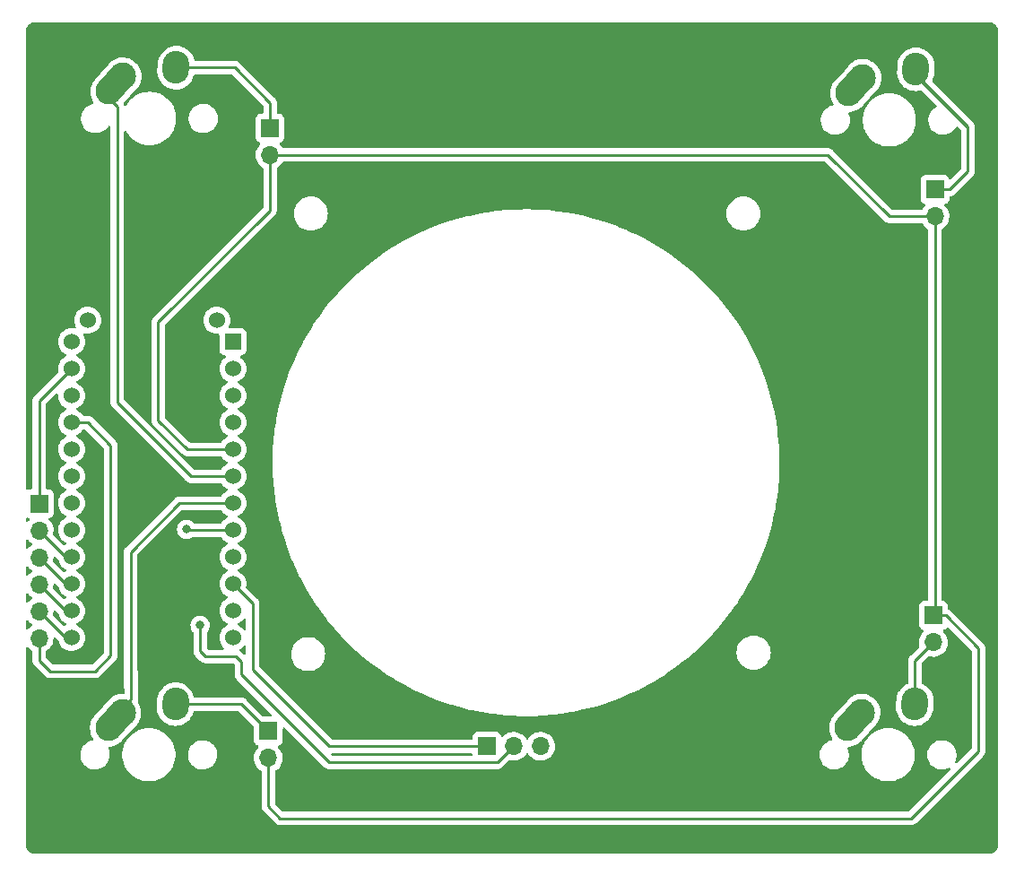
<source format=gbr>
%TF.GenerationSoftware,KiCad,Pcbnew,(6.0.1)*%
%TF.CreationDate,2022-07-08T00:12:44-07:00*%
%TF.ProjectId,OpenEx Rev2,4f70656e-4578-4205-9265-76322e6b6963,rev?*%
%TF.SameCoordinates,Original*%
%TF.FileFunction,Copper,L1,Top*%
%TF.FilePolarity,Positive*%
%FSLAX46Y46*%
G04 Gerber Fmt 4.6, Leading zero omitted, Abs format (unit mm)*
G04 Created by KiCad (PCBNEW (6.0.1)) date 2022-07-08 00:12:44*
%MOMM*%
%LPD*%
G01*
G04 APERTURE LIST*
G04 Aperture macros list*
%AMHorizOval*
0 Thick line with rounded ends*
0 $1 width*
0 $2 $3 position (X,Y) of the first rounded end (center of the circle)*
0 $4 $5 position (X,Y) of the second rounded end (center of the circle)*
0 Add line between two ends*
20,1,$1,$2,$3,$4,$5,0*
0 Add two circle primitives to create the rounded ends*
1,1,$1,$2,$3*
1,1,$1,$4,$5*%
G04 Aperture macros list end*
%TA.AperFunction,ComponentPad*%
%ADD10R,1.700000X1.700000*%
%TD*%
%TA.AperFunction,ComponentPad*%
%ADD11O,1.700000X1.700000*%
%TD*%
%TA.AperFunction,ComponentPad*%
%ADD12HorizOval,2.500000X0.656270X0.728862X-0.656270X-0.728862X0*%
%TD*%
%TA.AperFunction,ComponentPad*%
%ADD13C,2.500000*%
%TD*%
%TA.AperFunction,ComponentPad*%
%ADD14HorizOval,2.500000X0.020277X0.289981X-0.020277X-0.289981X0*%
%TD*%
%TA.AperFunction,ComponentPad*%
%ADD15C,1.524000*%
%TD*%
%TA.AperFunction,ComponentPad*%
%ADD16R,1.524000X1.524000*%
%TD*%
%TA.AperFunction,ViaPad*%
%ADD17C,0.800000*%
%TD*%
%TA.AperFunction,Conductor*%
%ADD18C,0.250000*%
%TD*%
G04 APERTURE END LIST*
D10*
%TO.P,REF\u002A\u002A,1*%
%TO.N,N/C*%
X73761600Y-96418400D03*
D11*
%TO.P,REF\u002A\u002A,2*%
X73761600Y-98958400D03*
%TO.P,REF\u002A\u002A,3*%
X73761600Y-101498400D03*
%TO.P,REF\u002A\u002A,4*%
X73761600Y-104038400D03*
%TO.P,REF\u002A\u002A,5*%
X73761600Y-106578400D03*
%TO.P,REF\u002A\u002A,6*%
X73761600Y-109118400D03*
%TD*%
D12*
%TO.P,REF\u002A\u002A,1*%
%TO.N,N/C*%
X81021869Y-56776740D03*
D13*
X81675600Y-56045600D03*
D14*
%TO.P,REF\u002A\u002A,2*%
X86695600Y-55255600D03*
%TD*%
D10*
%TO.P,REF\u002A\u002A,1*%
%TO.N,N/C*%
X95554800Y-60960000D03*
D11*
%TO.P,REF\u002A\u002A,2*%
X95554800Y-63500000D03*
%TD*%
D10*
%TO.P,REF\u002A\u002A,1*%
%TO.N,N/C*%
X116027200Y-119329200D03*
D11*
%TO.P,REF\u002A\u002A,2*%
X118567200Y-119329200D03*
%TO.P,REF\u002A\u002A,3*%
X121107200Y-119329200D03*
%TD*%
D10*
%TO.P,REF\u002A\u002A,1*%
%TO.N,N/C*%
X158343600Y-66751200D03*
D11*
%TO.P,REF\u002A\u002A,2*%
X158343600Y-69291200D03*
%TD*%
D12*
%TO.P,REF\u002A\u002A,1*%
%TO.N,N/C*%
X80971069Y-116873140D03*
D13*
X81624800Y-116142000D03*
D14*
%TO.P,REF\u002A\u002A,2*%
X86644800Y-115352000D03*
%TD*%
D10*
%TO.P,REF\u002A\u002A,1*%
%TO.N,N/C*%
X95402400Y-117906800D03*
D11*
%TO.P,REF\u002A\u002A,2*%
X95402400Y-120446800D03*
%TD*%
D13*
%TO.P,REF\u002A\u002A,1*%
%TO.N,N/C*%
X151525600Y-56198000D03*
D12*
X150871869Y-56929140D03*
D14*
%TO.P,REF\u002A\u002A,2*%
X156545600Y-55408000D03*
%TD*%
D13*
%TO.P,REF\u002A\u002A,1*%
%TO.N,N/C*%
X151424000Y-116142000D03*
D12*
X150770269Y-116873140D03*
D14*
%TO.P,REF\u002A\u002A,2*%
X156444000Y-115352000D03*
%TD*%
D10*
%TO.P,REF\u002A\u002A,1*%
%TO.N,N/C*%
X158191200Y-106984800D03*
D11*
%TO.P,REF\u002A\u002A,2*%
X158191200Y-109524800D03*
%TD*%
D15*
%TO.P,U1,0*%
%TO.N,N/C*%
X90525600Y-79101150D03*
D16*
%TO.P,U1,1*%
X92049600Y-81133150D03*
D15*
%TO.P,U1,2*%
X92049600Y-83673150D03*
%TO.P,U1,3*%
X92049600Y-86213150D03*
%TO.P,U1,4*%
X92049600Y-88753150D03*
%TO.P,U1,5*%
X92049600Y-91293150D03*
%TO.P,U1,6*%
X92049600Y-93833150D03*
%TO.P,U1,7*%
X92049600Y-96373150D03*
%TO.P,U1,8*%
X92049600Y-98913150D03*
%TO.P,U1,9*%
X92049600Y-101453150D03*
%TO.P,U1,10*%
X92049600Y-103993150D03*
%TO.P,U1,11*%
X92049600Y-106533150D03*
%TO.P,U1,12*%
X92049600Y-109073150D03*
%TO.P,U1,13*%
X76809600Y-109073150D03*
%TO.P,U1,14*%
X76809600Y-106533150D03*
%TO.P,U1,15*%
X76809600Y-103993150D03*
%TO.P,U1,16*%
X76809600Y-101453150D03*
%TO.P,U1,17*%
X76809600Y-98913150D03*
%TO.P,U1,18*%
X76809600Y-96373150D03*
%TO.P,U1,19*%
X76809600Y-93833150D03*
%TO.P,U1,20*%
X76809600Y-91293150D03*
%TO.P,U1,21*%
X76809600Y-88753150D03*
%TO.P,U1,22*%
X76809600Y-86213150D03*
%TO.P,U1,23*%
X76809600Y-83673150D03*
%TO.P,U1,24*%
X76809600Y-81133150D03*
%TO.P,U1,25*%
X78333600Y-79101150D03*
%TD*%
D17*
%TO.N,*%
X88950800Y-107899200D03*
X87680800Y-98856800D03*
%TD*%
D18*
%TO.N,*%
X78339150Y-88753150D02*
X76809600Y-88753150D01*
X148234400Y-63500000D02*
X154025600Y-69291200D01*
X156545600Y-55961600D02*
X161442400Y-60858400D01*
X81127600Y-58928000D02*
X80365600Y-58166000D01*
X82448400Y-114909600D02*
X82448400Y-112391200D01*
X161442400Y-65074800D02*
X159766000Y-66751200D01*
X81127600Y-63042800D02*
X81127600Y-66446400D01*
X93929200Y-105872750D02*
X93929200Y-112115600D01*
X158343600Y-69291200D02*
X158343600Y-106832400D01*
X159766000Y-66751200D02*
X158343600Y-66751200D01*
X87737150Y-98913150D02*
X92049600Y-98913150D01*
X95554800Y-63500000D02*
X95554800Y-68732400D01*
X73761600Y-111252000D02*
X74777600Y-112268000D01*
X161442400Y-60858400D02*
X161442400Y-65074800D01*
X73761600Y-98958400D02*
X76256350Y-101453150D01*
X92847600Y-115352000D02*
X95402400Y-117906800D01*
X87014850Y-96373150D02*
X82386800Y-101001200D01*
X84988400Y-79298800D02*
X84988400Y-88544400D01*
X156444000Y-111272000D02*
X158191200Y-109524800D01*
X88950800Y-107899200D02*
X88950800Y-110337600D01*
X73761600Y-86721150D02*
X76809600Y-83673150D01*
X76256350Y-103993150D02*
X76809600Y-103993150D01*
X95554800Y-68732400D02*
X84988400Y-79298800D01*
X80518000Y-110794800D02*
X80518000Y-90932000D01*
X162458400Y-117856000D02*
X162458400Y-110083600D01*
X92354400Y-110845600D02*
X89458800Y-110845600D01*
X74777600Y-112268000D02*
X79044800Y-112268000D01*
X162458400Y-119786400D02*
X162458400Y-117856000D01*
X92049600Y-96373150D02*
X87014850Y-96373150D01*
X156296800Y-55662000D02*
X161442400Y-60807600D01*
X82386800Y-101001200D02*
X82386800Y-112329600D01*
X92862400Y-112572800D02*
X92862400Y-111353600D01*
X95554800Y-63500000D02*
X148234400Y-63500000D01*
X96520000Y-126136400D02*
X134010400Y-126136400D01*
X80518000Y-90932000D02*
X78339150Y-88753150D01*
X92049600Y-103993150D02*
X93929200Y-105872750D01*
X73761600Y-109118400D02*
X73761600Y-111252000D01*
X101142800Y-119329200D02*
X116027200Y-119329200D01*
X76256350Y-109073150D02*
X76809600Y-109073150D01*
X88950800Y-110337600D02*
X89458800Y-110845600D01*
X117043200Y-120853200D02*
X101142800Y-120853200D01*
X73761600Y-96418400D02*
X73761600Y-86721150D01*
X159359600Y-106984800D02*
X158191200Y-106984800D01*
X92238000Y-55255600D02*
X86695600Y-55255600D01*
X76256350Y-106533150D02*
X76809600Y-106533150D01*
X134010400Y-126136400D02*
X156108400Y-126136400D01*
X79044800Y-112268000D02*
X80518000Y-110794800D01*
X101142800Y-120853200D02*
X92862400Y-112572800D01*
X154025600Y-69291200D02*
X158343600Y-69291200D01*
X158343600Y-106832400D02*
X158191200Y-106984800D01*
X87737150Y-91293150D02*
X92049600Y-91293150D01*
X87680800Y-98856800D02*
X87737150Y-98913150D01*
X162458400Y-110083600D02*
X159359600Y-106984800D01*
X88092750Y-93833150D02*
X92049600Y-93833150D01*
X156545600Y-55408000D02*
X156545600Y-55961600D01*
X92862400Y-111353600D02*
X92354400Y-110845600D01*
X93929200Y-112115600D02*
X101142800Y-119329200D01*
X95402400Y-125018800D02*
X96520000Y-126136400D01*
X156108400Y-126136400D02*
X162458400Y-119786400D01*
X81127600Y-63042800D02*
X81127600Y-58928000D01*
X162458400Y-118821200D02*
X162458400Y-117856000D01*
X81127600Y-66446400D02*
X81127600Y-86868000D01*
X95554800Y-60960000D02*
X95554800Y-58572400D01*
X156444000Y-115352000D02*
X156444000Y-111272000D01*
X73761600Y-106578400D02*
X76256350Y-109073150D01*
X95402400Y-120446800D02*
X95402400Y-125018800D01*
X81127600Y-86868000D02*
X88092750Y-93833150D01*
X81624800Y-116142000D02*
X81624800Y-115733200D01*
X118567200Y-119329200D02*
X117043200Y-120853200D01*
X84988400Y-88544400D02*
X87737150Y-91293150D01*
X80365600Y-58166000D02*
X80365600Y-57505600D01*
X95554800Y-58572400D02*
X92238000Y-55255600D01*
X73761600Y-101498400D02*
X76256350Y-103993150D01*
X73761600Y-104038400D02*
X76256350Y-106533150D01*
X82386800Y-112329600D02*
X82386800Y-113602000D01*
X161442400Y-60807600D02*
X161442400Y-60858400D01*
X86644800Y-115352000D02*
X92847600Y-115352000D01*
X81624800Y-115733200D02*
X82448400Y-114909600D01*
X82448400Y-112391200D02*
X82386800Y-112329600D01*
X76256350Y-101453150D02*
X76809600Y-101453150D01*
%TD*%
%TA.AperFunction,NonConductor*%
G36*
X72664435Y-97720239D02*
G01*
X72664894Y-97719015D01*
X72782051Y-97762935D01*
X72838816Y-97805576D01*
X72863516Y-97872138D01*
X72848309Y-97941487D01*
X72828916Y-97967968D01*
X72731830Y-98069563D01*
X72708694Y-98093773D01*
X72647170Y-98129203D01*
X72576257Y-98125746D01*
X72518471Y-98084500D01*
X72492157Y-98018560D01*
X72491600Y-98006722D01*
X72491600Y-97835319D01*
X72511602Y-97767198D01*
X72565258Y-97720705D01*
X72635532Y-97710601D01*
X72664435Y-97720239D01*
G37*
%TD.AperFunction*%
%TA.AperFunction,NonConductor*%
G36*
X75457940Y-86024880D02*
G01*
X75514776Y-86067427D01*
X75539587Y-86133947D01*
X75539429Y-86153917D01*
X75534247Y-86213150D01*
X75553622Y-86434613D01*
X75592097Y-86578201D01*
X75609326Y-86642500D01*
X75611160Y-86649346D01*
X75613482Y-86654327D01*
X75613483Y-86654328D01*
X75702786Y-86845839D01*
X75702789Y-86845844D01*
X75705112Y-86850826D01*
X75708268Y-86855333D01*
X75708269Y-86855335D01*
X75807367Y-86996861D01*
X75832623Y-87032931D01*
X75989819Y-87190127D01*
X75994327Y-87193284D01*
X75994330Y-87193286D01*
X76070095Y-87246337D01*
X76171923Y-87317638D01*
X76176905Y-87319961D01*
X76176910Y-87319964D01*
X76281973Y-87368955D01*
X76335258Y-87415872D01*
X76354719Y-87484149D01*
X76334177Y-87552109D01*
X76281973Y-87597345D01*
X76176911Y-87646336D01*
X76176906Y-87646339D01*
X76171924Y-87648662D01*
X76167417Y-87651818D01*
X76167415Y-87651819D01*
X75994330Y-87773014D01*
X75994327Y-87773016D01*
X75989819Y-87776173D01*
X75832623Y-87933369D01*
X75705112Y-88115474D01*
X75702789Y-88120456D01*
X75702786Y-88120461D01*
X75620580Y-88296752D01*
X75611160Y-88316954D01*
X75553622Y-88531687D01*
X75534247Y-88753150D01*
X75553622Y-88974613D01*
X75611160Y-89189346D01*
X75613482Y-89194327D01*
X75613483Y-89194328D01*
X75702786Y-89385839D01*
X75702789Y-89385844D01*
X75705112Y-89390826D01*
X75708268Y-89395333D01*
X75708269Y-89395335D01*
X75734033Y-89432129D01*
X75832623Y-89572931D01*
X75989819Y-89730127D01*
X75994327Y-89733284D01*
X75994330Y-89733286D01*
X76070095Y-89786337D01*
X76171923Y-89857638D01*
X76176905Y-89859961D01*
X76176910Y-89859964D01*
X76281973Y-89908955D01*
X76335258Y-89955872D01*
X76354719Y-90024149D01*
X76334177Y-90092109D01*
X76281973Y-90137345D01*
X76176911Y-90186336D01*
X76176906Y-90186339D01*
X76171924Y-90188662D01*
X76167417Y-90191818D01*
X76167415Y-90191819D01*
X75994330Y-90313014D01*
X75994327Y-90313016D01*
X75989819Y-90316173D01*
X75832623Y-90473369D01*
X75829466Y-90477877D01*
X75829464Y-90477880D01*
X75708269Y-90650965D01*
X75705112Y-90655474D01*
X75702789Y-90660456D01*
X75702786Y-90660461D01*
X75622745Y-90832110D01*
X75611160Y-90856954D01*
X75609738Y-90862262D01*
X75609737Y-90862264D01*
X75602785Y-90888209D01*
X75553622Y-91071687D01*
X75534247Y-91293150D01*
X75553622Y-91514613D01*
X75611160Y-91729346D01*
X75613482Y-91734327D01*
X75613483Y-91734328D01*
X75702786Y-91925839D01*
X75702789Y-91925844D01*
X75705112Y-91930826D01*
X75832623Y-92112931D01*
X75989819Y-92270127D01*
X75994327Y-92273284D01*
X75994330Y-92273286D01*
X76070095Y-92326337D01*
X76171923Y-92397638D01*
X76176905Y-92399961D01*
X76176910Y-92399964D01*
X76281973Y-92448955D01*
X76335258Y-92495872D01*
X76354719Y-92564149D01*
X76334177Y-92632109D01*
X76281973Y-92677345D01*
X76176911Y-92726336D01*
X76176906Y-92726339D01*
X76171924Y-92728662D01*
X76167417Y-92731818D01*
X76167415Y-92731819D01*
X75994330Y-92853014D01*
X75994327Y-92853016D01*
X75989819Y-92856173D01*
X75832623Y-93013369D01*
X75829466Y-93017877D01*
X75829464Y-93017880D01*
X75708269Y-93190965D01*
X75705112Y-93195474D01*
X75702789Y-93200456D01*
X75702786Y-93200461D01*
X75613483Y-93391972D01*
X75611160Y-93396954D01*
X75553622Y-93611687D01*
X75534247Y-93833150D01*
X75553622Y-94054613D01*
X75611160Y-94269346D01*
X75613482Y-94274327D01*
X75613483Y-94274328D01*
X75702786Y-94465839D01*
X75702789Y-94465844D01*
X75705112Y-94470826D01*
X75832623Y-94652931D01*
X75989819Y-94810127D01*
X75994327Y-94813284D01*
X75994330Y-94813286D01*
X76070095Y-94866337D01*
X76171923Y-94937638D01*
X76176905Y-94939961D01*
X76176910Y-94939964D01*
X76281973Y-94988955D01*
X76335258Y-95035872D01*
X76354719Y-95104149D01*
X76334177Y-95172109D01*
X76281973Y-95217345D01*
X76176911Y-95266336D01*
X76176906Y-95266339D01*
X76171924Y-95268662D01*
X76167417Y-95271818D01*
X76167415Y-95271819D01*
X75994330Y-95393014D01*
X75994327Y-95393016D01*
X75989819Y-95396173D01*
X75832623Y-95553369D01*
X75829466Y-95557877D01*
X75829464Y-95557880D01*
X75708269Y-95730965D01*
X75705112Y-95735474D01*
X75702789Y-95740456D01*
X75702786Y-95740461D01*
X75621964Y-95913784D01*
X75611160Y-95936954D01*
X75609738Y-95942262D01*
X75609737Y-95942264D01*
X75607521Y-95950534D01*
X75553622Y-96151687D01*
X75534247Y-96373150D01*
X75553622Y-96594613D01*
X75611160Y-96809346D01*
X75613482Y-96814327D01*
X75613483Y-96814328D01*
X75702786Y-97005839D01*
X75702789Y-97005844D01*
X75705112Y-97010826D01*
X75708268Y-97015333D01*
X75708269Y-97015335D01*
X75751919Y-97077673D01*
X75832623Y-97192931D01*
X75989819Y-97350127D01*
X75994327Y-97353284D01*
X75994330Y-97353286D01*
X76030648Y-97378716D01*
X76171923Y-97477638D01*
X76176905Y-97479961D01*
X76176910Y-97479964D01*
X76281973Y-97528955D01*
X76335258Y-97575872D01*
X76354719Y-97644149D01*
X76334177Y-97712109D01*
X76281973Y-97757345D01*
X76176911Y-97806336D01*
X76176906Y-97806339D01*
X76171924Y-97808662D01*
X76167417Y-97811818D01*
X76167415Y-97811819D01*
X75994330Y-97933014D01*
X75994327Y-97933016D01*
X75989819Y-97936173D01*
X75832623Y-98093369D01*
X75829466Y-98097877D01*
X75829464Y-98097880D01*
X75708269Y-98270965D01*
X75705112Y-98275474D01*
X75702789Y-98280456D01*
X75702786Y-98280461D01*
X75615501Y-98467644D01*
X75611160Y-98476954D01*
X75609738Y-98482262D01*
X75609737Y-98482264D01*
X75601139Y-98514354D01*
X75553622Y-98691687D01*
X75534247Y-98913150D01*
X75553622Y-99134613D01*
X75611160Y-99349346D01*
X75613482Y-99354327D01*
X75613483Y-99354328D01*
X75702786Y-99545839D01*
X75702789Y-99545844D01*
X75705112Y-99550826D01*
X75708268Y-99555333D01*
X75708269Y-99555335D01*
X75827486Y-99725594D01*
X75832623Y-99732931D01*
X75989819Y-99890127D01*
X75994327Y-99893284D01*
X75994330Y-99893286D01*
X76011274Y-99905150D01*
X76171923Y-100017638D01*
X76176905Y-100019961D01*
X76176910Y-100019964D01*
X76281973Y-100068955D01*
X76335258Y-100115872D01*
X76354719Y-100184149D01*
X76334177Y-100252109D01*
X76281973Y-100297345D01*
X76185100Y-100342518D01*
X76171924Y-100348662D01*
X76171403Y-100347545D01*
X76108298Y-100362854D01*
X76041206Y-100339634D01*
X76025197Y-100326092D01*
X75112818Y-99413713D01*
X75078792Y-99351401D01*
X75081355Y-99287989D01*
X75092465Y-99251422D01*
X75093970Y-99246469D01*
X75123129Y-99024990D01*
X75124756Y-98958400D01*
X75106452Y-98735761D01*
X75052031Y-98519102D01*
X74962954Y-98314240D01*
X74877951Y-98182845D01*
X74844422Y-98131017D01*
X74844420Y-98131014D01*
X74841614Y-98126677D01*
X74838132Y-98122850D01*
X74694398Y-97964888D01*
X74663346Y-97901042D01*
X74671741Y-97830543D01*
X74716917Y-97775775D01*
X74743361Y-97762106D01*
X74849897Y-97722167D01*
X74858305Y-97719015D01*
X74974861Y-97631661D01*
X75062215Y-97515105D01*
X75113345Y-97378716D01*
X75120100Y-97316534D01*
X75120100Y-95520266D01*
X75113345Y-95458084D01*
X75062215Y-95321695D01*
X74974861Y-95205139D01*
X74858305Y-95117785D01*
X74721916Y-95066655D01*
X74659734Y-95059900D01*
X74521100Y-95059900D01*
X74452979Y-95039898D01*
X74406486Y-94986242D01*
X74395100Y-94933900D01*
X74395100Y-87035744D01*
X74415102Y-86967623D01*
X74432005Y-86946649D01*
X75324813Y-86053841D01*
X75387125Y-86019815D01*
X75457940Y-86024880D01*
G37*
%TD.AperFunction*%
%TA.AperFunction,NonConductor*%
G36*
X72700112Y-99809926D02*
G01*
X72712834Y-99822649D01*
X72751893Y-99867740D01*
X72804466Y-99928432D01*
X72804469Y-99928435D01*
X72807850Y-99932338D01*
X72979726Y-100075032D01*
X73001302Y-100087640D01*
X73053045Y-100117876D01*
X73101769Y-100169514D01*
X73114840Y-100239297D01*
X73088109Y-100305069D01*
X73047655Y-100338427D01*
X73035207Y-100344907D01*
X73031074Y-100348010D01*
X73031071Y-100348012D01*
X72962104Y-100399794D01*
X72856565Y-100479035D01*
X72716238Y-100625879D01*
X72708694Y-100633773D01*
X72647170Y-100669203D01*
X72576257Y-100665746D01*
X72518471Y-100624500D01*
X72492157Y-100558560D01*
X72491600Y-100546722D01*
X72491600Y-99905150D01*
X72511602Y-99837029D01*
X72565258Y-99790536D01*
X72635532Y-99780432D01*
X72700112Y-99809926D01*
G37*
%TD.AperFunction*%
%TA.AperFunction,NonConductor*%
G36*
X75339333Y-101432037D02*
G01*
X75520065Y-101612769D01*
X75552425Y-101674934D01*
X75553622Y-101674613D01*
X75611160Y-101889346D01*
X75613482Y-101894327D01*
X75613483Y-101894328D01*
X75702786Y-102085839D01*
X75702789Y-102085844D01*
X75705112Y-102090826D01*
X75708268Y-102095333D01*
X75708269Y-102095335D01*
X75720650Y-102113016D01*
X75832623Y-102272931D01*
X75989819Y-102430127D01*
X75994327Y-102433284D01*
X75994330Y-102433286D01*
X76011274Y-102445150D01*
X76171923Y-102557638D01*
X76176905Y-102559961D01*
X76176910Y-102559964D01*
X76281973Y-102608955D01*
X76335258Y-102655872D01*
X76354719Y-102724149D01*
X76334177Y-102792109D01*
X76281973Y-102837345D01*
X76185100Y-102882518D01*
X76171924Y-102888662D01*
X76171403Y-102887545D01*
X76108298Y-102902854D01*
X76041206Y-102879634D01*
X76025197Y-102866092D01*
X75112818Y-101953713D01*
X75078792Y-101891401D01*
X75081355Y-101827989D01*
X75092465Y-101791422D01*
X75093970Y-101786469D01*
X75123129Y-101564990D01*
X75124276Y-101518054D01*
X75145936Y-101450442D01*
X75200711Y-101405274D01*
X75271211Y-101396890D01*
X75339333Y-101432037D01*
G37*
%TD.AperFunction*%
%TA.AperFunction,NonConductor*%
G36*
X72700112Y-102349926D02*
G01*
X72712834Y-102362649D01*
X72757502Y-102414215D01*
X72804466Y-102468432D01*
X72804469Y-102468435D01*
X72807850Y-102472338D01*
X72979726Y-102615032D01*
X73042288Y-102651590D01*
X73053045Y-102657876D01*
X73101769Y-102709514D01*
X73114840Y-102779297D01*
X73088109Y-102845069D01*
X73047655Y-102878427D01*
X73035207Y-102884907D01*
X73031074Y-102888010D01*
X73031071Y-102888012D01*
X72962104Y-102939794D01*
X72856565Y-103019035D01*
X72852993Y-103022773D01*
X72708694Y-103173773D01*
X72647170Y-103209203D01*
X72576257Y-103205746D01*
X72518471Y-103164500D01*
X72492157Y-103098560D01*
X72491600Y-103086722D01*
X72491600Y-102445150D01*
X72511602Y-102377029D01*
X72565258Y-102330536D01*
X72635532Y-102320432D01*
X72700112Y-102349926D01*
G37*
%TD.AperFunction*%
%TA.AperFunction,NonConductor*%
G36*
X75339333Y-103972037D02*
G01*
X75520065Y-104152769D01*
X75552425Y-104214934D01*
X75553622Y-104214613D01*
X75555048Y-104219933D01*
X75611160Y-104429346D01*
X75613482Y-104434327D01*
X75613483Y-104434328D01*
X75702786Y-104625839D01*
X75702789Y-104625844D01*
X75705112Y-104630826D01*
X75708268Y-104635333D01*
X75708269Y-104635335D01*
X75720650Y-104653016D01*
X75832623Y-104812931D01*
X75989819Y-104970127D01*
X75994327Y-104973284D01*
X75994330Y-104973286D01*
X76011274Y-104985150D01*
X76171923Y-105097638D01*
X76176905Y-105099961D01*
X76176910Y-105099964D01*
X76281973Y-105148955D01*
X76335258Y-105195872D01*
X76354719Y-105264149D01*
X76334177Y-105332109D01*
X76281973Y-105377345D01*
X76185100Y-105422518D01*
X76171924Y-105428662D01*
X76171403Y-105427545D01*
X76108298Y-105442854D01*
X76041206Y-105419634D01*
X76025197Y-105406092D01*
X75112818Y-104493713D01*
X75078792Y-104431401D01*
X75081355Y-104367989D01*
X75092465Y-104331422D01*
X75093970Y-104326469D01*
X75123129Y-104104990D01*
X75123697Y-104081740D01*
X75124276Y-104058054D01*
X75145936Y-103990442D01*
X75200711Y-103945274D01*
X75271211Y-103936890D01*
X75339333Y-103972037D01*
G37*
%TD.AperFunction*%
%TA.AperFunction,NonConductor*%
G36*
X72700112Y-104889926D02*
G01*
X72712834Y-104902649D01*
X72757502Y-104954215D01*
X72804466Y-105008432D01*
X72804469Y-105008435D01*
X72807850Y-105012338D01*
X72979726Y-105155032D01*
X73042288Y-105191590D01*
X73053045Y-105197876D01*
X73101769Y-105249514D01*
X73114840Y-105319297D01*
X73088109Y-105385069D01*
X73047655Y-105418427D01*
X73035207Y-105424907D01*
X73031074Y-105428010D01*
X73031071Y-105428012D01*
X72864584Y-105553014D01*
X72856565Y-105559035D01*
X72747809Y-105672842D01*
X72708694Y-105713773D01*
X72647170Y-105749203D01*
X72576257Y-105745746D01*
X72518471Y-105704500D01*
X72492157Y-105638560D01*
X72491600Y-105626722D01*
X72491600Y-104985150D01*
X72511602Y-104917029D01*
X72565258Y-104870536D01*
X72635532Y-104860432D01*
X72700112Y-104889926D01*
G37*
%TD.AperFunction*%
%TA.AperFunction,NonConductor*%
G36*
X75339333Y-106512037D02*
G01*
X75520065Y-106692769D01*
X75552425Y-106754934D01*
X75553622Y-106754613D01*
X75611160Y-106969346D01*
X75613482Y-106974327D01*
X75613483Y-106974328D01*
X75702786Y-107165839D01*
X75702789Y-107165844D01*
X75705112Y-107170826D01*
X75708268Y-107175333D01*
X75708269Y-107175335D01*
X75785711Y-107285933D01*
X75832623Y-107352931D01*
X75989819Y-107510127D01*
X75994327Y-107513284D01*
X75994330Y-107513286D01*
X76044524Y-107548432D01*
X76171923Y-107637638D01*
X76176905Y-107639961D01*
X76176910Y-107639964D01*
X76281973Y-107688955D01*
X76335258Y-107735872D01*
X76354719Y-107804149D01*
X76334177Y-107872109D01*
X76281973Y-107917345D01*
X76185100Y-107962518D01*
X76171924Y-107968662D01*
X76171403Y-107967545D01*
X76108298Y-107982854D01*
X76041206Y-107959634D01*
X76025197Y-107946092D01*
X75112818Y-107033713D01*
X75078792Y-106971401D01*
X75081355Y-106907989D01*
X75092465Y-106871422D01*
X75093970Y-106866469D01*
X75123129Y-106644990D01*
X75124276Y-106598054D01*
X75145936Y-106530442D01*
X75200711Y-106485274D01*
X75271211Y-106476890D01*
X75339333Y-106512037D01*
G37*
%TD.AperFunction*%
%TA.AperFunction,NonConductor*%
G36*
X72700112Y-107429926D02*
G01*
X72712834Y-107442649D01*
X72757502Y-107494215D01*
X72804466Y-107548432D01*
X72804469Y-107548435D01*
X72807850Y-107552338D01*
X72979726Y-107695032D01*
X73004095Y-107709272D01*
X73053045Y-107737876D01*
X73101769Y-107789514D01*
X73114840Y-107859297D01*
X73088109Y-107925069D01*
X73047655Y-107958427D01*
X73035207Y-107964907D01*
X73031074Y-107968010D01*
X73031071Y-107968012D01*
X72864584Y-108093014D01*
X72856565Y-108099035D01*
X72761934Y-108198061D01*
X72708694Y-108253773D01*
X72647170Y-108289203D01*
X72576257Y-108285746D01*
X72518471Y-108244500D01*
X72492157Y-108178560D01*
X72491600Y-108166722D01*
X72491600Y-107525150D01*
X72511602Y-107457029D01*
X72565258Y-107410536D01*
X72635532Y-107400432D01*
X72700112Y-107429926D01*
G37*
%TD.AperFunction*%
%TA.AperFunction,NonConductor*%
G36*
X78092677Y-89406652D02*
G01*
X78113651Y-89423555D01*
X79847595Y-91157499D01*
X79881621Y-91219811D01*
X79884500Y-91246594D01*
X79884500Y-110480205D01*
X79864498Y-110548326D01*
X79847595Y-110569300D01*
X78819300Y-111597595D01*
X78756988Y-111631621D01*
X78730205Y-111634500D01*
X75092195Y-111634500D01*
X75024074Y-111614498D01*
X75003099Y-111597595D01*
X74432004Y-111026499D01*
X74397979Y-110964187D01*
X74395100Y-110937404D01*
X74395100Y-110398827D01*
X74415102Y-110330706D01*
X74456218Y-110290950D01*
X74459594Y-110289296D01*
X74641460Y-110159573D01*
X74665353Y-110135764D01*
X74796035Y-110005537D01*
X74799696Y-110001889D01*
X74803206Y-109997005D01*
X74927035Y-109824677D01*
X74930053Y-109820477D01*
X74936349Y-109807739D01*
X75026736Y-109624853D01*
X75026737Y-109624851D01*
X75029030Y-109620211D01*
X75093970Y-109406469D01*
X75123129Y-109184990D01*
X75124276Y-109138054D01*
X75145936Y-109070442D01*
X75200711Y-109025274D01*
X75271211Y-109016890D01*
X75339333Y-109052037D01*
X75520065Y-109232769D01*
X75552425Y-109294934D01*
X75553622Y-109294613D01*
X75611160Y-109509346D01*
X75613482Y-109514327D01*
X75613483Y-109514328D01*
X75702786Y-109705839D01*
X75702789Y-109705844D01*
X75705112Y-109710826D01*
X75708268Y-109715333D01*
X75708269Y-109715335D01*
X75822287Y-109878169D01*
X75832623Y-109892931D01*
X75989819Y-110050127D01*
X75994327Y-110053284D01*
X75994330Y-110053286D01*
X76026218Y-110075614D01*
X76171923Y-110177638D01*
X76176905Y-110179961D01*
X76176910Y-110179964D01*
X76368422Y-110269267D01*
X76373404Y-110271590D01*
X76378712Y-110273012D01*
X76378714Y-110273013D01*
X76428268Y-110286291D01*
X76588137Y-110329128D01*
X76809600Y-110348503D01*
X77031063Y-110329128D01*
X77190932Y-110286291D01*
X77240486Y-110273013D01*
X77240488Y-110273012D01*
X77245796Y-110271590D01*
X77250778Y-110269267D01*
X77442290Y-110179964D01*
X77442295Y-110179961D01*
X77447277Y-110177638D01*
X77592982Y-110075614D01*
X77624870Y-110053286D01*
X77624873Y-110053284D01*
X77629381Y-110050127D01*
X77786577Y-109892931D01*
X77796914Y-109878169D01*
X77910931Y-109715335D01*
X77910932Y-109715333D01*
X77914088Y-109710826D01*
X77916411Y-109705844D01*
X77916414Y-109705839D01*
X78005717Y-109514328D01*
X78005718Y-109514327D01*
X78008040Y-109509346D01*
X78065578Y-109294613D01*
X78084953Y-109073150D01*
X78065578Y-108851687D01*
X78008040Y-108636954D01*
X77991612Y-108601724D01*
X77916414Y-108440461D01*
X77916411Y-108440456D01*
X77914088Y-108435474D01*
X77910931Y-108430965D01*
X77789736Y-108257880D01*
X77789734Y-108257877D01*
X77786577Y-108253369D01*
X77629381Y-108096173D01*
X77624873Y-108093016D01*
X77624870Y-108093014D01*
X77467545Y-107982854D01*
X77447277Y-107968662D01*
X77442295Y-107966339D01*
X77442290Y-107966336D01*
X77337227Y-107917345D01*
X77283942Y-107870428D01*
X77264481Y-107802151D01*
X77285023Y-107734191D01*
X77337227Y-107688955D01*
X77442290Y-107639964D01*
X77442295Y-107639961D01*
X77447277Y-107637638D01*
X77574676Y-107548432D01*
X77624870Y-107513286D01*
X77624873Y-107513284D01*
X77629381Y-107510127D01*
X77786577Y-107352931D01*
X77833490Y-107285933D01*
X77910931Y-107175335D01*
X77910932Y-107175333D01*
X77914088Y-107170826D01*
X77916411Y-107165844D01*
X77916414Y-107165839D01*
X78005717Y-106974328D01*
X78005718Y-106974327D01*
X78008040Y-106969346D01*
X78065578Y-106754613D01*
X78084953Y-106533150D01*
X78065578Y-106311687D01*
X78008040Y-106096954D01*
X77971589Y-106018784D01*
X77916414Y-105900461D01*
X77916411Y-105900456D01*
X77914088Y-105895474D01*
X77867515Y-105828961D01*
X77789736Y-105717880D01*
X77789734Y-105717877D01*
X77786577Y-105713369D01*
X77629381Y-105556173D01*
X77624873Y-105553016D01*
X77624870Y-105553014D01*
X77502125Y-105467067D01*
X77447277Y-105428662D01*
X77442295Y-105426339D01*
X77442290Y-105426336D01*
X77337227Y-105377345D01*
X77283942Y-105330428D01*
X77264481Y-105262151D01*
X77285023Y-105194191D01*
X77337227Y-105148955D01*
X77442290Y-105099964D01*
X77442295Y-105099961D01*
X77447277Y-105097638D01*
X77607926Y-104985150D01*
X77624870Y-104973286D01*
X77624873Y-104973284D01*
X77629381Y-104970127D01*
X77786577Y-104812931D01*
X77898551Y-104653016D01*
X77910931Y-104635335D01*
X77910932Y-104635333D01*
X77914088Y-104630826D01*
X77916411Y-104625844D01*
X77916414Y-104625839D01*
X78005717Y-104434328D01*
X78005718Y-104434327D01*
X78008040Y-104429346D01*
X78065578Y-104214613D01*
X78084953Y-103993150D01*
X78065578Y-103771687D01*
X78008040Y-103556954D01*
X78003699Y-103547644D01*
X77916414Y-103360461D01*
X77916411Y-103360456D01*
X77914088Y-103355474D01*
X77827655Y-103232034D01*
X77789736Y-103177880D01*
X77789734Y-103177877D01*
X77786577Y-103173369D01*
X77629381Y-103016173D01*
X77624873Y-103013016D01*
X77624870Y-103013014D01*
X77467545Y-102902854D01*
X77447277Y-102888662D01*
X77442295Y-102886339D01*
X77442290Y-102886336D01*
X77337227Y-102837345D01*
X77283942Y-102790428D01*
X77264481Y-102722151D01*
X77285023Y-102654191D01*
X77337227Y-102608955D01*
X77442290Y-102559964D01*
X77442295Y-102559961D01*
X77447277Y-102557638D01*
X77607926Y-102445150D01*
X77624870Y-102433286D01*
X77624873Y-102433284D01*
X77629381Y-102430127D01*
X77786577Y-102272931D01*
X77898551Y-102113016D01*
X77910931Y-102095335D01*
X77910932Y-102095333D01*
X77914088Y-102090826D01*
X77916411Y-102085844D01*
X77916414Y-102085839D01*
X78005717Y-101894328D01*
X78005718Y-101894327D01*
X78008040Y-101889346D01*
X78065578Y-101674613D01*
X78084953Y-101453150D01*
X78065578Y-101231687D01*
X78027103Y-101088099D01*
X78009463Y-101022264D01*
X78009462Y-101022262D01*
X78008040Y-101016954D01*
X77972820Y-100941424D01*
X77916414Y-100820461D01*
X77916411Y-100820456D01*
X77914088Y-100815474D01*
X77906380Y-100804466D01*
X77789736Y-100637880D01*
X77789734Y-100637877D01*
X77786577Y-100633369D01*
X77629381Y-100476173D01*
X77624873Y-100473016D01*
X77624870Y-100473014D01*
X77467545Y-100362854D01*
X77447277Y-100348662D01*
X77442295Y-100346339D01*
X77442290Y-100346336D01*
X77337227Y-100297345D01*
X77283942Y-100250428D01*
X77264481Y-100182151D01*
X77285023Y-100114191D01*
X77337227Y-100068955D01*
X77442290Y-100019964D01*
X77442295Y-100019961D01*
X77447277Y-100017638D01*
X77607926Y-99905150D01*
X77624870Y-99893286D01*
X77624873Y-99893284D01*
X77629381Y-99890127D01*
X77786577Y-99732931D01*
X77791715Y-99725594D01*
X77910931Y-99555335D01*
X77910932Y-99555333D01*
X77914088Y-99550826D01*
X77916411Y-99545844D01*
X77916414Y-99545839D01*
X78005717Y-99354328D01*
X78005718Y-99354327D01*
X78008040Y-99349346D01*
X78065578Y-99134613D01*
X78084953Y-98913150D01*
X78065578Y-98691687D01*
X78018061Y-98514354D01*
X78009463Y-98482264D01*
X78009462Y-98482262D01*
X78008040Y-98476954D01*
X78003699Y-98467644D01*
X77916414Y-98280461D01*
X77916411Y-98280456D01*
X77914088Y-98275474D01*
X77910931Y-98270965D01*
X77789736Y-98097880D01*
X77789734Y-98097877D01*
X77786577Y-98093369D01*
X77629381Y-97936173D01*
X77624873Y-97933016D01*
X77624870Y-97933014D01*
X77478526Y-97830543D01*
X77447277Y-97808662D01*
X77442295Y-97806339D01*
X77442290Y-97806336D01*
X77337227Y-97757345D01*
X77283942Y-97710428D01*
X77264481Y-97642151D01*
X77285023Y-97574191D01*
X77337227Y-97528955D01*
X77442290Y-97479964D01*
X77442295Y-97479961D01*
X77447277Y-97477638D01*
X77588552Y-97378716D01*
X77624870Y-97353286D01*
X77624873Y-97353284D01*
X77629381Y-97350127D01*
X77786577Y-97192931D01*
X77867282Y-97077673D01*
X77910931Y-97015335D01*
X77910932Y-97015333D01*
X77914088Y-97010826D01*
X77916411Y-97005844D01*
X77916414Y-97005839D01*
X78005717Y-96814328D01*
X78005718Y-96814327D01*
X78008040Y-96809346D01*
X78065578Y-96594613D01*
X78084953Y-96373150D01*
X78065578Y-96151687D01*
X78011679Y-95950534D01*
X78009463Y-95942264D01*
X78009462Y-95942262D01*
X78008040Y-95936954D01*
X77997236Y-95913784D01*
X77916414Y-95740461D01*
X77916411Y-95740456D01*
X77914088Y-95735474D01*
X77910931Y-95730965D01*
X77789736Y-95557880D01*
X77789734Y-95557877D01*
X77786577Y-95553369D01*
X77629381Y-95396173D01*
X77624873Y-95393016D01*
X77624870Y-95393014D01*
X77549105Y-95339963D01*
X77447277Y-95268662D01*
X77442295Y-95266339D01*
X77442290Y-95266336D01*
X77337227Y-95217345D01*
X77283942Y-95170428D01*
X77264481Y-95102151D01*
X77285023Y-95034191D01*
X77337227Y-94988955D01*
X77442290Y-94939964D01*
X77442295Y-94939961D01*
X77447277Y-94937638D01*
X77549105Y-94866337D01*
X77624870Y-94813286D01*
X77624873Y-94813284D01*
X77629381Y-94810127D01*
X77786577Y-94652931D01*
X77914088Y-94470826D01*
X77916411Y-94465844D01*
X77916414Y-94465839D01*
X78005717Y-94274328D01*
X78005718Y-94274327D01*
X78008040Y-94269346D01*
X78065578Y-94054613D01*
X78084953Y-93833150D01*
X78065578Y-93611687D01*
X78008040Y-93396954D01*
X78005717Y-93391972D01*
X77916414Y-93200461D01*
X77916411Y-93200456D01*
X77914088Y-93195474D01*
X77910931Y-93190965D01*
X77789736Y-93017880D01*
X77789734Y-93017877D01*
X77786577Y-93013369D01*
X77629381Y-92856173D01*
X77624873Y-92853016D01*
X77624870Y-92853014D01*
X77549105Y-92799963D01*
X77447277Y-92728662D01*
X77442295Y-92726339D01*
X77442290Y-92726336D01*
X77337227Y-92677345D01*
X77283942Y-92630428D01*
X77264481Y-92562151D01*
X77285023Y-92494191D01*
X77337227Y-92448955D01*
X77442290Y-92399964D01*
X77442295Y-92399961D01*
X77447277Y-92397638D01*
X77549105Y-92326337D01*
X77624870Y-92273286D01*
X77624873Y-92273284D01*
X77629381Y-92270127D01*
X77786577Y-92112931D01*
X77914088Y-91930826D01*
X77916411Y-91925844D01*
X77916414Y-91925839D01*
X78005717Y-91734328D01*
X78005718Y-91734327D01*
X78008040Y-91729346D01*
X78065578Y-91514613D01*
X78084953Y-91293150D01*
X78065578Y-91071687D01*
X78016415Y-90888209D01*
X78009463Y-90862264D01*
X78009462Y-90862262D01*
X78008040Y-90856954D01*
X77996455Y-90832110D01*
X77916414Y-90660461D01*
X77916411Y-90660456D01*
X77914088Y-90655474D01*
X77910931Y-90650965D01*
X77789736Y-90477880D01*
X77789734Y-90477877D01*
X77786577Y-90473369D01*
X77629381Y-90316173D01*
X77624873Y-90313016D01*
X77624870Y-90313014D01*
X77549105Y-90259963D01*
X77447277Y-90188662D01*
X77442295Y-90186339D01*
X77442290Y-90186336D01*
X77337227Y-90137345D01*
X77283942Y-90090428D01*
X77264481Y-90022151D01*
X77285023Y-89954191D01*
X77337227Y-89908955D01*
X77442290Y-89859964D01*
X77442295Y-89859961D01*
X77447277Y-89857638D01*
X77549105Y-89786337D01*
X77624870Y-89733286D01*
X77624873Y-89733284D01*
X77629381Y-89730127D01*
X77786577Y-89572931D01*
X77879391Y-89440379D01*
X77934848Y-89396051D01*
X77982604Y-89386650D01*
X78024556Y-89386650D01*
X78092677Y-89406652D01*
G37*
%TD.AperFunction*%
%TA.AperFunction,NonConductor*%
G36*
X93255923Y-107276326D02*
G01*
X93291909Y-107337527D01*
X93295700Y-107368204D01*
X93295700Y-108238096D01*
X93275698Y-108306217D01*
X93222042Y-108352710D01*
X93151768Y-108362814D01*
X93087188Y-108333320D01*
X93066489Y-108310369D01*
X93026577Y-108253369D01*
X92869381Y-108096173D01*
X92864873Y-108093016D01*
X92864870Y-108093014D01*
X92707545Y-107982854D01*
X92687277Y-107968662D01*
X92682295Y-107966339D01*
X92682290Y-107966336D01*
X92577227Y-107917345D01*
X92523942Y-107870428D01*
X92504481Y-107802151D01*
X92525023Y-107734191D01*
X92577227Y-107688955D01*
X92682290Y-107639964D01*
X92682295Y-107639961D01*
X92687277Y-107637638D01*
X92814676Y-107548432D01*
X92864870Y-107513286D01*
X92864873Y-107513284D01*
X92869381Y-107510127D01*
X93026577Y-107352931D01*
X93066487Y-107295933D01*
X93121943Y-107251605D01*
X93192563Y-107244296D01*
X93255923Y-107276326D01*
G37*
%TD.AperFunction*%
%TA.AperFunction,NonConductor*%
G36*
X93255923Y-109816326D02*
G01*
X93291909Y-109877527D01*
X93295700Y-109908204D01*
X93295700Y-110586805D01*
X93275698Y-110654926D01*
X93222042Y-110701419D01*
X93151768Y-110711523D01*
X93087188Y-110682029D01*
X93080605Y-110675900D01*
X92858052Y-110453347D01*
X92850512Y-110445061D01*
X92846400Y-110438582D01*
X92796748Y-110391956D01*
X92793907Y-110389202D01*
X92774170Y-110369465D01*
X92770973Y-110366985D01*
X92761951Y-110359280D01*
X92750475Y-110348503D01*
X92732269Y-110331406D01*
X92696304Y-110270195D01*
X92699141Y-110199255D01*
X92739881Y-110141111D01*
X92746251Y-110136344D01*
X92864870Y-110053286D01*
X92864873Y-110053284D01*
X92869381Y-110050127D01*
X93026577Y-109892931D01*
X93066487Y-109835933D01*
X93121943Y-109791605D01*
X93192563Y-109784296D01*
X93255923Y-109816326D01*
G37*
%TD.AperFunction*%
%TA.AperFunction,NonConductor*%
G36*
X114610821Y-119982702D02*
G01*
X114657314Y-120036358D01*
X114668700Y-120088700D01*
X114668700Y-120093700D01*
X114648698Y-120161821D01*
X114595042Y-120208314D01*
X114542700Y-120219700D01*
X101457394Y-120219700D01*
X101389273Y-120199698D01*
X101368299Y-120182795D01*
X101363299Y-120177795D01*
X101329273Y-120115483D01*
X101334338Y-120044668D01*
X101376885Y-119987832D01*
X101443405Y-119963021D01*
X101452394Y-119962700D01*
X114542700Y-119962700D01*
X114610821Y-119982702D01*
G37*
%TD.AperFunction*%
%TA.AperFunction,NonConductor*%
G36*
X147987927Y-64153502D02*
G01*
X148008901Y-64170405D01*
X153521943Y-69683447D01*
X153529487Y-69691737D01*
X153533600Y-69698218D01*
X153539377Y-69703643D01*
X153583267Y-69744858D01*
X153586109Y-69747613D01*
X153605831Y-69767335D01*
X153608955Y-69769758D01*
X153608959Y-69769762D01*
X153609024Y-69769812D01*
X153618045Y-69777517D01*
X153650279Y-69807786D01*
X153657227Y-69811605D01*
X153657229Y-69811607D01*
X153668032Y-69817546D01*
X153684559Y-69828402D01*
X153694298Y-69835957D01*
X153694300Y-69835958D01*
X153700560Y-69840814D01*
X153741140Y-69858374D01*
X153751788Y-69863591D01*
X153790540Y-69884895D01*
X153798216Y-69886866D01*
X153798219Y-69886867D01*
X153810162Y-69889933D01*
X153828867Y-69896337D01*
X153847455Y-69904381D01*
X153855278Y-69905620D01*
X153855288Y-69905623D01*
X153891124Y-69911299D01*
X153902744Y-69913705D01*
X153937889Y-69922728D01*
X153945570Y-69924700D01*
X153965824Y-69924700D01*
X153985534Y-69926251D01*
X154005543Y-69929420D01*
X154013435Y-69928674D01*
X154049561Y-69925259D01*
X154061419Y-69924700D01*
X157067874Y-69924700D01*
X157135995Y-69944702D01*
X157175307Y-69984865D01*
X157243587Y-70096288D01*
X157389850Y-70265138D01*
X157561726Y-70407832D01*
X157566193Y-70410442D01*
X157647670Y-70458053D01*
X157696394Y-70509691D01*
X157710100Y-70566841D01*
X157710100Y-105500300D01*
X157690098Y-105568421D01*
X157636442Y-105614914D01*
X157584100Y-105626300D01*
X157293066Y-105626300D01*
X157230884Y-105633055D01*
X157094495Y-105684185D01*
X156977939Y-105771539D01*
X156890585Y-105888095D01*
X156839455Y-106024484D01*
X156832700Y-106086666D01*
X156832700Y-107882934D01*
X156839455Y-107945116D01*
X156890585Y-108081505D01*
X156977939Y-108198061D01*
X157094495Y-108285415D01*
X157102904Y-108288567D01*
X157102905Y-108288568D01*
X157211651Y-108329335D01*
X157268416Y-108371976D01*
X157293116Y-108438538D01*
X157277909Y-108507887D01*
X157258516Y-108534368D01*
X157131829Y-108666938D01*
X157128915Y-108671210D01*
X157128914Y-108671211D01*
X157074079Y-108751596D01*
X157005943Y-108851480D01*
X156990628Y-108884473D01*
X156917555Y-109041897D01*
X156911888Y-109054105D01*
X156852189Y-109269370D01*
X156828451Y-109491495D01*
X156828748Y-109496648D01*
X156828748Y-109496651D01*
X156840419Y-109699065D01*
X156841310Y-109714515D01*
X156842447Y-109719561D01*
X156842448Y-109719567D01*
X156874653Y-109862468D01*
X156870117Y-109933320D01*
X156840831Y-109979264D01*
X156051747Y-110768348D01*
X156043461Y-110775888D01*
X156036982Y-110780000D01*
X156031557Y-110785777D01*
X155990357Y-110829651D01*
X155987602Y-110832493D01*
X155967865Y-110852230D01*
X155965385Y-110855427D01*
X155957682Y-110864447D01*
X155927414Y-110896679D01*
X155923595Y-110903625D01*
X155923593Y-110903628D01*
X155917652Y-110914434D01*
X155906801Y-110930953D01*
X155894386Y-110946959D01*
X155891241Y-110954228D01*
X155891238Y-110954232D01*
X155876826Y-110987537D01*
X155871609Y-110998187D01*
X155850305Y-111036940D01*
X155848334Y-111044615D01*
X155848334Y-111044616D01*
X155845267Y-111056562D01*
X155838863Y-111075266D01*
X155830819Y-111093855D01*
X155829580Y-111101678D01*
X155829577Y-111101688D01*
X155823901Y-111137524D01*
X155821495Y-111149144D01*
X155814626Y-111175901D01*
X155810500Y-111191970D01*
X155810500Y-111212224D01*
X155808949Y-111231934D01*
X155805780Y-111251943D01*
X155806526Y-111259835D01*
X155809941Y-111295961D01*
X155810500Y-111307819D01*
X155810500Y-113342146D01*
X155790498Y-113410267D01*
X155736842Y-113456760D01*
X155729144Y-113459972D01*
X155723379Y-113462156D01*
X155723375Y-113462158D01*
X155719017Y-113463809D01*
X155647227Y-113504013D01*
X155495044Y-113589239D01*
X155495038Y-113589243D01*
X155490972Y-113591520D01*
X155487283Y-113594376D01*
X155487282Y-113594377D01*
X155468748Y-113608728D01*
X155284309Y-113751536D01*
X155281079Y-113754910D01*
X155281078Y-113754911D01*
X155264407Y-113772326D01*
X155103568Y-113940341D01*
X155100872Y-113944156D01*
X155100871Y-113944157D01*
X155044796Y-114023502D01*
X154952720Y-114153787D01*
X154950613Y-114157968D01*
X154950612Y-114157969D01*
X154939356Y-114180301D01*
X154835078Y-114387186D01*
X154820710Y-114430758D01*
X154759069Y-114617691D01*
X154753226Y-114635409D01*
X154752435Y-114640013D01*
X154718860Y-114835414D01*
X154716278Y-114850439D01*
X154716058Y-114853584D01*
X154716057Y-114853593D01*
X154679557Y-115375579D01*
X154664878Y-115585509D01*
X154665728Y-115780341D01*
X154680891Y-115878855D01*
X154702987Y-116022405D01*
X154705490Y-116038669D01*
X154782997Y-116288284D01*
X154785027Y-116292494D01*
X154785030Y-116292500D01*
X154858689Y-116445209D01*
X154896548Y-116523699D01*
X155043649Y-116739745D01*
X155046822Y-116743178D01*
X155046824Y-116743180D01*
X155182116Y-116889536D01*
X155221068Y-116931674D01*
X155424907Y-117095273D01*
X155456155Y-117113496D01*
X155646644Y-117224586D01*
X155646648Y-117224588D01*
X155650688Y-117226944D01*
X155655027Y-117228675D01*
X155655033Y-117228678D01*
X155767071Y-117273376D01*
X155893451Y-117323796D01*
X156147864Y-117383702D01*
X156206282Y-117388556D01*
X156403677Y-117404958D01*
X156403680Y-117404958D01*
X156408337Y-117405345D01*
X156669148Y-117388250D01*
X156673721Y-117387257D01*
X156673722Y-117387257D01*
X156919994Y-117333786D01*
X156919995Y-117333786D01*
X156924567Y-117332793D01*
X156945488Y-117324867D01*
X157164615Y-117241847D01*
X157164616Y-117241846D01*
X157168983Y-117240192D01*
X157196850Y-117224586D01*
X157392950Y-117114764D01*
X157392952Y-117114763D01*
X157397028Y-117112480D01*
X157603691Y-116952464D01*
X157626879Y-116928242D01*
X157729169Y-116821387D01*
X157784432Y-116763659D01*
X157804064Y-116735881D01*
X157932579Y-116554035D01*
X157932580Y-116554034D01*
X157935280Y-116550213D01*
X157946698Y-116527561D01*
X158050819Y-116320986D01*
X158052922Y-116316814D01*
X158132928Y-116074190D01*
X158133311Y-116073028D01*
X158133311Y-116073027D01*
X158134774Y-116068591D01*
X158167376Y-115878855D01*
X158171187Y-115856677D01*
X158171188Y-115856669D01*
X158171722Y-115853561D01*
X158182510Y-115699290D01*
X158222960Y-115120811D01*
X158222960Y-115120805D01*
X158223122Y-115118491D01*
X158222271Y-114923659D01*
X158182510Y-114665331D01*
X158171842Y-114630972D01*
X158127737Y-114488932D01*
X158105003Y-114415717D01*
X158102972Y-114411507D01*
X158102970Y-114411501D01*
X157993482Y-114184510D01*
X157991452Y-114180301D01*
X157844351Y-113964255D01*
X157825773Y-113944157D01*
X157670114Y-113775768D01*
X157670112Y-113775767D01*
X157666932Y-113772326D01*
X157463093Y-113608728D01*
X157247453Y-113482970D01*
X157241359Y-113479416D01*
X157241357Y-113479415D01*
X157237312Y-113477056D01*
X157194490Y-113459972D01*
X157156811Y-113444940D01*
X157100951Y-113401120D01*
X157077500Y-113327910D01*
X157077500Y-111586594D01*
X157097502Y-111518473D01*
X157114405Y-111497499D01*
X157735749Y-110876155D01*
X157798061Y-110842129D01*
X157849962Y-110841779D01*
X158029797Y-110878367D01*
X158034972Y-110878557D01*
X158034974Y-110878557D01*
X158247873Y-110886364D01*
X158247877Y-110886364D01*
X158253037Y-110886553D01*
X158258157Y-110885897D01*
X158258159Y-110885897D01*
X158469488Y-110858825D01*
X158469489Y-110858825D01*
X158474616Y-110858168D01*
X158486612Y-110854569D01*
X158683629Y-110795461D01*
X158683634Y-110795459D01*
X158688584Y-110793974D01*
X158889194Y-110695696D01*
X159071060Y-110565973D01*
X159088352Y-110548742D01*
X159204341Y-110433157D01*
X159229296Y-110408289D01*
X159240068Y-110393299D01*
X159356635Y-110231077D01*
X159359653Y-110226877D01*
X159383989Y-110177638D01*
X159456336Y-110031253D01*
X159456337Y-110031251D01*
X159458630Y-110026611D01*
X159500616Y-109888420D01*
X159522065Y-109817823D01*
X159522065Y-109817821D01*
X159523570Y-109812869D01*
X159552729Y-109591390D01*
X159552811Y-109588040D01*
X159554274Y-109528165D01*
X159554274Y-109528161D01*
X159554356Y-109524800D01*
X159536052Y-109302161D01*
X159481631Y-109085502D01*
X159392554Y-108880640D01*
X159271214Y-108693077D01*
X159267732Y-108689250D01*
X159123998Y-108531288D01*
X159092946Y-108467442D01*
X159101341Y-108396943D01*
X159146517Y-108342175D01*
X159172961Y-108328506D01*
X159273814Y-108290697D01*
X159287905Y-108285415D01*
X159404461Y-108198061D01*
X159411656Y-108188461D01*
X159434041Y-108158594D01*
X159490901Y-108116079D01*
X159561719Y-108111055D01*
X159623961Y-108145065D01*
X160711664Y-109232769D01*
X161787995Y-110309100D01*
X161822021Y-110371412D01*
X161824900Y-110398195D01*
X161824900Y-119471806D01*
X161804898Y-119539927D01*
X161787995Y-119560901D01*
X160443899Y-120904997D01*
X160381587Y-120939023D01*
X160310772Y-120933958D01*
X160253936Y-120891411D01*
X160229125Y-120824891D01*
X160242487Y-120758797D01*
X160288069Y-120669144D01*
X160288069Y-120669143D01*
X160290487Y-120664388D01*
X160360111Y-120440160D01*
X160377835Y-120306440D01*
X160390261Y-120212689D01*
X160390261Y-120212688D01*
X160390961Y-120207407D01*
X160389250Y-120161821D01*
X160386250Y-120081923D01*
X160382152Y-119972784D01*
X160358173Y-119858501D01*
X160335035Y-119748226D01*
X160335034Y-119748223D01*
X160333938Y-119742999D01*
X160247698Y-119524623D01*
X160175739Y-119406039D01*
X160128664Y-119328461D01*
X160128662Y-119328458D01*
X160125896Y-119323900D01*
X159972015Y-119146568D01*
X159917102Y-119101542D01*
X159794584Y-119001083D01*
X159794578Y-119001079D01*
X159790456Y-118997699D01*
X159785820Y-118995060D01*
X159785817Y-118995058D01*
X159591053Y-118884192D01*
X159586410Y-118881549D01*
X159365711Y-118801439D01*
X159360462Y-118800490D01*
X159360459Y-118800489D01*
X159279385Y-118785829D01*
X159134670Y-118759660D01*
X159130531Y-118759465D01*
X159130524Y-118759464D01*
X159111560Y-118758570D01*
X159111551Y-118758570D01*
X159110071Y-118758500D01*
X158945050Y-118758500D01*
X158863701Y-118765403D01*
X158775363Y-118772898D01*
X158775359Y-118772899D01*
X158770052Y-118773349D01*
X158764897Y-118774687D01*
X158764891Y-118774688D01*
X158587177Y-118820814D01*
X158542794Y-118832333D01*
X158537928Y-118834525D01*
X158537925Y-118834526D01*
X158333583Y-118926576D01*
X158333580Y-118926577D01*
X158328722Y-118928766D01*
X158133959Y-119059888D01*
X158130102Y-119063567D01*
X158130100Y-119063569D01*
X158090294Y-119101542D01*
X157964073Y-119221951D01*
X157960891Y-119226228D01*
X157960890Y-119226229D01*
X157931820Y-119265300D01*
X157823922Y-119410321D01*
X157821506Y-119415072D01*
X157821504Y-119415076D01*
X157761399Y-119533294D01*
X157717513Y-119619612D01*
X157647889Y-119843840D01*
X157647188Y-119849129D01*
X157619212Y-120060202D01*
X157617039Y-120076593D01*
X157617239Y-120081922D01*
X157617239Y-120081923D01*
X157619352Y-120138190D01*
X157625848Y-120311216D01*
X157638890Y-120373371D01*
X157668269Y-120513390D01*
X157674062Y-120541001D01*
X157760302Y-120759377D01*
X157763071Y-120763940D01*
X157866241Y-120933958D01*
X157882104Y-120960100D01*
X158035985Y-121137432D01*
X158040117Y-121140820D01*
X158213416Y-121282917D01*
X158213422Y-121282921D01*
X158217544Y-121286301D01*
X158222180Y-121288940D01*
X158222183Y-121288942D01*
X158350141Y-121361780D01*
X158421590Y-121402451D01*
X158642289Y-121482561D01*
X158647538Y-121483510D01*
X158647541Y-121483511D01*
X158694382Y-121491981D01*
X158873330Y-121524340D01*
X158877469Y-121524535D01*
X158877476Y-121524536D01*
X158896440Y-121525430D01*
X158896449Y-121525430D01*
X158897929Y-121525500D01*
X159062950Y-121525500D01*
X159144299Y-121518597D01*
X159232637Y-121511102D01*
X159232641Y-121511101D01*
X159237948Y-121510651D01*
X159243103Y-121509313D01*
X159243109Y-121509312D01*
X159439507Y-121458337D01*
X159465206Y-121451667D01*
X159470072Y-121449475D01*
X159470075Y-121449474D01*
X159545118Y-121415669D01*
X159623887Y-121380186D01*
X159694211Y-121370445D01*
X159758639Y-121400270D01*
X159796714Y-121460193D01*
X159796349Y-121531189D01*
X159764732Y-121584163D01*
X155882900Y-125465995D01*
X155820588Y-125500021D01*
X155793805Y-125502900D01*
X96834595Y-125502900D01*
X96766474Y-125482898D01*
X96745499Y-125465995D01*
X96072804Y-124793299D01*
X96038779Y-124730987D01*
X96035900Y-124704204D01*
X96035900Y-121727227D01*
X96055902Y-121659106D01*
X96097018Y-121619350D01*
X96100394Y-121617696D01*
X96282260Y-121487973D01*
X96286125Y-121484122D01*
X96386275Y-121384321D01*
X96440496Y-121330289D01*
X96472105Y-121286301D01*
X96567835Y-121153077D01*
X96570853Y-121148877D01*
X96576510Y-121137432D01*
X96667536Y-120953253D01*
X96667537Y-120953251D01*
X96669830Y-120948611D01*
X96734770Y-120734869D01*
X96763929Y-120513390D01*
X96765556Y-120446800D01*
X96747252Y-120224161D01*
X96692831Y-120007502D01*
X96603754Y-119802640D01*
X96521155Y-119674961D01*
X96485222Y-119619417D01*
X96485220Y-119619414D01*
X96482414Y-119615077D01*
X96478932Y-119611250D01*
X96335198Y-119453288D01*
X96304146Y-119389442D01*
X96312541Y-119318943D01*
X96357717Y-119264175D01*
X96384161Y-119250506D01*
X96490697Y-119210567D01*
X96499105Y-119207415D01*
X96615661Y-119120061D01*
X96703015Y-119003505D01*
X96754145Y-118867116D01*
X96760900Y-118804934D01*
X96760900Y-117671395D01*
X96780902Y-117603274D01*
X96834558Y-117556781D01*
X96904832Y-117546677D01*
X96969412Y-117576171D01*
X96975995Y-117582300D01*
X100639148Y-121245453D01*
X100646688Y-121253739D01*
X100650800Y-121260218D01*
X100656577Y-121265643D01*
X100700451Y-121306843D01*
X100703293Y-121309598D01*
X100723030Y-121329335D01*
X100726227Y-121331815D01*
X100735247Y-121339518D01*
X100767479Y-121369786D01*
X100774425Y-121373605D01*
X100774428Y-121373607D01*
X100785234Y-121379548D01*
X100801753Y-121390399D01*
X100817759Y-121402814D01*
X100825028Y-121405959D01*
X100825032Y-121405962D01*
X100858337Y-121420374D01*
X100868987Y-121425591D01*
X100907740Y-121446895D01*
X100915415Y-121448866D01*
X100915416Y-121448866D01*
X100927362Y-121451933D01*
X100946067Y-121458337D01*
X100964655Y-121466381D01*
X100972478Y-121467620D01*
X100972488Y-121467623D01*
X101008324Y-121473299D01*
X101019944Y-121475705D01*
X101050349Y-121483511D01*
X101062770Y-121486700D01*
X101083024Y-121486700D01*
X101102734Y-121488251D01*
X101122743Y-121491420D01*
X101130635Y-121490674D01*
X101149380Y-121488902D01*
X101166762Y-121487259D01*
X101178619Y-121486700D01*
X116964433Y-121486700D01*
X116975616Y-121487227D01*
X116983109Y-121488902D01*
X116991035Y-121488653D01*
X116991036Y-121488653D01*
X117051186Y-121486762D01*
X117055145Y-121486700D01*
X117083056Y-121486700D01*
X117086991Y-121486203D01*
X117087056Y-121486195D01*
X117098893Y-121485262D01*
X117131151Y-121484248D01*
X117135170Y-121484122D01*
X117143089Y-121483873D01*
X117162543Y-121478221D01*
X117181900Y-121474213D01*
X117194130Y-121472668D01*
X117194131Y-121472668D01*
X117201997Y-121471674D01*
X117209368Y-121468755D01*
X117209370Y-121468755D01*
X117243112Y-121455396D01*
X117254342Y-121451551D01*
X117289183Y-121441429D01*
X117289184Y-121441429D01*
X117296793Y-121439218D01*
X117303612Y-121435185D01*
X117303617Y-121435183D01*
X117314228Y-121428907D01*
X117331976Y-121420212D01*
X117350817Y-121412752D01*
X117386587Y-121386764D01*
X117396507Y-121380248D01*
X117427735Y-121361780D01*
X117427738Y-121361778D01*
X117434562Y-121357742D01*
X117448883Y-121343421D01*
X117463917Y-121330580D01*
X117473894Y-121323331D01*
X117480307Y-121318672D01*
X117508498Y-121284595D01*
X117516488Y-121275816D01*
X118111749Y-120680555D01*
X118174061Y-120646529D01*
X118225962Y-120646179D01*
X118405797Y-120682767D01*
X118410972Y-120682957D01*
X118410974Y-120682957D01*
X118623873Y-120690764D01*
X118623877Y-120690764D01*
X118629037Y-120690953D01*
X118634157Y-120690297D01*
X118634159Y-120690297D01*
X118845488Y-120663225D01*
X118845489Y-120663225D01*
X118850616Y-120662568D01*
X118861532Y-120659293D01*
X119059629Y-120599861D01*
X119059634Y-120599859D01*
X119064584Y-120598374D01*
X119265194Y-120500096D01*
X119447060Y-120370373D01*
X119605296Y-120212689D01*
X119609092Y-120207407D01*
X119735653Y-120031277D01*
X119736976Y-120032228D01*
X119783845Y-119989057D01*
X119853780Y-119976825D01*
X119919226Y-120004344D01*
X119947075Y-120036194D01*
X119952268Y-120044668D01*
X120007187Y-120134288D01*
X120153450Y-120303138D01*
X120325326Y-120445832D01*
X120518200Y-120558538D01*
X120726892Y-120638230D01*
X120731960Y-120639261D01*
X120731963Y-120639262D01*
X120830419Y-120659293D01*
X120945797Y-120682767D01*
X120950972Y-120682957D01*
X120950974Y-120682957D01*
X121163873Y-120690764D01*
X121163877Y-120690764D01*
X121169037Y-120690953D01*
X121174157Y-120690297D01*
X121174159Y-120690297D01*
X121385488Y-120663225D01*
X121385489Y-120663225D01*
X121390616Y-120662568D01*
X121401532Y-120659293D01*
X121599629Y-120599861D01*
X121599634Y-120599859D01*
X121604584Y-120598374D01*
X121805194Y-120500096D01*
X121987060Y-120370373D01*
X122145296Y-120212689D01*
X122149092Y-120207407D01*
X122243090Y-120076593D01*
X147457039Y-120076593D01*
X147457239Y-120081922D01*
X147457239Y-120081923D01*
X147459352Y-120138190D01*
X147465848Y-120311216D01*
X147478890Y-120373371D01*
X147508269Y-120513390D01*
X147514062Y-120541001D01*
X147600302Y-120759377D01*
X147603071Y-120763940D01*
X147706241Y-120933958D01*
X147722104Y-120960100D01*
X147875985Y-121137432D01*
X147880117Y-121140820D01*
X148053416Y-121282917D01*
X148053422Y-121282921D01*
X148057544Y-121286301D01*
X148062180Y-121288940D01*
X148062183Y-121288942D01*
X148190141Y-121361780D01*
X148261590Y-121402451D01*
X148482289Y-121482561D01*
X148487538Y-121483510D01*
X148487541Y-121483511D01*
X148534382Y-121491981D01*
X148713330Y-121524340D01*
X148717469Y-121524535D01*
X148717476Y-121524536D01*
X148736440Y-121525430D01*
X148736449Y-121525430D01*
X148737929Y-121525500D01*
X148902950Y-121525500D01*
X148984299Y-121518597D01*
X149072637Y-121511102D01*
X149072641Y-121511101D01*
X149077948Y-121510651D01*
X149083103Y-121509313D01*
X149083109Y-121509312D01*
X149279507Y-121458337D01*
X149305206Y-121451667D01*
X149310072Y-121449475D01*
X149310075Y-121449474D01*
X149514417Y-121357424D01*
X149514420Y-121357423D01*
X149519278Y-121355234D01*
X149714041Y-121224112D01*
X149730402Y-121208505D01*
X149880070Y-121065728D01*
X149883927Y-121062049D01*
X150024078Y-120873679D01*
X150033861Y-120854439D01*
X150128069Y-120669144D01*
X150128069Y-120669143D01*
X150130487Y-120664388D01*
X150200111Y-120440160D01*
X150217835Y-120306440D01*
X150218712Y-120299821D01*
X151415500Y-120299821D01*
X151455060Y-120612975D01*
X151533557Y-120918702D01*
X151535010Y-120922371D01*
X151535010Y-120922372D01*
X151620159Y-121137432D01*
X151649753Y-121212179D01*
X151651659Y-121215647D01*
X151651660Y-121215648D01*
X151799883Y-121485262D01*
X151801816Y-121488779D01*
X151987346Y-121744140D01*
X152203418Y-121974233D01*
X152446625Y-122175432D01*
X152713131Y-122344562D01*
X152716710Y-122346246D01*
X152716717Y-122346250D01*
X152995144Y-122477267D01*
X152995148Y-122477269D01*
X152998734Y-122478956D01*
X153298928Y-122576495D01*
X153608980Y-122635641D01*
X153845162Y-122650500D01*
X154002838Y-122650500D01*
X154239020Y-122635641D01*
X154549072Y-122576495D01*
X154849266Y-122478956D01*
X154852852Y-122477269D01*
X154852856Y-122477267D01*
X155131283Y-122346250D01*
X155131290Y-122346246D01*
X155134869Y-122344562D01*
X155401375Y-122175432D01*
X155644582Y-121974233D01*
X155860654Y-121744140D01*
X156046184Y-121488779D01*
X156048118Y-121485262D01*
X156196340Y-121215648D01*
X156196341Y-121215647D01*
X156198247Y-121212179D01*
X156227842Y-121137432D01*
X156312990Y-120922372D01*
X156312990Y-120922371D01*
X156314443Y-120918702D01*
X156392940Y-120612975D01*
X156432500Y-120299821D01*
X156432500Y-119984179D01*
X156392940Y-119671025D01*
X156314443Y-119365298D01*
X156296090Y-119318943D01*
X156199702Y-119075495D01*
X156199700Y-119075490D01*
X156198247Y-119071821D01*
X156196340Y-119068352D01*
X156048093Y-118798693D01*
X156048091Y-118798690D01*
X156046184Y-118795221D01*
X155860654Y-118539860D01*
X155644582Y-118309767D01*
X155401375Y-118108568D01*
X155134869Y-117939438D01*
X155131290Y-117937754D01*
X155131283Y-117937750D01*
X154852856Y-117806733D01*
X154852852Y-117806731D01*
X154849266Y-117805044D01*
X154549072Y-117707505D01*
X154239020Y-117648359D01*
X154002838Y-117633500D01*
X153845162Y-117633500D01*
X153608980Y-117648359D01*
X153298928Y-117707505D01*
X152998734Y-117805044D01*
X152995148Y-117806731D01*
X152995144Y-117806733D01*
X152716717Y-117937750D01*
X152716710Y-117937754D01*
X152713131Y-117939438D01*
X152446625Y-118108568D01*
X152203418Y-118309767D01*
X151987346Y-118539860D01*
X151801816Y-118795221D01*
X151799909Y-118798690D01*
X151799907Y-118798693D01*
X151651660Y-119068352D01*
X151649753Y-119071821D01*
X151648300Y-119075490D01*
X151648298Y-119075495D01*
X151551910Y-119318943D01*
X151533557Y-119365298D01*
X151455060Y-119671025D01*
X151415500Y-119984179D01*
X151415500Y-120299821D01*
X150218712Y-120299821D01*
X150230261Y-120212689D01*
X150230261Y-120212688D01*
X150230961Y-120207407D01*
X150229250Y-120161821D01*
X150226250Y-120081923D01*
X150222152Y-119972784D01*
X150198173Y-119858501D01*
X150175035Y-119748226D01*
X150175034Y-119748223D01*
X150173938Y-119742999D01*
X150091122Y-119533293D01*
X150084704Y-119462588D01*
X150117532Y-119399637D01*
X150179182Y-119364427D01*
X150208863Y-119361014D01*
X150217368Y-119361051D01*
X150232336Y-119361117D01*
X150232341Y-119361117D01*
X150237010Y-119361137D01*
X150244507Y-119360050D01*
X150491043Y-119324305D01*
X150491046Y-119324304D01*
X150495676Y-119323633D01*
X150745957Y-119248307D01*
X150801840Y-119221951D01*
X150978124Y-119138809D01*
X150982354Y-119136814D01*
X151171112Y-119010691D01*
X151195784Y-118994206D01*
X151195788Y-118994203D01*
X151199676Y-118991605D01*
X151361178Y-118844907D01*
X151398677Y-118803260D01*
X152776190Y-117273376D01*
X152776195Y-117273370D01*
X152777759Y-117271633D01*
X152816009Y-117222232D01*
X152820866Y-117216341D01*
X152832339Y-117203259D01*
X152834866Y-117199331D01*
X152834871Y-117199324D01*
X152837411Y-117195375D01*
X152843752Y-117186403D01*
X152894180Y-117121274D01*
X152894181Y-117121272D01*
X152897040Y-117117580D01*
X152899322Y-117113504D01*
X152899328Y-117113496D01*
X152959716Y-117005666D01*
X152963678Y-116999072D01*
X152971203Y-116987372D01*
X152971208Y-116987362D01*
X152973733Y-116983437D01*
X152977927Y-116974127D01*
X152982876Y-116964309D01*
X153022466Y-116893615D01*
X153022468Y-116893611D01*
X153024750Y-116889536D01*
X153069518Y-116771374D01*
X153072463Y-116764265D01*
X153079162Y-116749393D01*
X153081083Y-116745129D01*
X153082351Y-116740634D01*
X153082354Y-116740625D01*
X153084313Y-116733678D01*
X153087754Y-116723243D01*
X153115696Y-116649492D01*
X153115699Y-116649482D01*
X153117352Y-116645119D01*
X153137129Y-116554035D01*
X153143506Y-116524664D01*
X153145367Y-116517200D01*
X153150763Y-116498067D01*
X153150765Y-116498058D01*
X153152030Y-116493572D01*
X153152618Y-116488949D01*
X153152621Y-116488935D01*
X153153848Y-116479289D01*
X153155709Y-116468460D01*
X153171816Y-116394275D01*
X153171817Y-116394271D01*
X153172809Y-116389700D01*
X153180597Y-116270881D01*
X153181334Y-116263223D01*
X153184615Y-116237427D01*
X153185014Y-116234291D01*
X153186294Y-116185440D01*
X153186521Y-116180501D01*
X153189597Y-116133556D01*
X153189903Y-116128889D01*
X153168259Y-115868416D01*
X153108353Y-115614003D01*
X153011501Y-115371240D01*
X152887791Y-115159112D01*
X152887248Y-115158172D01*
X152885949Y-115155899D01*
X152887654Y-115154924D01*
X152887590Y-115154720D01*
X152885829Y-115155747D01*
X152882189Y-115149505D01*
X152882187Y-115149502D01*
X152879829Y-115145459D01*
X152761191Y-114997640D01*
X152760728Y-114997058D01*
X152724138Y-114950643D01*
X152722104Y-114948730D01*
X152719515Y-114945712D01*
X152719153Y-114945261D01*
X152716231Y-114941620D01*
X152619469Y-114852175D01*
X152618740Y-114851495D01*
X152537177Y-114774768D01*
X152537173Y-114774764D01*
X152533763Y-114771557D01*
X152529918Y-114768889D01*
X152529033Y-114768173D01*
X152526801Y-114766514D01*
X152524300Y-114764202D01*
X152520429Y-114761566D01*
X152463234Y-114722622D01*
X152462330Y-114722001D01*
X152374218Y-114660876D01*
X152319009Y-114622576D01*
X152309219Y-114617748D01*
X152309151Y-114617712D01*
X152308254Y-114617101D01*
X152292873Y-114609682D01*
X152291944Y-114609229D01*
X152088781Y-114509040D01*
X152088778Y-114509039D01*
X152084593Y-114506975D01*
X152038449Y-114492204D01*
X151840123Y-114428720D01*
X151835665Y-114427293D01*
X151577693Y-114385279D01*
X151463942Y-114383790D01*
X151321022Y-114381919D01*
X151321019Y-114381919D01*
X151316345Y-114381858D01*
X151057362Y-114417104D01*
X151052876Y-114418412D01*
X151052874Y-114418412D01*
X151024988Y-114426540D01*
X150806433Y-114490243D01*
X150802180Y-114492203D01*
X150802179Y-114492204D01*
X150765659Y-114509040D01*
X150569072Y-114599668D01*
X150530068Y-114625240D01*
X150354404Y-114740410D01*
X150354399Y-114740414D01*
X150350491Y-114742976D01*
X150155494Y-114917018D01*
X150038685Y-115057465D01*
X150035453Y-115061198D01*
X149565451Y-115583189D01*
X148768350Y-116468460D01*
X148762779Y-116474647D01*
X148643499Y-116628700D01*
X148515788Y-116856744D01*
X148423186Y-117101161D01*
X148422193Y-117105733D01*
X148422193Y-117105734D01*
X148374615Y-117324867D01*
X148367729Y-117356580D01*
X148350635Y-117617391D01*
X148351022Y-117622048D01*
X148351022Y-117622051D01*
X148353208Y-117648359D01*
X148372279Y-117877864D01*
X148432185Y-118132277D01*
X148529038Y-118375040D01*
X148642562Y-118569700D01*
X148657661Y-118595591D01*
X148674700Y-118664512D01*
X148651773Y-118731705D01*
X148596158Y-118775836D01*
X148580472Y-118781026D01*
X148432274Y-118819491D01*
X148382794Y-118832333D01*
X148377928Y-118834525D01*
X148377925Y-118834526D01*
X148173583Y-118926576D01*
X148173580Y-118926577D01*
X148168722Y-118928766D01*
X147973959Y-119059888D01*
X147970102Y-119063567D01*
X147970100Y-119063569D01*
X147930294Y-119101542D01*
X147804073Y-119221951D01*
X147800891Y-119226228D01*
X147800890Y-119226229D01*
X147771820Y-119265300D01*
X147663922Y-119410321D01*
X147661506Y-119415072D01*
X147661504Y-119415076D01*
X147601399Y-119533294D01*
X147557513Y-119619612D01*
X147487889Y-119843840D01*
X147487188Y-119849129D01*
X147459212Y-120060202D01*
X147457039Y-120076593D01*
X122243090Y-120076593D01*
X122272635Y-120035477D01*
X122275653Y-120031277D01*
X122284924Y-120012520D01*
X122372336Y-119835653D01*
X122372337Y-119835651D01*
X122374630Y-119831011D01*
X122439570Y-119617269D01*
X122468729Y-119395790D01*
X122469579Y-119361014D01*
X122470274Y-119332565D01*
X122470274Y-119332561D01*
X122470356Y-119329200D01*
X122452052Y-119106561D01*
X122397631Y-118889902D01*
X122308554Y-118685040D01*
X122187214Y-118497477D01*
X122036870Y-118332251D01*
X122032819Y-118329052D01*
X122032815Y-118329048D01*
X121865614Y-118197000D01*
X121865610Y-118196998D01*
X121861559Y-118193798D01*
X121665989Y-118085838D01*
X121661120Y-118084114D01*
X121661116Y-118084112D01*
X121460287Y-118012995D01*
X121460283Y-118012994D01*
X121455412Y-118011269D01*
X121450319Y-118010362D01*
X121450316Y-118010361D01*
X121240573Y-117973000D01*
X121240567Y-117972999D01*
X121235484Y-117972094D01*
X121161652Y-117971192D01*
X121017281Y-117969428D01*
X121017279Y-117969428D01*
X121012111Y-117969365D01*
X120791291Y-118003155D01*
X120578956Y-118072557D01*
X120380807Y-118175707D01*
X120376674Y-118178810D01*
X120376671Y-118178812D01*
X120206300Y-118306730D01*
X120202165Y-118309835D01*
X120198593Y-118313573D01*
X120090929Y-118426237D01*
X120047829Y-118471338D01*
X119940401Y-118628821D01*
X119885493Y-118673821D01*
X119814968Y-118681992D01*
X119751221Y-118650738D01*
X119730524Y-118626254D01*
X119650022Y-118501817D01*
X119650020Y-118501814D01*
X119647214Y-118497477D01*
X119496870Y-118332251D01*
X119492819Y-118329052D01*
X119492815Y-118329048D01*
X119325614Y-118197000D01*
X119325610Y-118196998D01*
X119321559Y-118193798D01*
X119125989Y-118085838D01*
X119121120Y-118084114D01*
X119121116Y-118084112D01*
X118920287Y-118012995D01*
X118920283Y-118012994D01*
X118915412Y-118011269D01*
X118910319Y-118010362D01*
X118910316Y-118010361D01*
X118700573Y-117973000D01*
X118700567Y-117972999D01*
X118695484Y-117972094D01*
X118621652Y-117971192D01*
X118477281Y-117969428D01*
X118477279Y-117969428D01*
X118472111Y-117969365D01*
X118251291Y-118003155D01*
X118038956Y-118072557D01*
X117840807Y-118175707D01*
X117836674Y-118178810D01*
X117836671Y-118178812D01*
X117666300Y-118306730D01*
X117662165Y-118309835D01*
X117605737Y-118368884D01*
X117581483Y-118394264D01*
X117519959Y-118429694D01*
X117449046Y-118426237D01*
X117391260Y-118384991D01*
X117372407Y-118351443D01*
X117330967Y-118240903D01*
X117327815Y-118232495D01*
X117240461Y-118115939D01*
X117123905Y-118028585D01*
X116987516Y-117977455D01*
X116925334Y-117970700D01*
X115129066Y-117970700D01*
X115066884Y-117977455D01*
X114930495Y-118028585D01*
X114813939Y-118115939D01*
X114726585Y-118232495D01*
X114675455Y-118368884D01*
X114668700Y-118431066D01*
X114668700Y-118569700D01*
X114648698Y-118637821D01*
X114595042Y-118684314D01*
X114542700Y-118695700D01*
X101457394Y-118695700D01*
X101389273Y-118675698D01*
X101368299Y-118658795D01*
X94599605Y-111890100D01*
X94565579Y-111827788D01*
X94562700Y-111801005D01*
X94562700Y-110629327D01*
X97548126Y-110629327D01*
X97567991Y-110881730D01*
X97569145Y-110886537D01*
X97569146Y-110886543D01*
X97590507Y-110975518D01*
X97627095Y-111127918D01*
X97628988Y-111132489D01*
X97628989Y-111132491D01*
X97721884Y-111356758D01*
X97723984Y-111361829D01*
X97856272Y-111577703D01*
X98020702Y-111770225D01*
X98213224Y-111934655D01*
X98429098Y-112066943D01*
X98433668Y-112068836D01*
X98433672Y-112068838D01*
X98658436Y-112161938D01*
X98663009Y-112163832D01*
X98747632Y-112184148D01*
X98904384Y-112221781D01*
X98904390Y-112221782D01*
X98909197Y-112222936D01*
X99009016Y-112230792D01*
X99095945Y-112237634D01*
X99095952Y-112237634D01*
X99098401Y-112237827D01*
X99224799Y-112237827D01*
X99227248Y-112237634D01*
X99227255Y-112237634D01*
X99314184Y-112230792D01*
X99414003Y-112222936D01*
X99418810Y-112221782D01*
X99418816Y-112221781D01*
X99575568Y-112184148D01*
X99660191Y-112163832D01*
X99664764Y-112161938D01*
X99889528Y-112068838D01*
X99889532Y-112068836D01*
X99894102Y-112066943D01*
X100109976Y-111934655D01*
X100302498Y-111770225D01*
X100466928Y-111577703D01*
X100599216Y-111361829D01*
X100601317Y-111356758D01*
X100694211Y-111132491D01*
X100694212Y-111132489D01*
X100696105Y-111127918D01*
X100732693Y-110975518D01*
X100754054Y-110886543D01*
X100754055Y-110886537D01*
X100755209Y-110881730D01*
X100775074Y-110629327D01*
X100755209Y-110376924D01*
X100753419Y-110369465D01*
X100715562Y-110211779D01*
X100696105Y-110130736D01*
X100688320Y-110111941D01*
X100601111Y-109901399D01*
X100601109Y-109901395D01*
X100599216Y-109896825D01*
X100466928Y-109680951D01*
X100302498Y-109488429D01*
X100109976Y-109323999D01*
X99894102Y-109191711D01*
X99889532Y-109189818D01*
X99889528Y-109189816D01*
X99664764Y-109096716D01*
X99664762Y-109096715D01*
X99660191Y-109094822D01*
X99547115Y-109067675D01*
X99418816Y-109036873D01*
X99418810Y-109036872D01*
X99414003Y-109035718D01*
X99314184Y-109027862D01*
X99227255Y-109021020D01*
X99227248Y-109021020D01*
X99224799Y-109020827D01*
X99098401Y-109020827D01*
X99095952Y-109021020D01*
X99095945Y-109021020D01*
X99009016Y-109027862D01*
X98909197Y-109035718D01*
X98904390Y-109036872D01*
X98904384Y-109036873D01*
X98776085Y-109067675D01*
X98663009Y-109094822D01*
X98658438Y-109096715D01*
X98658436Y-109096716D01*
X98433672Y-109189816D01*
X98433668Y-109189818D01*
X98429098Y-109191711D01*
X98213224Y-109323999D01*
X98020702Y-109488429D01*
X97856272Y-109680951D01*
X97723984Y-109896825D01*
X97722091Y-109901395D01*
X97722089Y-109901399D01*
X97634880Y-110111941D01*
X97627095Y-110130736D01*
X97607638Y-110211779D01*
X97569782Y-110369465D01*
X97567991Y-110376924D01*
X97548126Y-110629327D01*
X94562700Y-110629327D01*
X94562700Y-105951517D01*
X94563227Y-105940334D01*
X94564902Y-105932841D01*
X94562762Y-105864750D01*
X94562700Y-105860793D01*
X94562700Y-105832894D01*
X94562196Y-105828903D01*
X94561263Y-105817061D01*
X94560123Y-105780786D01*
X94559874Y-105772861D01*
X94557662Y-105765247D01*
X94557661Y-105765242D01*
X94554223Y-105753409D01*
X94550212Y-105734045D01*
X94549096Y-105725206D01*
X94547674Y-105713953D01*
X94544757Y-105706586D01*
X94544756Y-105706581D01*
X94531398Y-105672842D01*
X94527554Y-105661615D01*
X94517430Y-105626772D01*
X94515218Y-105619157D01*
X94504907Y-105601722D01*
X94496212Y-105583974D01*
X94488752Y-105565133D01*
X94462764Y-105529363D01*
X94456248Y-105519443D01*
X94437780Y-105488215D01*
X94437778Y-105488212D01*
X94433742Y-105481388D01*
X94419421Y-105467067D01*
X94406580Y-105452033D01*
X94399331Y-105442056D01*
X94394672Y-105435643D01*
X94360595Y-105407452D01*
X94351816Y-105399462D01*
X93327726Y-104375371D01*
X93293700Y-104313059D01*
X93295115Y-104253664D01*
X93304153Y-104219933D01*
X93304154Y-104219926D01*
X93305578Y-104214613D01*
X93324953Y-103993150D01*
X93305578Y-103771687D01*
X93248040Y-103556954D01*
X93243699Y-103547644D01*
X93156414Y-103360461D01*
X93156411Y-103360456D01*
X93154088Y-103355474D01*
X93067655Y-103232034D01*
X93029736Y-103177880D01*
X93029734Y-103177877D01*
X93026577Y-103173369D01*
X92869381Y-103016173D01*
X92864873Y-103013016D01*
X92864870Y-103013014D01*
X92707545Y-102902854D01*
X92687277Y-102888662D01*
X92682295Y-102886339D01*
X92682290Y-102886336D01*
X92577227Y-102837345D01*
X92523942Y-102790428D01*
X92504481Y-102722151D01*
X92525023Y-102654191D01*
X92577227Y-102608955D01*
X92682290Y-102559964D01*
X92682295Y-102559961D01*
X92687277Y-102557638D01*
X92847926Y-102445150D01*
X92864870Y-102433286D01*
X92864873Y-102433284D01*
X92869381Y-102430127D01*
X93026577Y-102272931D01*
X93138551Y-102113016D01*
X93150931Y-102095335D01*
X93150932Y-102095333D01*
X93154088Y-102090826D01*
X93156411Y-102085844D01*
X93156414Y-102085839D01*
X93245717Y-101894328D01*
X93245718Y-101894327D01*
X93248040Y-101889346D01*
X93305578Y-101674613D01*
X93324953Y-101453150D01*
X93305578Y-101231687D01*
X93267103Y-101088099D01*
X93249463Y-101022264D01*
X93249462Y-101022262D01*
X93248040Y-101016954D01*
X93212820Y-100941424D01*
X93156414Y-100820461D01*
X93156411Y-100820456D01*
X93154088Y-100815474D01*
X93146380Y-100804466D01*
X93029736Y-100637880D01*
X93029734Y-100637877D01*
X93026577Y-100633369D01*
X92869381Y-100476173D01*
X92864873Y-100473016D01*
X92864870Y-100473014D01*
X92707545Y-100362854D01*
X92687277Y-100348662D01*
X92682295Y-100346339D01*
X92682290Y-100346336D01*
X92577227Y-100297345D01*
X92523942Y-100250428D01*
X92504481Y-100182151D01*
X92525023Y-100114191D01*
X92577227Y-100068955D01*
X92682290Y-100019964D01*
X92682295Y-100019961D01*
X92687277Y-100017638D01*
X92847926Y-99905150D01*
X92864870Y-99893286D01*
X92864873Y-99893284D01*
X92869381Y-99890127D01*
X93026577Y-99732931D01*
X93031715Y-99725594D01*
X93150931Y-99555335D01*
X93150932Y-99555333D01*
X93154088Y-99550826D01*
X93156411Y-99545844D01*
X93156414Y-99545839D01*
X93245717Y-99354328D01*
X93245718Y-99354327D01*
X93248040Y-99349346D01*
X93305578Y-99134613D01*
X93324953Y-98913150D01*
X93305578Y-98691687D01*
X93258061Y-98514354D01*
X93249463Y-98482264D01*
X93249462Y-98482262D01*
X93248040Y-98476954D01*
X93243699Y-98467644D01*
X93156414Y-98280461D01*
X93156411Y-98280456D01*
X93154088Y-98275474D01*
X93150931Y-98270965D01*
X93029736Y-98097880D01*
X93029734Y-98097877D01*
X93026577Y-98093369D01*
X92869381Y-97936173D01*
X92864873Y-97933016D01*
X92864870Y-97933014D01*
X92718526Y-97830543D01*
X92687277Y-97808662D01*
X92682295Y-97806339D01*
X92682290Y-97806336D01*
X92577227Y-97757345D01*
X92523942Y-97710428D01*
X92504481Y-97642151D01*
X92525023Y-97574191D01*
X92577227Y-97528955D01*
X92682290Y-97479964D01*
X92682295Y-97479961D01*
X92687277Y-97477638D01*
X92828552Y-97378716D01*
X92864870Y-97353286D01*
X92864873Y-97353284D01*
X92869381Y-97350127D01*
X93026577Y-97192931D01*
X93107282Y-97077673D01*
X93150931Y-97015335D01*
X93150932Y-97015333D01*
X93154088Y-97010826D01*
X93156411Y-97005844D01*
X93156414Y-97005839D01*
X93245717Y-96814328D01*
X93245718Y-96814327D01*
X93248040Y-96809346D01*
X93305578Y-96594613D01*
X93324953Y-96373150D01*
X93305578Y-96151687D01*
X93251679Y-95950534D01*
X93249463Y-95942264D01*
X93249462Y-95942262D01*
X93248040Y-95936954D01*
X93237236Y-95913784D01*
X93156414Y-95740461D01*
X93156411Y-95740456D01*
X93154088Y-95735474D01*
X93150931Y-95730965D01*
X93029736Y-95557880D01*
X93029734Y-95557877D01*
X93026577Y-95553369D01*
X92869381Y-95396173D01*
X92864873Y-95393016D01*
X92864870Y-95393014D01*
X92789105Y-95339963D01*
X92687277Y-95268662D01*
X92682295Y-95266339D01*
X92682290Y-95266336D01*
X92577227Y-95217345D01*
X92523942Y-95170428D01*
X92504481Y-95102151D01*
X92525023Y-95034191D01*
X92577227Y-94988955D01*
X92682290Y-94939964D01*
X92682295Y-94939961D01*
X92687277Y-94937638D01*
X92789105Y-94866337D01*
X92864870Y-94813286D01*
X92864873Y-94813284D01*
X92869381Y-94810127D01*
X93026577Y-94652931D01*
X93154088Y-94470826D01*
X93156411Y-94465844D01*
X93156414Y-94465839D01*
X93245717Y-94274328D01*
X93245718Y-94274327D01*
X93248040Y-94269346D01*
X93305578Y-94054613D01*
X93324953Y-93833150D01*
X93305578Y-93611687D01*
X93248040Y-93396954D01*
X93245717Y-93391972D01*
X93156414Y-93200461D01*
X93156411Y-93200456D01*
X93154088Y-93195474D01*
X93150931Y-93190965D01*
X93029736Y-93017880D01*
X93029734Y-93017877D01*
X93026577Y-93013369D01*
X92869381Y-92856173D01*
X92864873Y-92853016D01*
X92864870Y-92853014D01*
X92789105Y-92799963D01*
X92687277Y-92728662D01*
X92682295Y-92726339D01*
X92682290Y-92726336D01*
X92577227Y-92677345D01*
X92523942Y-92630428D01*
X92504481Y-92562151D01*
X92525023Y-92494191D01*
X92577227Y-92448955D01*
X92682290Y-92399964D01*
X92682295Y-92399961D01*
X92687277Y-92397638D01*
X92789105Y-92326337D01*
X92821581Y-92303597D01*
X95808563Y-92303597D01*
X95808575Y-92304858D01*
X95808575Y-92304867D01*
X95809488Y-92399964D01*
X95810968Y-92554170D01*
X95817783Y-93264034D01*
X95817847Y-93265312D01*
X95817847Y-93265325D01*
X95835090Y-93611687D01*
X95865539Y-94223327D01*
X95865654Y-94224601D01*
X95865655Y-94224618D01*
X95887827Y-94470624D01*
X95951755Y-95179931D01*
X95951920Y-95181192D01*
X95951921Y-95181202D01*
X96050096Y-95931972D01*
X96076292Y-96132304D01*
X96076511Y-96133578D01*
X96232874Y-97043555D01*
X96238949Y-97078912D01*
X96289674Y-97316534D01*
X96437008Y-98006722D01*
X96439464Y-98018229D01*
X96439764Y-98019402D01*
X96439769Y-98019423D01*
X96624348Y-98740922D01*
X96677514Y-98948743D01*
X96952716Y-99868954D01*
X97264625Y-100777379D01*
X97612740Y-101672555D01*
X97613248Y-101673720D01*
X97613249Y-101673723D01*
X97662389Y-101786469D01*
X97996499Y-102553039D01*
X97997046Y-102554169D01*
X97997052Y-102554181D01*
X98383091Y-103350965D01*
X98415285Y-103417413D01*
X98868422Y-104264284D01*
X98869058Y-104265366D01*
X98869062Y-104265373D01*
X99308181Y-105012338D01*
X99355181Y-105092288D01*
X99355865Y-105093352D01*
X99355866Y-105093353D01*
X99868907Y-105890965D01*
X99874776Y-105900090D01*
X100003278Y-106083269D01*
X100346378Y-106572357D01*
X100426372Y-106686389D01*
X100852154Y-107244296D01*
X100946718Y-107368204D01*
X101009079Y-107449917D01*
X101621958Y-108189446D01*
X102264022Y-108903783D01*
X102264913Y-108904697D01*
X102264918Y-108904703D01*
X102524917Y-109171599D01*
X102934237Y-109591778D01*
X102935128Y-109592622D01*
X102935133Y-109592627D01*
X103529768Y-110155929D01*
X103631522Y-110252321D01*
X103632465Y-110253145D01*
X103632466Y-110253146D01*
X103681488Y-110295986D01*
X104354754Y-110884349D01*
X104355735Y-110885139D01*
X104355736Y-110885140D01*
X105090707Y-111477128D01*
X105102768Y-111486843D01*
X105874358Y-112058832D01*
X106289577Y-112341545D01*
X106640950Y-112580786D01*
X106668282Y-112599396D01*
X106669346Y-112600060D01*
X106669362Y-112600070D01*
X107122101Y-112882423D01*
X107483260Y-113107662D01*
X108317979Y-113582813D01*
X108319135Y-113583411D01*
X108319148Y-113583418D01*
X109169974Y-114023502D01*
X109169986Y-114023508D01*
X109171094Y-114024081D01*
X110041231Y-114430758D01*
X110518688Y-114630972D01*
X110919957Y-114799238D01*
X110926987Y-114802186D01*
X110928175Y-114802629D01*
X111132095Y-114878669D01*
X111826936Y-115137769D01*
X111882251Y-115155902D01*
X112676709Y-115416338D01*
X112739628Y-115436964D01*
X113663591Y-115699290D01*
X113664809Y-115699584D01*
X113664826Y-115699588D01*
X114408667Y-115878855D01*
X114597338Y-115924325D01*
X114598558Y-115924568D01*
X114598564Y-115924569D01*
X115538120Y-116111459D01*
X115538141Y-116111463D01*
X115539364Y-116111706D01*
X116488150Y-116261130D01*
X116489433Y-116261280D01*
X116489436Y-116261280D01*
X117440916Y-116372212D01*
X117440920Y-116372212D01*
X117442169Y-116372358D01*
X117670151Y-116389700D01*
X118398618Y-116445113D01*
X118398633Y-116445114D01*
X118399884Y-116445209D01*
X118401147Y-116445254D01*
X118401161Y-116445255D01*
X119358487Y-116479522D01*
X119358497Y-116479522D01*
X119359750Y-116479567D01*
X119360978Y-116479562D01*
X119361000Y-116479562D01*
X119833182Y-116477501D01*
X120320222Y-116475376D01*
X120321473Y-116475320D01*
X120321485Y-116475320D01*
X121278480Y-116432700D01*
X121278497Y-116432699D01*
X121279752Y-116432643D01*
X122236794Y-116351437D01*
X123189806Y-116231888D01*
X123952831Y-116104886D01*
X124136015Y-116074396D01*
X124136020Y-116074395D01*
X124137252Y-116074190D01*
X125077607Y-115878596D01*
X125078824Y-115878291D01*
X125078839Y-115878288D01*
X126008156Y-115645721D01*
X126008165Y-115645719D01*
X126009354Y-115645421D01*
X126930993Y-115375042D01*
X126932140Y-115374655D01*
X126932165Y-115374647D01*
X127839842Y-115068297D01*
X127841039Y-115067893D01*
X127853642Y-115063068D01*
X128736863Y-114724915D01*
X128736868Y-114724913D01*
X128738025Y-114724470D01*
X128739152Y-114723986D01*
X129619370Y-114345815D01*
X129619391Y-114345806D01*
X129620507Y-114345326D01*
X130127325Y-114103043D01*
X130485914Y-113931621D01*
X130485922Y-113931617D01*
X130487062Y-113931072D01*
X130787516Y-113772326D01*
X131335170Y-113482970D01*
X131335175Y-113482967D01*
X131336294Y-113482376D01*
X131682337Y-113281378D01*
X132165720Y-113000607D01*
X132165733Y-113000599D01*
X132166835Y-112999959D01*
X132167915Y-112999272D01*
X132167927Y-112999265D01*
X132691273Y-112666498D01*
X132977346Y-112484600D01*
X132978347Y-112483906D01*
X132978372Y-112483889D01*
X133765487Y-111937847D01*
X133766522Y-111937129D01*
X134103557Y-111682694D01*
X134532086Y-111359188D01*
X134532103Y-111359175D01*
X134533092Y-111358428D01*
X134534053Y-111357640D01*
X134534067Y-111357629D01*
X134994507Y-110980091D01*
X135275820Y-110749429D01*
X135582207Y-110476927D01*
X139610526Y-110476927D01*
X139630391Y-110729330D01*
X139631545Y-110734137D01*
X139631546Y-110734143D01*
X139655158Y-110832493D01*
X139689495Y-110975518D01*
X139691388Y-110980089D01*
X139691389Y-110980091D01*
X139782437Y-111199899D01*
X139786384Y-111209429D01*
X139918672Y-111425303D01*
X140083102Y-111617825D01*
X140086858Y-111621033D01*
X140106685Y-111637967D01*
X140275624Y-111782255D01*
X140491498Y-111914543D01*
X140496068Y-111916436D01*
X140496072Y-111916438D01*
X140720836Y-112009538D01*
X140725409Y-112011432D01*
X140810032Y-112031748D01*
X140966784Y-112069381D01*
X140966790Y-112069382D01*
X140971597Y-112070536D01*
X141071416Y-112078392D01*
X141158345Y-112085234D01*
X141158352Y-112085234D01*
X141160801Y-112085427D01*
X141287199Y-112085427D01*
X141289648Y-112085234D01*
X141289655Y-112085234D01*
X141376584Y-112078392D01*
X141476403Y-112070536D01*
X141481210Y-112069382D01*
X141481216Y-112069381D01*
X141637968Y-112031748D01*
X141722591Y-112011432D01*
X141727164Y-112009538D01*
X141951928Y-111916438D01*
X141951932Y-111916436D01*
X141956502Y-111914543D01*
X142172376Y-111782255D01*
X142341315Y-111637967D01*
X142361142Y-111621033D01*
X142364898Y-111617825D01*
X142529328Y-111425303D01*
X142661616Y-111209429D01*
X142665564Y-111199899D01*
X142756611Y-110980091D01*
X142756612Y-110980089D01*
X142758505Y-110975518D01*
X142792842Y-110832493D01*
X142816454Y-110734143D01*
X142816455Y-110734137D01*
X142817609Y-110729330D01*
X142837474Y-110476927D01*
X142817609Y-110224524D01*
X142814627Y-110212100D01*
X142765035Y-110005537D01*
X142758505Y-109978336D01*
X142756611Y-109973763D01*
X142663511Y-109748999D01*
X142663509Y-109748995D01*
X142661616Y-109744425D01*
X142529328Y-109528551D01*
X142364898Y-109336029D01*
X142359570Y-109331478D01*
X142292865Y-109274507D01*
X142172376Y-109171599D01*
X141956502Y-109039311D01*
X141951932Y-109037418D01*
X141951928Y-109037416D01*
X141727164Y-108944316D01*
X141727162Y-108944315D01*
X141722591Y-108942422D01*
X141632778Y-108920860D01*
X141481216Y-108884473D01*
X141481210Y-108884472D01*
X141476403Y-108883318D01*
X141376584Y-108875462D01*
X141289655Y-108868620D01*
X141289648Y-108868620D01*
X141287199Y-108868427D01*
X141160801Y-108868427D01*
X141158352Y-108868620D01*
X141158345Y-108868620D01*
X141071416Y-108875462D01*
X140971597Y-108883318D01*
X140966790Y-108884472D01*
X140966784Y-108884473D01*
X140815222Y-108920860D01*
X140725409Y-108942422D01*
X140720838Y-108944315D01*
X140720836Y-108944316D01*
X140496072Y-109037416D01*
X140496068Y-109037418D01*
X140491498Y-109039311D01*
X140275624Y-109171599D01*
X140155135Y-109274507D01*
X140088431Y-109331478D01*
X140083102Y-109336029D01*
X139918672Y-109528551D01*
X139786384Y-109744425D01*
X139784491Y-109748995D01*
X139784489Y-109748999D01*
X139691389Y-109973763D01*
X139689495Y-109978336D01*
X139682965Y-110005537D01*
X139633374Y-110212100D01*
X139630391Y-110224524D01*
X139610526Y-110476927D01*
X135582207Y-110476927D01*
X135993509Y-110111114D01*
X136012987Y-110092338D01*
X136684087Y-109445394D01*
X136685003Y-109444511D01*
X136816333Y-109307322D01*
X137348325Y-108751596D01*
X137348337Y-108751583D01*
X137349188Y-108750694D01*
X137984994Y-108030782D01*
X137993940Y-108019794D01*
X138590596Y-107286916D01*
X138590603Y-107286907D01*
X138591396Y-107285933D01*
X138592131Y-107284953D01*
X138592150Y-107284928D01*
X139166649Y-106518374D01*
X139167418Y-106517348D01*
X139168124Y-106516323D01*
X139168136Y-106516306D01*
X139591728Y-105901126D01*
X139712131Y-105726265D01*
X139854229Y-105501054D01*
X140223979Y-104915037D01*
X140223991Y-104915018D01*
X140224658Y-104913960D01*
X140238507Y-104889926D01*
X140703536Y-104082844D01*
X140703538Y-104082840D01*
X140704172Y-104081740D01*
X140983985Y-103547644D01*
X141149333Y-103232034D01*
X141149342Y-103232016D01*
X141149902Y-103230947D01*
X141507740Y-102475640D01*
X141560583Y-102364102D01*
X141560589Y-102364090D01*
X141561128Y-102362951D01*
X141760530Y-101894328D01*
X141936695Y-101480316D01*
X141936700Y-101480304D01*
X141937190Y-101479152D01*
X141944967Y-101458625D01*
X142277036Y-100582145D01*
X142277042Y-100582127D01*
X142277480Y-100580972D01*
X142581450Y-99669860D01*
X142587027Y-99650603D01*
X142848265Y-98748474D01*
X142848267Y-98748466D01*
X142848610Y-98747282D01*
X142851451Y-98735761D01*
X143036147Y-97986634D01*
X143078531Y-97814727D01*
X143079126Y-97811819D01*
X143270588Y-96874934D01*
X143270590Y-96874924D01*
X143270841Y-96873695D01*
X143425232Y-95925704D01*
X143427430Y-95907678D01*
X143534223Y-95031590D01*
X143541453Y-94972280D01*
X143619318Y-94014961D01*
X143626555Y-93838625D01*
X143644884Y-93391972D01*
X143658701Y-93055288D01*
X143659181Y-93009472D01*
X143663939Y-92555155D01*
X143663939Y-92555134D01*
X143663949Y-92554170D01*
X143660854Y-92399964D01*
X143644697Y-91595106D01*
X143644696Y-91595085D01*
X143644672Y-91593882D01*
X143599225Y-90840029D01*
X143586947Y-90636368D01*
X143586947Y-90636364D01*
X143586873Y-90635142D01*
X143496061Y-89733286D01*
X143490770Y-89680745D01*
X143490770Y-89680743D01*
X143490644Y-89679494D01*
X143455485Y-89430894D01*
X143356318Y-88729727D01*
X143356316Y-88729717D01*
X143356141Y-88728477D01*
X143183580Y-87783624D01*
X142973240Y-86846458D01*
X142725459Y-85918488D01*
X142440636Y-85001210D01*
X142193709Y-84305839D01*
X142119649Y-84097277D01*
X142119642Y-84097260D01*
X142119231Y-84096101D01*
X141761761Y-83204619D01*
X141606294Y-82857880D01*
X141369325Y-82329366D01*
X141369323Y-82329362D01*
X141368803Y-82328202D01*
X140940989Y-81468261D01*
X140940404Y-81467194D01*
X140479605Y-80627268D01*
X140479591Y-80627244D01*
X140479008Y-80626181D01*
X139983605Y-79803320D01*
X139455579Y-79001004D01*
X139424558Y-78957753D01*
X138970936Y-78325308D01*
X138895780Y-78220524D01*
X138895022Y-78219552D01*
X138895007Y-78219532D01*
X138305889Y-77464139D01*
X138305886Y-77464135D01*
X138305109Y-77463139D01*
X137684519Y-76730069D01*
X137513674Y-76543950D01*
X137035862Y-76023423D01*
X137035858Y-76023419D01*
X137035010Y-76022495D01*
X136855702Y-75842245D01*
X136358536Y-75342468D01*
X136358517Y-75342450D01*
X136357628Y-75341556D01*
X135653464Y-74688351D01*
X134923653Y-74063931D01*
X134169371Y-73469303D01*
X133391833Y-72905425D01*
X132592293Y-72373205D01*
X131772037Y-71873501D01*
X130932388Y-71407118D01*
X130074699Y-70974807D01*
X129619777Y-70767966D01*
X129201480Y-70577777D01*
X129201467Y-70577771D01*
X129200351Y-70577264D01*
X128606127Y-70335371D01*
X128311938Y-70215614D01*
X128311922Y-70215608D01*
X128310753Y-70215132D01*
X127407340Y-69888992D01*
X126491565Y-69599370D01*
X125759257Y-69399720D01*
X125566123Y-69347066D01*
X125566120Y-69347065D01*
X125564905Y-69346734D01*
X125007779Y-69218623D01*
X124630097Y-69131775D01*
X124630094Y-69131774D01*
X124628853Y-69131489D01*
X124627624Y-69131258D01*
X124627615Y-69131256D01*
X124057924Y-69024127D01*
X138645326Y-69024127D01*
X138665191Y-69276530D01*
X138666345Y-69281337D01*
X138666346Y-69281343D01*
X138685496Y-69361108D01*
X138724295Y-69522718D01*
X138726188Y-69527289D01*
X138726189Y-69527291D01*
X138816864Y-69746199D01*
X138821184Y-69756629D01*
X138953472Y-69972503D01*
X139117902Y-70165025D01*
X139310424Y-70329455D01*
X139526298Y-70461743D01*
X139530868Y-70463636D01*
X139530872Y-70463638D01*
X139755636Y-70556738D01*
X139760209Y-70558632D01*
X139814338Y-70571627D01*
X140001584Y-70616581D01*
X140001590Y-70616582D01*
X140006397Y-70617736D01*
X140106216Y-70625592D01*
X140193145Y-70632434D01*
X140193152Y-70632434D01*
X140195601Y-70632627D01*
X140321999Y-70632627D01*
X140324448Y-70632434D01*
X140324455Y-70632434D01*
X140411384Y-70625592D01*
X140511203Y-70617736D01*
X140516010Y-70616582D01*
X140516016Y-70616581D01*
X140703262Y-70571627D01*
X140757391Y-70558632D01*
X140761964Y-70556738D01*
X140986728Y-70463638D01*
X140986732Y-70463636D01*
X140991302Y-70461743D01*
X141207176Y-70329455D01*
X141399698Y-70165025D01*
X141564128Y-69972503D01*
X141696416Y-69756629D01*
X141700737Y-69746199D01*
X141791411Y-69527291D01*
X141791412Y-69527289D01*
X141793305Y-69522718D01*
X141832104Y-69361108D01*
X141851254Y-69281343D01*
X141851255Y-69281337D01*
X141852409Y-69276530D01*
X141872274Y-69024127D01*
X141852409Y-68771724D01*
X141847784Y-68752457D01*
X141794460Y-68530348D01*
X141793305Y-68525536D01*
X141767740Y-68463817D01*
X141698311Y-68296199D01*
X141698309Y-68296195D01*
X141696416Y-68291625D01*
X141564128Y-68075751D01*
X141399698Y-67883229D01*
X141207176Y-67718799D01*
X140991302Y-67586511D01*
X140986732Y-67584618D01*
X140986728Y-67584616D01*
X140761964Y-67491516D01*
X140761962Y-67491515D01*
X140757391Y-67489622D01*
X140672768Y-67469306D01*
X140516016Y-67431673D01*
X140516010Y-67431672D01*
X140511203Y-67430518D01*
X140411384Y-67422662D01*
X140324455Y-67415820D01*
X140324448Y-67415820D01*
X140321999Y-67415627D01*
X140195601Y-67415627D01*
X140193152Y-67415820D01*
X140193145Y-67415820D01*
X140106216Y-67422662D01*
X140006397Y-67430518D01*
X140001590Y-67431672D01*
X140001584Y-67431673D01*
X139844832Y-67469306D01*
X139760209Y-67489622D01*
X139755638Y-67491515D01*
X139755636Y-67491516D01*
X139530872Y-67584616D01*
X139530868Y-67584618D01*
X139526298Y-67586511D01*
X139310424Y-67718799D01*
X139117902Y-67883229D01*
X138953472Y-68075751D01*
X138821184Y-68291625D01*
X138819291Y-68296195D01*
X138819289Y-68296199D01*
X138749860Y-68463817D01*
X138724295Y-68525536D01*
X138723140Y-68530348D01*
X138669817Y-68752457D01*
X138665191Y-68771724D01*
X138645326Y-69024127D01*
X124057924Y-69024127D01*
X123686156Y-68954217D01*
X123684917Y-68953984D01*
X123683676Y-68953802D01*
X123683653Y-68953798D01*
X122735872Y-68814687D01*
X122735862Y-68814686D01*
X122734617Y-68814503D01*
X121779486Y-68713272D01*
X121778244Y-68713191D01*
X121778237Y-68713190D01*
X120931614Y-68657700D01*
X120821061Y-68650454D01*
X120494442Y-68642186D01*
X119862124Y-68626180D01*
X119862110Y-68626180D01*
X119860888Y-68626149D01*
X118918821Y-68640126D01*
X118901793Y-68640379D01*
X118900513Y-68640398D01*
X118420998Y-68666787D01*
X117942748Y-68693106D01*
X117942729Y-68693107D01*
X117941483Y-68693176D01*
X117940213Y-68693297D01*
X117940202Y-68693298D01*
X116986631Y-68784277D01*
X116986621Y-68784278D01*
X116985344Y-68784400D01*
X116984083Y-68784572D01*
X116984071Y-68784573D01*
X116466246Y-68855046D01*
X116033636Y-68913922D01*
X116032417Y-68914138D01*
X116032398Y-68914141D01*
X115383988Y-69029057D01*
X115087893Y-69081533D01*
X115086658Y-69081803D01*
X115086655Y-69081804D01*
X114410676Y-69229809D01*
X114149638Y-69286963D01*
X113220383Y-69529882D01*
X112301626Y-69809898D01*
X112300447Y-69810310D01*
X112300437Y-69810313D01*
X111396062Y-70126134D01*
X111396046Y-70126140D01*
X111394846Y-70126559D01*
X111393651Y-70127031D01*
X110502652Y-70478904D01*
X110502634Y-70478911D01*
X110501506Y-70479357D01*
X109623043Y-70867721D01*
X108760873Y-71291027D01*
X107916387Y-71748592D01*
X107784659Y-71826962D01*
X107092018Y-72239039D01*
X107092002Y-72239049D01*
X107090943Y-72239679D01*
X107089923Y-72240343D01*
X107089908Y-72240352D01*
X106286910Y-72762822D01*
X106285873Y-72763497D01*
X106284879Y-72764202D01*
X106284860Y-72764215D01*
X105503495Y-73318477D01*
X105502473Y-73319202D01*
X105501478Y-73319970D01*
X105501464Y-73319980D01*
X104988454Y-73715765D01*
X104742005Y-73905899D01*
X104741044Y-73906704D01*
X104741034Y-73906712D01*
X104262232Y-74307764D01*
X104005696Y-74522642D01*
X104004751Y-74523500D01*
X104004748Y-74523503D01*
X103823265Y-74688351D01*
X103294730Y-75168438D01*
X102610254Y-75842245D01*
X102609389Y-75843167D01*
X102609378Y-75843179D01*
X102440414Y-76023423D01*
X101953371Y-76542979D01*
X101325139Y-77269511D01*
X101324355Y-77270495D01*
X100743185Y-77999819D01*
X100726570Y-78020669D01*
X100725834Y-78021673D01*
X100254161Y-78664954D01*
X100158628Y-78795244D01*
X100157910Y-78796310D01*
X100157904Y-78796319D01*
X99653679Y-79545273D01*
X99622229Y-79591987D01*
X99621563Y-79593068D01*
X99621553Y-79593083D01*
X99411849Y-79933287D01*
X99118237Y-80409615D01*
X99117625Y-80410703D01*
X99117614Y-80410722D01*
X98708298Y-81138625D01*
X98647463Y-81246810D01*
X98210668Y-82102224D01*
X97808553Y-82974479D01*
X97609111Y-83457166D01*
X97517606Y-83678625D01*
X97441767Y-83862168D01*
X97278968Y-84305839D01*
X97152636Y-84650127D01*
X97110902Y-84763862D01*
X97057682Y-84929128D01*
X96847934Y-85580461D01*
X96816489Y-85678107D01*
X96559004Y-86603432D01*
X96338861Y-87538344D01*
X96338628Y-87539549D01*
X96338624Y-87539567D01*
X96157747Y-88474458D01*
X96156416Y-88481338D01*
X96156228Y-88482571D01*
X96156226Y-88482585D01*
X96114702Y-88755542D01*
X96011961Y-89430894D01*
X95984296Y-89679494D01*
X95913796Y-90313014D01*
X95905731Y-90385482D01*
X95837895Y-91343564D01*
X95808563Y-92303597D01*
X92821581Y-92303597D01*
X92864870Y-92273286D01*
X92864873Y-92273284D01*
X92869381Y-92270127D01*
X93026577Y-92112931D01*
X93154088Y-91930826D01*
X93156411Y-91925844D01*
X93156414Y-91925839D01*
X93245717Y-91734328D01*
X93245718Y-91734327D01*
X93248040Y-91729346D01*
X93305578Y-91514613D01*
X93324953Y-91293150D01*
X93305578Y-91071687D01*
X93256415Y-90888209D01*
X93249463Y-90862264D01*
X93249462Y-90862262D01*
X93248040Y-90856954D01*
X93236455Y-90832110D01*
X93156414Y-90660461D01*
X93156411Y-90660456D01*
X93154088Y-90655474D01*
X93150931Y-90650965D01*
X93029736Y-90477880D01*
X93029734Y-90477877D01*
X93026577Y-90473369D01*
X92869381Y-90316173D01*
X92864873Y-90313016D01*
X92864870Y-90313014D01*
X92789105Y-90259963D01*
X92687277Y-90188662D01*
X92682295Y-90186339D01*
X92682290Y-90186336D01*
X92577227Y-90137345D01*
X92523942Y-90090428D01*
X92504481Y-90022151D01*
X92525023Y-89954191D01*
X92577227Y-89908955D01*
X92682290Y-89859964D01*
X92682295Y-89859961D01*
X92687277Y-89857638D01*
X92789105Y-89786337D01*
X92864870Y-89733286D01*
X92864873Y-89733284D01*
X92869381Y-89730127D01*
X93026577Y-89572931D01*
X93125168Y-89432129D01*
X93150931Y-89395335D01*
X93150932Y-89395333D01*
X93154088Y-89390826D01*
X93156411Y-89385844D01*
X93156414Y-89385839D01*
X93245717Y-89194328D01*
X93245718Y-89194327D01*
X93248040Y-89189346D01*
X93305578Y-88974613D01*
X93324953Y-88753150D01*
X93305578Y-88531687D01*
X93248040Y-88316954D01*
X93238620Y-88296752D01*
X93156414Y-88120461D01*
X93156411Y-88120456D01*
X93154088Y-88115474D01*
X93026577Y-87933369D01*
X92869381Y-87776173D01*
X92864873Y-87773016D01*
X92864870Y-87773014D01*
X92789105Y-87719963D01*
X92687277Y-87648662D01*
X92682295Y-87646339D01*
X92682290Y-87646336D01*
X92577227Y-87597345D01*
X92523942Y-87550428D01*
X92504481Y-87482151D01*
X92525023Y-87414191D01*
X92577227Y-87368955D01*
X92682290Y-87319964D01*
X92682295Y-87319961D01*
X92687277Y-87317638D01*
X92789105Y-87246337D01*
X92864870Y-87193286D01*
X92864873Y-87193284D01*
X92869381Y-87190127D01*
X93026577Y-87032931D01*
X93051834Y-86996861D01*
X93150931Y-86855335D01*
X93150932Y-86855333D01*
X93154088Y-86850826D01*
X93156411Y-86845844D01*
X93156414Y-86845839D01*
X93245717Y-86654328D01*
X93245718Y-86654327D01*
X93248040Y-86649346D01*
X93249875Y-86642500D01*
X93267103Y-86578201D01*
X93305578Y-86434613D01*
X93324953Y-86213150D01*
X93305578Y-85991687D01*
X93248040Y-85776954D01*
X93201402Y-85676938D01*
X93156414Y-85580461D01*
X93156411Y-85580456D01*
X93154088Y-85575474D01*
X93026577Y-85393369D01*
X92869381Y-85236173D01*
X92864873Y-85233016D01*
X92864870Y-85233014D01*
X92789105Y-85179963D01*
X92687277Y-85108662D01*
X92682295Y-85106339D01*
X92682290Y-85106336D01*
X92577227Y-85057345D01*
X92523942Y-85010428D01*
X92504481Y-84942151D01*
X92525023Y-84874191D01*
X92577227Y-84828955D01*
X92682290Y-84779964D01*
X92682295Y-84779961D01*
X92687277Y-84777638D01*
X92789105Y-84706337D01*
X92864870Y-84653286D01*
X92864873Y-84653284D01*
X92869381Y-84650127D01*
X93026577Y-84492931D01*
X93154088Y-84310826D01*
X93156411Y-84305844D01*
X93156414Y-84305839D01*
X93245717Y-84114328D01*
X93245718Y-84114327D01*
X93248040Y-84109346D01*
X93305578Y-83894613D01*
X93324953Y-83673150D01*
X93305578Y-83451687D01*
X93248040Y-83236954D01*
X93232412Y-83203439D01*
X93156414Y-83040461D01*
X93156411Y-83040456D01*
X93154088Y-83035474D01*
X93111379Y-82974479D01*
X93029736Y-82857880D01*
X93029734Y-82857877D01*
X93026577Y-82853369D01*
X92869381Y-82696173D01*
X92864873Y-82693016D01*
X92864870Y-82693014D01*
X92778965Y-82632863D01*
X92734637Y-82577406D01*
X92727328Y-82506787D01*
X92759359Y-82443426D01*
X92820560Y-82407441D01*
X92851236Y-82403650D01*
X92859734Y-82403650D01*
X92921916Y-82396895D01*
X93058305Y-82345765D01*
X93174861Y-82258411D01*
X93262215Y-82141855D01*
X93313345Y-82005466D01*
X93320100Y-81943284D01*
X93320100Y-80323016D01*
X93313345Y-80260834D01*
X93262215Y-80124445D01*
X93174861Y-80007889D01*
X93058305Y-79920535D01*
X92921916Y-79869405D01*
X92859734Y-79862650D01*
X91770129Y-79862650D01*
X91702008Y-79842648D01*
X91655515Y-79788992D01*
X91645411Y-79718718D01*
X91655934Y-79683400D01*
X91721717Y-79542328D01*
X91721718Y-79542327D01*
X91724040Y-79537346D01*
X91781578Y-79322613D01*
X91800953Y-79101150D01*
X91781578Y-78879687D01*
X91724040Y-78664954D01*
X91721717Y-78659972D01*
X91632414Y-78468461D01*
X91632411Y-78468456D01*
X91630088Y-78463474D01*
X91626931Y-78458965D01*
X91505736Y-78285880D01*
X91505734Y-78285877D01*
X91502577Y-78281369D01*
X91345381Y-78124173D01*
X91340873Y-78121016D01*
X91340870Y-78121014D01*
X91196171Y-78019695D01*
X91163277Y-77996662D01*
X91158295Y-77994339D01*
X91158290Y-77994336D01*
X90966778Y-77905033D01*
X90966777Y-77905032D01*
X90961796Y-77902710D01*
X90956488Y-77901288D01*
X90956486Y-77901287D01*
X90890651Y-77883647D01*
X90747063Y-77845172D01*
X90525600Y-77825797D01*
X90304137Y-77845172D01*
X90160549Y-77883647D01*
X90094714Y-77901287D01*
X90094712Y-77901288D01*
X90089404Y-77902710D01*
X90084423Y-77905032D01*
X90084422Y-77905033D01*
X89892911Y-77994336D01*
X89892906Y-77994339D01*
X89887924Y-77996662D01*
X89883417Y-77999818D01*
X89883415Y-77999819D01*
X89710330Y-78121014D01*
X89710327Y-78121016D01*
X89705819Y-78124173D01*
X89548623Y-78281369D01*
X89545466Y-78285877D01*
X89545464Y-78285880D01*
X89424269Y-78458965D01*
X89421112Y-78463474D01*
X89418789Y-78468456D01*
X89418786Y-78468461D01*
X89329483Y-78659972D01*
X89327160Y-78664954D01*
X89269622Y-78879687D01*
X89250247Y-79101150D01*
X89269622Y-79322613D01*
X89327160Y-79537346D01*
X89329482Y-79542327D01*
X89329483Y-79542328D01*
X89418786Y-79733839D01*
X89418789Y-79733844D01*
X89421112Y-79738826D01*
X89424268Y-79743333D01*
X89424269Y-79743335D01*
X89518980Y-79878596D01*
X89548623Y-79920931D01*
X89705819Y-80078127D01*
X89710327Y-80081284D01*
X89710330Y-80081286D01*
X89761705Y-80117259D01*
X89887923Y-80205638D01*
X89892905Y-80207961D01*
X89892910Y-80207964D01*
X90084422Y-80297267D01*
X90089404Y-80299590D01*
X90094712Y-80301012D01*
X90094714Y-80301013D01*
X90157663Y-80317880D01*
X90304137Y-80357128D01*
X90525600Y-80376503D01*
X90642119Y-80366309D01*
X90711723Y-80380298D01*
X90762716Y-80429698D01*
X90779100Y-80491830D01*
X90779100Y-81943284D01*
X90785855Y-82005466D01*
X90836985Y-82141855D01*
X90924339Y-82258411D01*
X91040895Y-82345765D01*
X91177284Y-82396895D01*
X91239466Y-82403650D01*
X91247964Y-82403650D01*
X91316085Y-82423652D01*
X91362578Y-82477308D01*
X91372682Y-82547582D01*
X91343188Y-82612162D01*
X91320235Y-82632863D01*
X91234330Y-82693014D01*
X91234327Y-82693016D01*
X91229819Y-82696173D01*
X91072623Y-82853369D01*
X91069466Y-82857877D01*
X91069464Y-82857880D01*
X90987821Y-82974479D01*
X90945112Y-83035474D01*
X90942789Y-83040456D01*
X90942786Y-83040461D01*
X90866788Y-83203439D01*
X90851160Y-83236954D01*
X90793622Y-83451687D01*
X90774247Y-83673150D01*
X90793622Y-83894613D01*
X90851160Y-84109346D01*
X90853482Y-84114327D01*
X90853483Y-84114328D01*
X90942786Y-84305839D01*
X90942789Y-84305844D01*
X90945112Y-84310826D01*
X91072623Y-84492931D01*
X91229819Y-84650127D01*
X91234327Y-84653284D01*
X91234330Y-84653286D01*
X91310095Y-84706337D01*
X91411923Y-84777638D01*
X91416905Y-84779961D01*
X91416910Y-84779964D01*
X91521973Y-84828955D01*
X91575258Y-84875872D01*
X91594719Y-84944149D01*
X91574177Y-85012109D01*
X91521973Y-85057345D01*
X91416911Y-85106336D01*
X91416906Y-85106339D01*
X91411924Y-85108662D01*
X91407417Y-85111818D01*
X91407415Y-85111819D01*
X91234330Y-85233014D01*
X91234327Y-85233016D01*
X91229819Y-85236173D01*
X91072623Y-85393369D01*
X90945112Y-85575474D01*
X90942789Y-85580456D01*
X90942786Y-85580461D01*
X90897798Y-85676938D01*
X90851160Y-85776954D01*
X90793622Y-85991687D01*
X90774247Y-86213150D01*
X90793622Y-86434613D01*
X90832097Y-86578201D01*
X90849326Y-86642500D01*
X90851160Y-86649346D01*
X90853482Y-86654327D01*
X90853483Y-86654328D01*
X90942786Y-86845839D01*
X90942789Y-86845844D01*
X90945112Y-86850826D01*
X90948268Y-86855333D01*
X90948269Y-86855335D01*
X91047367Y-86996861D01*
X91072623Y-87032931D01*
X91229819Y-87190127D01*
X91234327Y-87193284D01*
X91234330Y-87193286D01*
X91310095Y-87246337D01*
X91411923Y-87317638D01*
X91416905Y-87319961D01*
X91416910Y-87319964D01*
X91521973Y-87368955D01*
X91575258Y-87415872D01*
X91594719Y-87484149D01*
X91574177Y-87552109D01*
X91521973Y-87597345D01*
X91416911Y-87646336D01*
X91416906Y-87646339D01*
X91411924Y-87648662D01*
X91407417Y-87651818D01*
X91407415Y-87651819D01*
X91234330Y-87773014D01*
X91234327Y-87773016D01*
X91229819Y-87776173D01*
X91072623Y-87933369D01*
X90945112Y-88115474D01*
X90942789Y-88120456D01*
X90942786Y-88120461D01*
X90860580Y-88296752D01*
X90851160Y-88316954D01*
X90793622Y-88531687D01*
X90774247Y-88753150D01*
X90793622Y-88974613D01*
X90851160Y-89189346D01*
X90853482Y-89194327D01*
X90853483Y-89194328D01*
X90942786Y-89385839D01*
X90942789Y-89385844D01*
X90945112Y-89390826D01*
X90948268Y-89395333D01*
X90948269Y-89395335D01*
X90974033Y-89432129D01*
X91072623Y-89572931D01*
X91229819Y-89730127D01*
X91234327Y-89733284D01*
X91234330Y-89733286D01*
X91310095Y-89786337D01*
X91411923Y-89857638D01*
X91416905Y-89859961D01*
X91416910Y-89859964D01*
X91521973Y-89908955D01*
X91575258Y-89955872D01*
X91594719Y-90024149D01*
X91574177Y-90092109D01*
X91521973Y-90137345D01*
X91416911Y-90186336D01*
X91416906Y-90186339D01*
X91411924Y-90188662D01*
X91407417Y-90191818D01*
X91407415Y-90191819D01*
X91234330Y-90313014D01*
X91234327Y-90313016D01*
X91229819Y-90316173D01*
X91072623Y-90473369D01*
X91069466Y-90477877D01*
X91069464Y-90477880D01*
X90979809Y-90605921D01*
X90924352Y-90650249D01*
X90876596Y-90659650D01*
X88051744Y-90659650D01*
X87983623Y-90639648D01*
X87962649Y-90622745D01*
X85658805Y-88318900D01*
X85624779Y-88256588D01*
X85621900Y-88229805D01*
X85621900Y-79613394D01*
X85641902Y-79545273D01*
X85658805Y-79524299D01*
X95947047Y-69236057D01*
X95955337Y-69228513D01*
X95961818Y-69224400D01*
X96008459Y-69174732D01*
X96011213Y-69171891D01*
X96030934Y-69152170D01*
X96033412Y-69148975D01*
X96041118Y-69139953D01*
X96065958Y-69113501D01*
X96071386Y-69107721D01*
X96081146Y-69089968D01*
X96091999Y-69073445D01*
X96099553Y-69063706D01*
X96104413Y-69057441D01*
X96118830Y-69024127D01*
X97802126Y-69024127D01*
X97821991Y-69276530D01*
X97823145Y-69281337D01*
X97823146Y-69281343D01*
X97842296Y-69361108D01*
X97881095Y-69522718D01*
X97882988Y-69527289D01*
X97882989Y-69527291D01*
X97973664Y-69746199D01*
X97977984Y-69756629D01*
X98110272Y-69972503D01*
X98274702Y-70165025D01*
X98467224Y-70329455D01*
X98683098Y-70461743D01*
X98687668Y-70463636D01*
X98687672Y-70463638D01*
X98912436Y-70556738D01*
X98917009Y-70558632D01*
X98971138Y-70571627D01*
X99158384Y-70616581D01*
X99158390Y-70616582D01*
X99163197Y-70617736D01*
X99263016Y-70625592D01*
X99349945Y-70632434D01*
X99349952Y-70632434D01*
X99352401Y-70632627D01*
X99478799Y-70632627D01*
X99481248Y-70632434D01*
X99481255Y-70632434D01*
X99568184Y-70625592D01*
X99668003Y-70617736D01*
X99672810Y-70616582D01*
X99672816Y-70616581D01*
X99860062Y-70571627D01*
X99914191Y-70558632D01*
X99918764Y-70556738D01*
X100143528Y-70463638D01*
X100143532Y-70463636D01*
X100148102Y-70461743D01*
X100363976Y-70329455D01*
X100556498Y-70165025D01*
X100720928Y-69972503D01*
X100853216Y-69756629D01*
X100857537Y-69746199D01*
X100948211Y-69527291D01*
X100948212Y-69527289D01*
X100950105Y-69522718D01*
X100988904Y-69361108D01*
X101008054Y-69281343D01*
X101008055Y-69281337D01*
X101009209Y-69276530D01*
X101029074Y-69024127D01*
X101009209Y-68771724D01*
X101004584Y-68752457D01*
X100951260Y-68530348D01*
X100950105Y-68525536D01*
X100924540Y-68463817D01*
X100855111Y-68296199D01*
X100855109Y-68296195D01*
X100853216Y-68291625D01*
X100720928Y-68075751D01*
X100556498Y-67883229D01*
X100363976Y-67718799D01*
X100148102Y-67586511D01*
X100143532Y-67584618D01*
X100143528Y-67584616D01*
X99918764Y-67491516D01*
X99918762Y-67491515D01*
X99914191Y-67489622D01*
X99829568Y-67469306D01*
X99672816Y-67431673D01*
X99672810Y-67431672D01*
X99668003Y-67430518D01*
X99568184Y-67422662D01*
X99481255Y-67415820D01*
X99481248Y-67415820D01*
X99478799Y-67415627D01*
X99352401Y-67415627D01*
X99349952Y-67415820D01*
X99349945Y-67415820D01*
X99263016Y-67422662D01*
X99163197Y-67430518D01*
X99158390Y-67431672D01*
X99158384Y-67431673D01*
X99001632Y-67469306D01*
X98917009Y-67489622D01*
X98912438Y-67491515D01*
X98912436Y-67491516D01*
X98687672Y-67584616D01*
X98687668Y-67584618D01*
X98683098Y-67586511D01*
X98467224Y-67718799D01*
X98274702Y-67883229D01*
X98110272Y-68075751D01*
X97977984Y-68291625D01*
X97976091Y-68296195D01*
X97976089Y-68296199D01*
X97906660Y-68463817D01*
X97881095Y-68525536D01*
X97879940Y-68530348D01*
X97826617Y-68752457D01*
X97821991Y-68771724D01*
X97802126Y-69024127D01*
X96118830Y-69024127D01*
X96121976Y-69016857D01*
X96127183Y-69006227D01*
X96148495Y-68967460D01*
X96150466Y-68959783D01*
X96150468Y-68959778D01*
X96153532Y-68947842D01*
X96159938Y-68929130D01*
X96164833Y-68917819D01*
X96167981Y-68910545D01*
X96169221Y-68902717D01*
X96169223Y-68902710D01*
X96174899Y-68866876D01*
X96177305Y-68855256D01*
X96186328Y-68820111D01*
X96186328Y-68820110D01*
X96188300Y-68812430D01*
X96188300Y-68792176D01*
X96189851Y-68772465D01*
X96191780Y-68760286D01*
X96193020Y-68752457D01*
X96188859Y-68708438D01*
X96188300Y-68696581D01*
X96188300Y-64780427D01*
X96208302Y-64712306D01*
X96249418Y-64672550D01*
X96252794Y-64670896D01*
X96434660Y-64541173D01*
X96592896Y-64383489D01*
X96652394Y-64300689D01*
X96720235Y-64206277D01*
X96723253Y-64202077D01*
X96725546Y-64197437D01*
X96727246Y-64194608D01*
X96779474Y-64146518D01*
X96835251Y-64133500D01*
X147919806Y-64133500D01*
X147987927Y-64153502D01*
G37*
%TD.AperFunction*%
%TA.AperFunction,NonConductor*%
G36*
X163371244Y-50953586D02*
G01*
X163391542Y-50956390D01*
X163391546Y-50956390D01*
X163400435Y-50957618D01*
X163412758Y-50955791D01*
X163440298Y-50954754D01*
X163529162Y-50961163D01*
X163558089Y-50963250D01*
X163580239Y-50966852D01*
X163617304Y-50976330D01*
X163716450Y-51001682D01*
X163737603Y-51009153D01*
X163865481Y-51067600D01*
X163884978Y-51078708D01*
X164000464Y-51158916D01*
X164017683Y-51173310D01*
X164117090Y-51272717D01*
X164131484Y-51289936D01*
X164211691Y-51405420D01*
X164222800Y-51424919D01*
X164281245Y-51552792D01*
X164288719Y-51573954D01*
X164323548Y-51710161D01*
X164327150Y-51732312D01*
X164335149Y-51843224D01*
X164334334Y-51859594D01*
X164334794Y-51859608D01*
X164334530Y-51868581D01*
X164332997Y-51877427D01*
X164334008Y-51886348D01*
X164334008Y-51886352D01*
X164337198Y-51914495D01*
X164338000Y-51928684D01*
X164338000Y-128505200D01*
X164336814Y-128522444D01*
X164334010Y-128542742D01*
X164334010Y-128542746D01*
X164332782Y-128551635D01*
X164334609Y-128563958D01*
X164335646Y-128591501D01*
X164327150Y-128709289D01*
X164323548Y-128731439D01*
X164288719Y-128867646D01*
X164281245Y-128888808D01*
X164222800Y-129016681D01*
X164211691Y-129036180D01*
X164131484Y-129151664D01*
X164117090Y-129168883D01*
X164017683Y-129268290D01*
X164000464Y-129282684D01*
X163976824Y-129299103D01*
X163884980Y-129362891D01*
X163865482Y-129373999D01*
X163737603Y-129432447D01*
X163716450Y-129439918D01*
X163617304Y-129465270D01*
X163580239Y-129474748D01*
X163558088Y-129478350D01*
X163447176Y-129486349D01*
X163430806Y-129485534D01*
X163430792Y-129485994D01*
X163421819Y-129485730D01*
X163412973Y-129484197D01*
X163404052Y-129485208D01*
X163404048Y-129485208D01*
X163375905Y-129488398D01*
X163361716Y-129489200D01*
X73475598Y-129489200D01*
X73458354Y-129488014D01*
X73438056Y-129485210D01*
X73438052Y-129485210D01*
X73429163Y-129483982D01*
X73416840Y-129485809D01*
X73389301Y-129486846D01*
X73300437Y-129480437D01*
X73271510Y-129478350D01*
X73249360Y-129474748D01*
X73113151Y-129439918D01*
X73091990Y-129432444D01*
X73055713Y-129415864D01*
X72964116Y-129374000D01*
X72944620Y-129362892D01*
X72829135Y-129282684D01*
X72811916Y-129268291D01*
X72712509Y-129168884D01*
X72698116Y-129151665D01*
X72617908Y-129036180D01*
X72606798Y-129016680D01*
X72548356Y-128888810D01*
X72540882Y-128867649D01*
X72506052Y-128731440D01*
X72502450Y-128709289D01*
X72494451Y-128598378D01*
X72495266Y-128582008D01*
X72494806Y-128581994D01*
X72495070Y-128573021D01*
X72496603Y-128564175D01*
X72495592Y-128555254D01*
X72495592Y-128555250D01*
X72492402Y-128527107D01*
X72491600Y-128512918D01*
X72491600Y-120076593D01*
X77657839Y-120076593D01*
X77658039Y-120081922D01*
X77658039Y-120081923D01*
X77660152Y-120138190D01*
X77666648Y-120311216D01*
X77679690Y-120373371D01*
X77709069Y-120513390D01*
X77714862Y-120541001D01*
X77801102Y-120759377D01*
X77803871Y-120763940D01*
X77907041Y-120933958D01*
X77922904Y-120960100D01*
X78076785Y-121137432D01*
X78080917Y-121140820D01*
X78254216Y-121282917D01*
X78254222Y-121282921D01*
X78258344Y-121286301D01*
X78262980Y-121288940D01*
X78262983Y-121288942D01*
X78390941Y-121361780D01*
X78462390Y-121402451D01*
X78683089Y-121482561D01*
X78688338Y-121483510D01*
X78688341Y-121483511D01*
X78735182Y-121491981D01*
X78914130Y-121524340D01*
X78918269Y-121524535D01*
X78918276Y-121524536D01*
X78937240Y-121525430D01*
X78937249Y-121525430D01*
X78938729Y-121525500D01*
X79103750Y-121525500D01*
X79185099Y-121518597D01*
X79273437Y-121511102D01*
X79273441Y-121511101D01*
X79278748Y-121510651D01*
X79283903Y-121509313D01*
X79283909Y-121509312D01*
X79480307Y-121458337D01*
X79506006Y-121451667D01*
X79510872Y-121449475D01*
X79510875Y-121449474D01*
X79715217Y-121357424D01*
X79715220Y-121357423D01*
X79720078Y-121355234D01*
X79914841Y-121224112D01*
X79931202Y-121208505D01*
X80080870Y-121065728D01*
X80084727Y-121062049D01*
X80224878Y-120873679D01*
X80234661Y-120854439D01*
X80328869Y-120669144D01*
X80328869Y-120669143D01*
X80331287Y-120664388D01*
X80400911Y-120440160D01*
X80418635Y-120306440D01*
X80419512Y-120299821D01*
X81616300Y-120299821D01*
X81655860Y-120612975D01*
X81734357Y-120918702D01*
X81735810Y-120922371D01*
X81735810Y-120922372D01*
X81820959Y-121137432D01*
X81850553Y-121212179D01*
X81852459Y-121215647D01*
X81852460Y-121215648D01*
X82000683Y-121485262D01*
X82002616Y-121488779D01*
X82188146Y-121744140D01*
X82404218Y-121974233D01*
X82647425Y-122175432D01*
X82913931Y-122344562D01*
X82917510Y-122346246D01*
X82917517Y-122346250D01*
X83195944Y-122477267D01*
X83195948Y-122477269D01*
X83199534Y-122478956D01*
X83499728Y-122576495D01*
X83809780Y-122635641D01*
X84045962Y-122650500D01*
X84203638Y-122650500D01*
X84439820Y-122635641D01*
X84749872Y-122576495D01*
X85050066Y-122478956D01*
X85053652Y-122477269D01*
X85053656Y-122477267D01*
X85332083Y-122346250D01*
X85332090Y-122346246D01*
X85335669Y-122344562D01*
X85602175Y-122175432D01*
X85845382Y-121974233D01*
X86061454Y-121744140D01*
X86246984Y-121488779D01*
X86248918Y-121485262D01*
X86397140Y-121215648D01*
X86397141Y-121215647D01*
X86399047Y-121212179D01*
X86428642Y-121137432D01*
X86513790Y-120922372D01*
X86513790Y-120922371D01*
X86515243Y-120918702D01*
X86593740Y-120612975D01*
X86633300Y-120299821D01*
X86633300Y-120076593D01*
X87817839Y-120076593D01*
X87818039Y-120081922D01*
X87818039Y-120081923D01*
X87820152Y-120138190D01*
X87826648Y-120311216D01*
X87839690Y-120373371D01*
X87869069Y-120513390D01*
X87874862Y-120541001D01*
X87961102Y-120759377D01*
X87963871Y-120763940D01*
X88067041Y-120933958D01*
X88082904Y-120960100D01*
X88236785Y-121137432D01*
X88240917Y-121140820D01*
X88414216Y-121282917D01*
X88414222Y-121282921D01*
X88418344Y-121286301D01*
X88422980Y-121288940D01*
X88422983Y-121288942D01*
X88550941Y-121361780D01*
X88622390Y-121402451D01*
X88843089Y-121482561D01*
X88848338Y-121483510D01*
X88848341Y-121483511D01*
X88895182Y-121491981D01*
X89074130Y-121524340D01*
X89078269Y-121524535D01*
X89078276Y-121524536D01*
X89097240Y-121525430D01*
X89097249Y-121525430D01*
X89098729Y-121525500D01*
X89263750Y-121525500D01*
X89345099Y-121518597D01*
X89433437Y-121511102D01*
X89433441Y-121511101D01*
X89438748Y-121510651D01*
X89443903Y-121509313D01*
X89443909Y-121509312D01*
X89640307Y-121458337D01*
X89666006Y-121451667D01*
X89670872Y-121449475D01*
X89670875Y-121449474D01*
X89875217Y-121357424D01*
X89875220Y-121357423D01*
X89880078Y-121355234D01*
X90074841Y-121224112D01*
X90091202Y-121208505D01*
X90240870Y-121065728D01*
X90244727Y-121062049D01*
X90384878Y-120873679D01*
X90394661Y-120854439D01*
X90488869Y-120669144D01*
X90488869Y-120669143D01*
X90491287Y-120664388D01*
X90560911Y-120440160D01*
X90578635Y-120306440D01*
X90591061Y-120212689D01*
X90591061Y-120212688D01*
X90591761Y-120207407D01*
X90590050Y-120161821D01*
X90587050Y-120081923D01*
X90582952Y-119972784D01*
X90558973Y-119858501D01*
X90535835Y-119748226D01*
X90535834Y-119748223D01*
X90534738Y-119742999D01*
X90448498Y-119524623D01*
X90376539Y-119406039D01*
X90329464Y-119328461D01*
X90329462Y-119328458D01*
X90326696Y-119323900D01*
X90172815Y-119146568D01*
X90117902Y-119101542D01*
X89995384Y-119001083D01*
X89995378Y-119001079D01*
X89991256Y-118997699D01*
X89986620Y-118995060D01*
X89986617Y-118995058D01*
X89791853Y-118884192D01*
X89787210Y-118881549D01*
X89566511Y-118801439D01*
X89561262Y-118800490D01*
X89561259Y-118800489D01*
X89480185Y-118785829D01*
X89335470Y-118759660D01*
X89331331Y-118759465D01*
X89331324Y-118759464D01*
X89312360Y-118758570D01*
X89312351Y-118758570D01*
X89310871Y-118758500D01*
X89145850Y-118758500D01*
X89064501Y-118765403D01*
X88976163Y-118772898D01*
X88976159Y-118772899D01*
X88970852Y-118773349D01*
X88965697Y-118774687D01*
X88965691Y-118774688D01*
X88787977Y-118820814D01*
X88743594Y-118832333D01*
X88738728Y-118834525D01*
X88738725Y-118834526D01*
X88534383Y-118926576D01*
X88534380Y-118926577D01*
X88529522Y-118928766D01*
X88334759Y-119059888D01*
X88330902Y-119063567D01*
X88330900Y-119063569D01*
X88291094Y-119101542D01*
X88164873Y-119221951D01*
X88161691Y-119226228D01*
X88161690Y-119226229D01*
X88132620Y-119265300D01*
X88024722Y-119410321D01*
X88022306Y-119415072D01*
X88022304Y-119415076D01*
X87962199Y-119533294D01*
X87918313Y-119619612D01*
X87848689Y-119843840D01*
X87847988Y-119849129D01*
X87820012Y-120060202D01*
X87817839Y-120076593D01*
X86633300Y-120076593D01*
X86633300Y-119984179D01*
X86593740Y-119671025D01*
X86515243Y-119365298D01*
X86496890Y-119318943D01*
X86400502Y-119075495D01*
X86400500Y-119075490D01*
X86399047Y-119071821D01*
X86397140Y-119068352D01*
X86248893Y-118798693D01*
X86248891Y-118798690D01*
X86246984Y-118795221D01*
X86061454Y-118539860D01*
X85845382Y-118309767D01*
X85602175Y-118108568D01*
X85335669Y-117939438D01*
X85332090Y-117937754D01*
X85332083Y-117937750D01*
X85053656Y-117806733D01*
X85053652Y-117806731D01*
X85050066Y-117805044D01*
X84749872Y-117707505D01*
X84439820Y-117648359D01*
X84203638Y-117633500D01*
X84045962Y-117633500D01*
X83809780Y-117648359D01*
X83499728Y-117707505D01*
X83199534Y-117805044D01*
X83195948Y-117806731D01*
X83195944Y-117806733D01*
X82917517Y-117937750D01*
X82917510Y-117937754D01*
X82913931Y-117939438D01*
X82647425Y-118108568D01*
X82404218Y-118309767D01*
X82188146Y-118539860D01*
X82002616Y-118795221D01*
X82000709Y-118798690D01*
X82000707Y-118798693D01*
X81852460Y-119068352D01*
X81850553Y-119071821D01*
X81849100Y-119075490D01*
X81849098Y-119075495D01*
X81752710Y-119318943D01*
X81734357Y-119365298D01*
X81655860Y-119671025D01*
X81616300Y-119984179D01*
X81616300Y-120299821D01*
X80419512Y-120299821D01*
X80431061Y-120212689D01*
X80431061Y-120212688D01*
X80431761Y-120207407D01*
X80430050Y-120161821D01*
X80427050Y-120081923D01*
X80422952Y-119972784D01*
X80398973Y-119858501D01*
X80375835Y-119748226D01*
X80375834Y-119748223D01*
X80374738Y-119742999D01*
X80291922Y-119533293D01*
X80285504Y-119462588D01*
X80318332Y-119399637D01*
X80379982Y-119364427D01*
X80409663Y-119361014D01*
X80418168Y-119361051D01*
X80433136Y-119361117D01*
X80433141Y-119361117D01*
X80437810Y-119361137D01*
X80445307Y-119360050D01*
X80691843Y-119324305D01*
X80691846Y-119324304D01*
X80696476Y-119323633D01*
X80946757Y-119248307D01*
X81002640Y-119221951D01*
X81178924Y-119138809D01*
X81183154Y-119136814D01*
X81371912Y-119010691D01*
X81396584Y-118994206D01*
X81396588Y-118994203D01*
X81400476Y-118991605D01*
X81561978Y-118844907D01*
X81599477Y-118803260D01*
X82976990Y-117273376D01*
X82976995Y-117273370D01*
X82978559Y-117271633D01*
X83016809Y-117222232D01*
X83021666Y-117216341D01*
X83033139Y-117203259D01*
X83035666Y-117199331D01*
X83035671Y-117199324D01*
X83038211Y-117195375D01*
X83044552Y-117186403D01*
X83094980Y-117121274D01*
X83094981Y-117121272D01*
X83097840Y-117117580D01*
X83100122Y-117113504D01*
X83100128Y-117113496D01*
X83160516Y-117005666D01*
X83164478Y-116999072D01*
X83172003Y-116987372D01*
X83172008Y-116987362D01*
X83174533Y-116983437D01*
X83178727Y-116974127D01*
X83183676Y-116964309D01*
X83223266Y-116893615D01*
X83223268Y-116893611D01*
X83225550Y-116889536D01*
X83270318Y-116771374D01*
X83273263Y-116764265D01*
X83279962Y-116749393D01*
X83281883Y-116745129D01*
X83283151Y-116740634D01*
X83283154Y-116740625D01*
X83285113Y-116733678D01*
X83288554Y-116723243D01*
X83316496Y-116649492D01*
X83316499Y-116649482D01*
X83318152Y-116645119D01*
X83337929Y-116554035D01*
X83344306Y-116524664D01*
X83346167Y-116517200D01*
X83351563Y-116498067D01*
X83351565Y-116498058D01*
X83352830Y-116493572D01*
X83353418Y-116488949D01*
X83353421Y-116488935D01*
X83354648Y-116479289D01*
X83356509Y-116468460D01*
X83372616Y-116394275D01*
X83372617Y-116394271D01*
X83373609Y-116389700D01*
X83381397Y-116270881D01*
X83382134Y-116263223D01*
X83385415Y-116237427D01*
X83385814Y-116234291D01*
X83387094Y-116185440D01*
X83387321Y-116180501D01*
X83390397Y-116133556D01*
X83390703Y-116128889D01*
X83369059Y-115868416D01*
X83309153Y-115614003D01*
X83212301Y-115371240D01*
X83088591Y-115159112D01*
X83088048Y-115158172D01*
X83086749Y-115155899D01*
X83088454Y-115154924D01*
X83088390Y-115154721D01*
X83086630Y-115155748D01*
X83086629Y-115155747D01*
X83081095Y-115146259D01*
X83064056Y-115077340D01*
X83065490Y-115063068D01*
X83068499Y-115044074D01*
X83070905Y-115032456D01*
X83079928Y-114997311D01*
X83079928Y-114997310D01*
X83081900Y-114989630D01*
X83081900Y-114969376D01*
X83083451Y-114949665D01*
X83085380Y-114937486D01*
X83086620Y-114929657D01*
X83082459Y-114885638D01*
X83081900Y-114873781D01*
X83081900Y-112469968D01*
X83082427Y-112458785D01*
X83084102Y-112451292D01*
X83081962Y-112383201D01*
X83081900Y-112379244D01*
X83081900Y-112351344D01*
X83081396Y-112347353D01*
X83080463Y-112335511D01*
X83079323Y-112299236D01*
X83079074Y-112291311D01*
X83073421Y-112271852D01*
X83069412Y-112252493D01*
X83069202Y-112250833D01*
X83066874Y-112232403D01*
X83063958Y-112225037D01*
X83063956Y-112225031D01*
X83050600Y-112191298D01*
X83046755Y-112180068D01*
X83036630Y-112145218D01*
X83034419Y-112137607D01*
X83030607Y-112131162D01*
X83020300Y-112081388D01*
X83020300Y-101315794D01*
X83040302Y-101247673D01*
X83057205Y-101226699D01*
X87240350Y-97043555D01*
X87302662Y-97009529D01*
X87329445Y-97006650D01*
X90876596Y-97006650D01*
X90944717Y-97026652D01*
X90979809Y-97060379D01*
X90991919Y-97077673D01*
X91072623Y-97192931D01*
X91229819Y-97350127D01*
X91234327Y-97353284D01*
X91234330Y-97353286D01*
X91270648Y-97378716D01*
X91411923Y-97477638D01*
X91416905Y-97479961D01*
X91416910Y-97479964D01*
X91521973Y-97528955D01*
X91575258Y-97575872D01*
X91594719Y-97644149D01*
X91574177Y-97712109D01*
X91521973Y-97757345D01*
X91416911Y-97806336D01*
X91416906Y-97806339D01*
X91411924Y-97808662D01*
X91407417Y-97811818D01*
X91407415Y-97811819D01*
X91234330Y-97933014D01*
X91234327Y-97933016D01*
X91229819Y-97936173D01*
X91072623Y-98093369D01*
X91069466Y-98097877D01*
X91069464Y-98097880D01*
X90979809Y-98225921D01*
X90924352Y-98270249D01*
X90876596Y-98279650D01*
X88439736Y-98279650D01*
X88371615Y-98259648D01*
X88346105Y-98237965D01*
X88292053Y-98177934D01*
X88137552Y-98065682D01*
X88131524Y-98062998D01*
X88131522Y-98062997D01*
X87969119Y-97990691D01*
X87969118Y-97990691D01*
X87963088Y-97988006D01*
X87854327Y-97964888D01*
X87782744Y-97949672D01*
X87782739Y-97949672D01*
X87776287Y-97948300D01*
X87585313Y-97948300D01*
X87578861Y-97949672D01*
X87578856Y-97949672D01*
X87507273Y-97964888D01*
X87398512Y-97988006D01*
X87392482Y-97990691D01*
X87392481Y-97990691D01*
X87230078Y-98062997D01*
X87230076Y-98062998D01*
X87224048Y-98065682D01*
X87069547Y-98177934D01*
X87065126Y-98182844D01*
X87065125Y-98182845D01*
X86946817Y-98314240D01*
X86941760Y-98319856D01*
X86938459Y-98325574D01*
X86853936Y-98471972D01*
X86846273Y-98485244D01*
X86787258Y-98666872D01*
X86786568Y-98673433D01*
X86786568Y-98673435D01*
X86779475Y-98740922D01*
X86767296Y-98856800D01*
X86767986Y-98863365D01*
X86773219Y-98913150D01*
X86787258Y-99046728D01*
X86846273Y-99228356D01*
X86849576Y-99234078D01*
X86849577Y-99234079D01*
X86859590Y-99251422D01*
X86941760Y-99393744D01*
X87069547Y-99535666D01*
X87224048Y-99647918D01*
X87230076Y-99650602D01*
X87230078Y-99650603D01*
X87392481Y-99722909D01*
X87398512Y-99725594D01*
X87491913Y-99745447D01*
X87578856Y-99763928D01*
X87578861Y-99763928D01*
X87585313Y-99765300D01*
X87776287Y-99765300D01*
X87782739Y-99763928D01*
X87782744Y-99763928D01*
X87869687Y-99745447D01*
X87963088Y-99725594D01*
X87969119Y-99722909D01*
X88131522Y-99650603D01*
X88131524Y-99650602D01*
X88137552Y-99647918D01*
X88240646Y-99573016D01*
X88243814Y-99570714D01*
X88310682Y-99546855D01*
X88317875Y-99546650D01*
X90876596Y-99546650D01*
X90944717Y-99566652D01*
X90979809Y-99600379D01*
X91067486Y-99725594D01*
X91072623Y-99732931D01*
X91229819Y-99890127D01*
X91234327Y-99893284D01*
X91234330Y-99893286D01*
X91251274Y-99905150D01*
X91411923Y-100017638D01*
X91416905Y-100019961D01*
X91416910Y-100019964D01*
X91521973Y-100068955D01*
X91575258Y-100115872D01*
X91594719Y-100184149D01*
X91574177Y-100252109D01*
X91521973Y-100297345D01*
X91416911Y-100346336D01*
X91416906Y-100346339D01*
X91411924Y-100348662D01*
X91407417Y-100351818D01*
X91407415Y-100351819D01*
X91234330Y-100473014D01*
X91234327Y-100473016D01*
X91229819Y-100476173D01*
X91072623Y-100633369D01*
X91069466Y-100637877D01*
X91069464Y-100637880D01*
X90952820Y-100804466D01*
X90945112Y-100815474D01*
X90942789Y-100820456D01*
X90942786Y-100820461D01*
X90886380Y-100941424D01*
X90851160Y-101016954D01*
X90849738Y-101022262D01*
X90849737Y-101022264D01*
X90832097Y-101088099D01*
X90793622Y-101231687D01*
X90774247Y-101453150D01*
X90793622Y-101674613D01*
X90851160Y-101889346D01*
X90853482Y-101894327D01*
X90853483Y-101894328D01*
X90942786Y-102085839D01*
X90942789Y-102085844D01*
X90945112Y-102090826D01*
X90948268Y-102095333D01*
X90948269Y-102095335D01*
X90960650Y-102113016D01*
X91072623Y-102272931D01*
X91229819Y-102430127D01*
X91234327Y-102433284D01*
X91234330Y-102433286D01*
X91251274Y-102445150D01*
X91411923Y-102557638D01*
X91416905Y-102559961D01*
X91416910Y-102559964D01*
X91521973Y-102608955D01*
X91575258Y-102655872D01*
X91594719Y-102724149D01*
X91574177Y-102792109D01*
X91521973Y-102837345D01*
X91416911Y-102886336D01*
X91416906Y-102886339D01*
X91411924Y-102888662D01*
X91407417Y-102891818D01*
X91407415Y-102891819D01*
X91234330Y-103013014D01*
X91234327Y-103013016D01*
X91229819Y-103016173D01*
X91072623Y-103173369D01*
X91069466Y-103177877D01*
X91069464Y-103177880D01*
X91031545Y-103232034D01*
X90945112Y-103355474D01*
X90942789Y-103360456D01*
X90942786Y-103360461D01*
X90855501Y-103547644D01*
X90851160Y-103556954D01*
X90793622Y-103771687D01*
X90774247Y-103993150D01*
X90793622Y-104214613D01*
X90851160Y-104429346D01*
X90853482Y-104434327D01*
X90853483Y-104434328D01*
X90942786Y-104625839D01*
X90942789Y-104625844D01*
X90945112Y-104630826D01*
X90948268Y-104635333D01*
X90948269Y-104635335D01*
X90960650Y-104653016D01*
X91072623Y-104812931D01*
X91229819Y-104970127D01*
X91234327Y-104973284D01*
X91234330Y-104973286D01*
X91251274Y-104985150D01*
X91411923Y-105097638D01*
X91416905Y-105099961D01*
X91416910Y-105099964D01*
X91521973Y-105148955D01*
X91575258Y-105195872D01*
X91594719Y-105264149D01*
X91574177Y-105332109D01*
X91521973Y-105377345D01*
X91416911Y-105426336D01*
X91416906Y-105426339D01*
X91411924Y-105428662D01*
X91407417Y-105431818D01*
X91407415Y-105431819D01*
X91234330Y-105553014D01*
X91234327Y-105553016D01*
X91229819Y-105556173D01*
X91072623Y-105713369D01*
X91069466Y-105717877D01*
X91069464Y-105717880D01*
X90991685Y-105828961D01*
X90945112Y-105895474D01*
X90942789Y-105900456D01*
X90942786Y-105900461D01*
X90887611Y-106018784D01*
X90851160Y-106096954D01*
X90793622Y-106311687D01*
X90774247Y-106533150D01*
X90793622Y-106754613D01*
X90851160Y-106969346D01*
X90853482Y-106974327D01*
X90853483Y-106974328D01*
X90942786Y-107165839D01*
X90942789Y-107165844D01*
X90945112Y-107170826D01*
X90948268Y-107175333D01*
X90948269Y-107175335D01*
X91025711Y-107285933D01*
X91072623Y-107352931D01*
X91229819Y-107510127D01*
X91234327Y-107513284D01*
X91234330Y-107513286D01*
X91284524Y-107548432D01*
X91411923Y-107637638D01*
X91416905Y-107639961D01*
X91416910Y-107639964D01*
X91521973Y-107688955D01*
X91575258Y-107735872D01*
X91594719Y-107804149D01*
X91574177Y-107872109D01*
X91521973Y-107917345D01*
X91416911Y-107966336D01*
X91416906Y-107966339D01*
X91411924Y-107968662D01*
X91407417Y-107971818D01*
X91407415Y-107971819D01*
X91234330Y-108093014D01*
X91234327Y-108093016D01*
X91229819Y-108096173D01*
X91072623Y-108253369D01*
X91069466Y-108257877D01*
X91069464Y-108257880D01*
X90948269Y-108430965D01*
X90945112Y-108435474D01*
X90942789Y-108440456D01*
X90942786Y-108440461D01*
X90867588Y-108601724D01*
X90851160Y-108636954D01*
X90793622Y-108851687D01*
X90774247Y-109073150D01*
X90793622Y-109294613D01*
X90851160Y-109509346D01*
X90853482Y-109514327D01*
X90853483Y-109514328D01*
X90942786Y-109705839D01*
X90942789Y-109705844D01*
X90945112Y-109710826D01*
X90948268Y-109715333D01*
X90948269Y-109715335D01*
X91062287Y-109878169D01*
X91072623Y-109892931D01*
X91176697Y-109997005D01*
X91210723Y-110059317D01*
X91205658Y-110130132D01*
X91163111Y-110186968D01*
X91096591Y-110211779D01*
X91087602Y-110212100D01*
X89773395Y-110212100D01*
X89705274Y-110192098D01*
X89684300Y-110175195D01*
X89621205Y-110112100D01*
X89587179Y-110049788D01*
X89584300Y-110023005D01*
X89584300Y-108601724D01*
X89604302Y-108533603D01*
X89616658Y-108517421D01*
X89689840Y-108436144D01*
X89785327Y-108270756D01*
X89844342Y-108089128D01*
X89864304Y-107899200D01*
X89852735Y-107789128D01*
X89845032Y-107715835D01*
X89845032Y-107715833D01*
X89844342Y-107709272D01*
X89785327Y-107527644D01*
X89777038Y-107513286D01*
X89728909Y-107429926D01*
X89689840Y-107362256D01*
X89630124Y-107295934D01*
X89566475Y-107225245D01*
X89566474Y-107225244D01*
X89562053Y-107220334D01*
X89407552Y-107108082D01*
X89401524Y-107105398D01*
X89401522Y-107105397D01*
X89239119Y-107033091D01*
X89239118Y-107033091D01*
X89233088Y-107030406D01*
X89139688Y-107010553D01*
X89052744Y-106992072D01*
X89052739Y-106992072D01*
X89046287Y-106990700D01*
X88855313Y-106990700D01*
X88848861Y-106992072D01*
X88848856Y-106992072D01*
X88761912Y-107010553D01*
X88668512Y-107030406D01*
X88662482Y-107033091D01*
X88662481Y-107033091D01*
X88500078Y-107105397D01*
X88500076Y-107105398D01*
X88494048Y-107108082D01*
X88339547Y-107220334D01*
X88335126Y-107225244D01*
X88335125Y-107225245D01*
X88271477Y-107295934D01*
X88211760Y-107362256D01*
X88172691Y-107429926D01*
X88124563Y-107513286D01*
X88116273Y-107527644D01*
X88057258Y-107709272D01*
X88056568Y-107715833D01*
X88056568Y-107715835D01*
X88048865Y-107789128D01*
X88037296Y-107899200D01*
X88057258Y-108089128D01*
X88116273Y-108270756D01*
X88211760Y-108436144D01*
X88284937Y-108517415D01*
X88315653Y-108581421D01*
X88317300Y-108601724D01*
X88317300Y-110258833D01*
X88316773Y-110270016D01*
X88315098Y-110277509D01*
X88315347Y-110285435D01*
X88315347Y-110285436D01*
X88317238Y-110345586D01*
X88317300Y-110349545D01*
X88317300Y-110377456D01*
X88317797Y-110381390D01*
X88317797Y-110381391D01*
X88317805Y-110381456D01*
X88318738Y-110393293D01*
X88320127Y-110437489D01*
X88325778Y-110456939D01*
X88329787Y-110476300D01*
X88332326Y-110496397D01*
X88335245Y-110503768D01*
X88335245Y-110503770D01*
X88348604Y-110537512D01*
X88352449Y-110548742D01*
X88364782Y-110591193D01*
X88368815Y-110598012D01*
X88368817Y-110598017D01*
X88375093Y-110608628D01*
X88383788Y-110626376D01*
X88391248Y-110645217D01*
X88395910Y-110651633D01*
X88395910Y-110651634D01*
X88417236Y-110680987D01*
X88423752Y-110690907D01*
X88446258Y-110728962D01*
X88460579Y-110743283D01*
X88473419Y-110758316D01*
X88485328Y-110774707D01*
X88505863Y-110791695D01*
X88519405Y-110802898D01*
X88528184Y-110810888D01*
X88955143Y-111237847D01*
X88962687Y-111246137D01*
X88966800Y-111252618D01*
X88972577Y-111258043D01*
X89016467Y-111299258D01*
X89019309Y-111302013D01*
X89039030Y-111321734D01*
X89042225Y-111324212D01*
X89051247Y-111331918D01*
X89083479Y-111362186D01*
X89090428Y-111366006D01*
X89101232Y-111371946D01*
X89117756Y-111382799D01*
X89133759Y-111395213D01*
X89174343Y-111412776D01*
X89184973Y-111417983D01*
X89223740Y-111439295D01*
X89231417Y-111441266D01*
X89231422Y-111441268D01*
X89243358Y-111444332D01*
X89262066Y-111450737D01*
X89280655Y-111458781D01*
X89288480Y-111460020D01*
X89288482Y-111460021D01*
X89324319Y-111465697D01*
X89335940Y-111468104D01*
X89371089Y-111477128D01*
X89378770Y-111479100D01*
X89399031Y-111479100D01*
X89418740Y-111480651D01*
X89438743Y-111483819D01*
X89446635Y-111483073D01*
X89451862Y-111482579D01*
X89482754Y-111479659D01*
X89494611Y-111479100D01*
X92039806Y-111479100D01*
X92107927Y-111499102D01*
X92128901Y-111516005D01*
X92191995Y-111579099D01*
X92226021Y-111641411D01*
X92228900Y-111668194D01*
X92228900Y-112494033D01*
X92228373Y-112505216D01*
X92226698Y-112512709D01*
X92226947Y-112520635D01*
X92226947Y-112520636D01*
X92228838Y-112580786D01*
X92228900Y-112584745D01*
X92228900Y-112612656D01*
X92229397Y-112616590D01*
X92229397Y-112616591D01*
X92229405Y-112616656D01*
X92230338Y-112628493D01*
X92231727Y-112672689D01*
X92237378Y-112692139D01*
X92241387Y-112711500D01*
X92243926Y-112731597D01*
X92246845Y-112738968D01*
X92246845Y-112738970D01*
X92260204Y-112772712D01*
X92264049Y-112783942D01*
X92274171Y-112818783D01*
X92276382Y-112826393D01*
X92280415Y-112833212D01*
X92280417Y-112833217D01*
X92286693Y-112843828D01*
X92295388Y-112861576D01*
X92302848Y-112880417D01*
X92307510Y-112886833D01*
X92307510Y-112886834D01*
X92328836Y-112916187D01*
X92335352Y-112926107D01*
X92357858Y-112964162D01*
X92372179Y-112978483D01*
X92385019Y-112993516D01*
X92396928Y-113009907D01*
X92403034Y-113014958D01*
X92431005Y-113038098D01*
X92439784Y-113046088D01*
X95726901Y-116333205D01*
X95760927Y-116395517D01*
X95755862Y-116466332D01*
X95713315Y-116523168D01*
X95646795Y-116547979D01*
X95637806Y-116548300D01*
X94991994Y-116548300D01*
X94923873Y-116528298D01*
X94902899Y-116511395D01*
X93351252Y-114959747D01*
X93343712Y-114951461D01*
X93339600Y-114944982D01*
X93289948Y-114898356D01*
X93287107Y-114895602D01*
X93267370Y-114875865D01*
X93264173Y-114873385D01*
X93255151Y-114865680D01*
X93222921Y-114835414D01*
X93215975Y-114831595D01*
X93215972Y-114831593D01*
X93205166Y-114825652D01*
X93188647Y-114814801D01*
X93188183Y-114814441D01*
X93172641Y-114802386D01*
X93165372Y-114799241D01*
X93165368Y-114799238D01*
X93132063Y-114784826D01*
X93121413Y-114779609D01*
X93082660Y-114758305D01*
X93063037Y-114753267D01*
X93044334Y-114746863D01*
X93033020Y-114741967D01*
X93033019Y-114741967D01*
X93025745Y-114738819D01*
X93017922Y-114737580D01*
X93017912Y-114737577D01*
X92982076Y-114731901D01*
X92970456Y-114729495D01*
X92935311Y-114720472D01*
X92935310Y-114720472D01*
X92927630Y-114718500D01*
X92907376Y-114718500D01*
X92887665Y-114716949D01*
X92875486Y-114715020D01*
X92867657Y-114713780D01*
X92859765Y-114714526D01*
X92823639Y-114717941D01*
X92811781Y-114718500D01*
X88492630Y-114718500D01*
X88424509Y-114698498D01*
X88378016Y-114644842D01*
X88372297Y-114629864D01*
X88366040Y-114609711D01*
X88305803Y-114415717D01*
X88303772Y-114411507D01*
X88303770Y-114411501D01*
X88194282Y-114184510D01*
X88192252Y-114180301D01*
X88045151Y-113964255D01*
X88026573Y-113944157D01*
X87870914Y-113775768D01*
X87870912Y-113775767D01*
X87867732Y-113772326D01*
X87663893Y-113608728D01*
X87448253Y-113482970D01*
X87442147Y-113479409D01*
X87442145Y-113479408D01*
X87438112Y-113477056D01*
X87433778Y-113475327D01*
X87433774Y-113475325D01*
X87270701Y-113410267D01*
X87195349Y-113380205D01*
X87190813Y-113379137D01*
X87190807Y-113379135D01*
X86945480Y-113321368D01*
X86940936Y-113320298D01*
X86936282Y-113319911D01*
X86936280Y-113319911D01*
X86685123Y-113299042D01*
X86685120Y-113299042D01*
X86680463Y-113298655D01*
X86419652Y-113315750D01*
X86415079Y-113316743D01*
X86415078Y-113316743D01*
X86168806Y-113370214D01*
X86164233Y-113371207D01*
X86159861Y-113372863D01*
X86159859Y-113372864D01*
X86085280Y-113401120D01*
X85919817Y-113463809D01*
X85848027Y-113504013D01*
X85695844Y-113589239D01*
X85695838Y-113589243D01*
X85691772Y-113591520D01*
X85688083Y-113594376D01*
X85688082Y-113594377D01*
X85669548Y-113608728D01*
X85485109Y-113751536D01*
X85481879Y-113754910D01*
X85481878Y-113754911D01*
X85465207Y-113772326D01*
X85304368Y-113940341D01*
X85301672Y-113944156D01*
X85301671Y-113944157D01*
X85245596Y-114023502D01*
X85153520Y-114153787D01*
X85151413Y-114157968D01*
X85151412Y-114157969D01*
X85140156Y-114180301D01*
X85035878Y-114387186D01*
X85021510Y-114430758D01*
X84959869Y-114617691D01*
X84954026Y-114635409D01*
X84953235Y-114640013D01*
X84919660Y-114835414D01*
X84917078Y-114850439D01*
X84916858Y-114853584D01*
X84916857Y-114853593D01*
X84880357Y-115375579D01*
X84865678Y-115585509D01*
X84866528Y-115780341D01*
X84881691Y-115878855D01*
X84903787Y-116022405D01*
X84906290Y-116038669D01*
X84983797Y-116288284D01*
X84985827Y-116292494D01*
X84985830Y-116292500D01*
X85059489Y-116445209D01*
X85097348Y-116523699D01*
X85244449Y-116739745D01*
X85247622Y-116743178D01*
X85247624Y-116743180D01*
X85382916Y-116889536D01*
X85421868Y-116931674D01*
X85625707Y-117095273D01*
X85656955Y-117113496D01*
X85847444Y-117224586D01*
X85847448Y-117224588D01*
X85851488Y-117226944D01*
X85855827Y-117228675D01*
X85855833Y-117228678D01*
X85967871Y-117273376D01*
X86094251Y-117323796D01*
X86348664Y-117383702D01*
X86407082Y-117388556D01*
X86604477Y-117404958D01*
X86604480Y-117404958D01*
X86609137Y-117405345D01*
X86869948Y-117388250D01*
X86874521Y-117387257D01*
X86874522Y-117387257D01*
X87120794Y-117333786D01*
X87120795Y-117333786D01*
X87125367Y-117332793D01*
X87146288Y-117324867D01*
X87365415Y-117241847D01*
X87365416Y-117241846D01*
X87369783Y-117240192D01*
X87397650Y-117224586D01*
X87593750Y-117114764D01*
X87593752Y-117114763D01*
X87597828Y-117112480D01*
X87804491Y-116952464D01*
X87827679Y-116928242D01*
X87929969Y-116821387D01*
X87985232Y-116763659D01*
X88004864Y-116735881D01*
X88133379Y-116554035D01*
X88133380Y-116554034D01*
X88136080Y-116550213D01*
X88147498Y-116527561D01*
X88251619Y-116320986D01*
X88253722Y-116316814D01*
X88334437Y-116072040D01*
X88374765Y-116013611D01*
X88440281Y-115986260D01*
X88454098Y-115985500D01*
X92533006Y-115985500D01*
X92601127Y-116005502D01*
X92622101Y-116022405D01*
X94006995Y-117407300D01*
X94041021Y-117469612D01*
X94043900Y-117496395D01*
X94043900Y-118804934D01*
X94050655Y-118867116D01*
X94101785Y-119003505D01*
X94189139Y-119120061D01*
X94305695Y-119207415D01*
X94314104Y-119210567D01*
X94314105Y-119210568D01*
X94422851Y-119251335D01*
X94479616Y-119293976D01*
X94504316Y-119360538D01*
X94489109Y-119429887D01*
X94469716Y-119456368D01*
X94343029Y-119588938D01*
X94340115Y-119593210D01*
X94340114Y-119593211D01*
X94318629Y-119624707D01*
X94217143Y-119773480D01*
X94188003Y-119836258D01*
X94127052Y-119967566D01*
X94123088Y-119976105D01*
X94063389Y-120191370D01*
X94039651Y-120413495D01*
X94039948Y-120418648D01*
X94039948Y-120418651D01*
X94045411Y-120513390D01*
X94052510Y-120636515D01*
X94053647Y-120641561D01*
X94053648Y-120641567D01*
X94064778Y-120690953D01*
X94101622Y-120854439D01*
X94185666Y-121061416D01*
X94188365Y-121065820D01*
X94298444Y-121245453D01*
X94302387Y-121251888D01*
X94448650Y-121420738D01*
X94620526Y-121563432D01*
X94706470Y-121613653D01*
X94755194Y-121665291D01*
X94768900Y-121722441D01*
X94768900Y-124940033D01*
X94768373Y-124951216D01*
X94766698Y-124958709D01*
X94766947Y-124966635D01*
X94766947Y-124966636D01*
X94768838Y-125026786D01*
X94768900Y-125030745D01*
X94768900Y-125058656D01*
X94769397Y-125062590D01*
X94769397Y-125062591D01*
X94769405Y-125062656D01*
X94770338Y-125074493D01*
X94771727Y-125118689D01*
X94777378Y-125138139D01*
X94781387Y-125157500D01*
X94783926Y-125177597D01*
X94786845Y-125184968D01*
X94786845Y-125184970D01*
X94800204Y-125218712D01*
X94804049Y-125229942D01*
X94816382Y-125272393D01*
X94820415Y-125279212D01*
X94820417Y-125279217D01*
X94826693Y-125289828D01*
X94835388Y-125307576D01*
X94842848Y-125326417D01*
X94847510Y-125332833D01*
X94847510Y-125332834D01*
X94868836Y-125362187D01*
X94875352Y-125372107D01*
X94897858Y-125410162D01*
X94912179Y-125424483D01*
X94925019Y-125439516D01*
X94936928Y-125455907D01*
X94969554Y-125482898D01*
X94971005Y-125484098D01*
X94979784Y-125492088D01*
X96016348Y-126528653D01*
X96023888Y-126536939D01*
X96028000Y-126543418D01*
X96033777Y-126548843D01*
X96077651Y-126590043D01*
X96080493Y-126592798D01*
X96100230Y-126612535D01*
X96103427Y-126615015D01*
X96112447Y-126622718D01*
X96144679Y-126652986D01*
X96151625Y-126656805D01*
X96151628Y-126656807D01*
X96162434Y-126662748D01*
X96178953Y-126673599D01*
X96194959Y-126686014D01*
X96202228Y-126689159D01*
X96202232Y-126689162D01*
X96235537Y-126703574D01*
X96246187Y-126708791D01*
X96284940Y-126730095D01*
X96292615Y-126732066D01*
X96292616Y-126732066D01*
X96304562Y-126735133D01*
X96323267Y-126741537D01*
X96341855Y-126749581D01*
X96349678Y-126750820D01*
X96349688Y-126750823D01*
X96385524Y-126756499D01*
X96397144Y-126758905D01*
X96428959Y-126767073D01*
X96439970Y-126769900D01*
X96460224Y-126769900D01*
X96479934Y-126771451D01*
X96499943Y-126774620D01*
X96507835Y-126773874D01*
X96526580Y-126772102D01*
X96543962Y-126770459D01*
X96555819Y-126769900D01*
X156029633Y-126769900D01*
X156040816Y-126770427D01*
X156048309Y-126772102D01*
X156056235Y-126771853D01*
X156056236Y-126771853D01*
X156116386Y-126769962D01*
X156120345Y-126769900D01*
X156148256Y-126769900D01*
X156152191Y-126769403D01*
X156152256Y-126769395D01*
X156164093Y-126768462D01*
X156196351Y-126767448D01*
X156200370Y-126767322D01*
X156208289Y-126767073D01*
X156227743Y-126761421D01*
X156247100Y-126757413D01*
X156259330Y-126755868D01*
X156259331Y-126755868D01*
X156267197Y-126754874D01*
X156274568Y-126751955D01*
X156274570Y-126751955D01*
X156308312Y-126738596D01*
X156319542Y-126734751D01*
X156354383Y-126724629D01*
X156354384Y-126724629D01*
X156361993Y-126722418D01*
X156368812Y-126718385D01*
X156368817Y-126718383D01*
X156379428Y-126712107D01*
X156397176Y-126703412D01*
X156416017Y-126695952D01*
X156451787Y-126669964D01*
X156461707Y-126663448D01*
X156492935Y-126644980D01*
X156492938Y-126644978D01*
X156499762Y-126640942D01*
X156514083Y-126626621D01*
X156529117Y-126613780D01*
X156539094Y-126606531D01*
X156545507Y-126601872D01*
X156573698Y-126567795D01*
X156581688Y-126559016D01*
X162850653Y-120290052D01*
X162858939Y-120282512D01*
X162865418Y-120278400D01*
X162912044Y-120228748D01*
X162914798Y-120225907D01*
X162934535Y-120206170D01*
X162937015Y-120202973D01*
X162944720Y-120193951D01*
X162955196Y-120182795D01*
X162974986Y-120161721D01*
X162978805Y-120154775D01*
X162978807Y-120154772D01*
X162984748Y-120143966D01*
X162995599Y-120127447D01*
X163003158Y-120117701D01*
X163008014Y-120111441D01*
X163011159Y-120104172D01*
X163011162Y-120104168D01*
X163025574Y-120070863D01*
X163030791Y-120060213D01*
X163052095Y-120021460D01*
X163054391Y-120012520D01*
X163057133Y-120001838D01*
X163063537Y-119983134D01*
X163068433Y-119971820D01*
X163068433Y-119971819D01*
X163071581Y-119964545D01*
X163072820Y-119956722D01*
X163072823Y-119956712D01*
X163078499Y-119920876D01*
X163080905Y-119909256D01*
X163089928Y-119874111D01*
X163089928Y-119874110D01*
X163091900Y-119866430D01*
X163091900Y-119846176D01*
X163093451Y-119826465D01*
X163095380Y-119814286D01*
X163096620Y-119806457D01*
X163092459Y-119762438D01*
X163091900Y-119750581D01*
X163091900Y-110162367D01*
X163092427Y-110151184D01*
X163094102Y-110143691D01*
X163091962Y-110075614D01*
X163091900Y-110071655D01*
X163091900Y-110043744D01*
X163091395Y-110039744D01*
X163090462Y-110027901D01*
X163090422Y-110026611D01*
X163089073Y-109983711D01*
X163083421Y-109964257D01*
X163079413Y-109944900D01*
X163077868Y-109932670D01*
X163077868Y-109932669D01*
X163076874Y-109924803D01*
X163062469Y-109888420D01*
X163060596Y-109883688D01*
X163056751Y-109872458D01*
X163046629Y-109837617D01*
X163046629Y-109837616D01*
X163044418Y-109830007D01*
X163040385Y-109823188D01*
X163040383Y-109823183D01*
X163034107Y-109812572D01*
X163025412Y-109794824D01*
X163017952Y-109775983D01*
X162991964Y-109740213D01*
X162985448Y-109730293D01*
X162966980Y-109699065D01*
X162966978Y-109699062D01*
X162962942Y-109692238D01*
X162948621Y-109677917D01*
X162935780Y-109662883D01*
X162928531Y-109652906D01*
X162923872Y-109646493D01*
X162889795Y-109618302D01*
X162881016Y-109610312D01*
X159863252Y-106592547D01*
X159855712Y-106584261D01*
X159851600Y-106577782D01*
X159801948Y-106531156D01*
X159799107Y-106528402D01*
X159779370Y-106508665D01*
X159776173Y-106506185D01*
X159767151Y-106498480D01*
X159740700Y-106473641D01*
X159734921Y-106468214D01*
X159727975Y-106464395D01*
X159727972Y-106464393D01*
X159717166Y-106458452D01*
X159700647Y-106447601D01*
X159700183Y-106447241D01*
X159684641Y-106435186D01*
X159677372Y-106432041D01*
X159677368Y-106432038D01*
X159644063Y-106417626D01*
X159633403Y-106412404D01*
X159615000Y-106402287D01*
X159564941Y-106351942D01*
X159549700Y-106291872D01*
X159549700Y-106086666D01*
X159542945Y-106024484D01*
X159491815Y-105888095D01*
X159404461Y-105771539D01*
X159287905Y-105684185D01*
X159151516Y-105633055D01*
X159104736Y-105627973D01*
X159089492Y-105626317D01*
X159023930Y-105599075D01*
X158983504Y-105540712D01*
X158977100Y-105501054D01*
X158977100Y-70571627D01*
X158997102Y-70503506D01*
X159038218Y-70463750D01*
X159041594Y-70462096D01*
X159223460Y-70332373D01*
X159229611Y-70326244D01*
X159378035Y-70178337D01*
X159381696Y-70174689D01*
X159512053Y-69993277D01*
X159516211Y-69984865D01*
X159608736Y-69797653D01*
X159608737Y-69797651D01*
X159611030Y-69793011D01*
X159675970Y-69579269D01*
X159705129Y-69357790D01*
X159706756Y-69291200D01*
X159688452Y-69068561D01*
X159634031Y-68851902D01*
X159544954Y-68647040D01*
X159463391Y-68520963D01*
X159426422Y-68463817D01*
X159426420Y-68463814D01*
X159423614Y-68459477D01*
X159420132Y-68455650D01*
X159276398Y-68297688D01*
X159245346Y-68233842D01*
X159253741Y-68163343D01*
X159298917Y-68108575D01*
X159325361Y-68094906D01*
X159431897Y-68054967D01*
X159440305Y-68051815D01*
X159556861Y-67964461D01*
X159644215Y-67847905D01*
X159695345Y-67711516D01*
X159702100Y-67649334D01*
X159702100Y-67509124D01*
X159722102Y-67441003D01*
X159775758Y-67394510D01*
X159824139Y-67383186D01*
X159857969Y-67382122D01*
X159865889Y-67381873D01*
X159885343Y-67376221D01*
X159904700Y-67372213D01*
X159916930Y-67370668D01*
X159916931Y-67370668D01*
X159924797Y-67369674D01*
X159932168Y-67366755D01*
X159932170Y-67366755D01*
X159965912Y-67353396D01*
X159977142Y-67349551D01*
X160011983Y-67339429D01*
X160011984Y-67339429D01*
X160019593Y-67337218D01*
X160026412Y-67333185D01*
X160026417Y-67333183D01*
X160037028Y-67326907D01*
X160054776Y-67318212D01*
X160073617Y-67310752D01*
X160109387Y-67284764D01*
X160119307Y-67278248D01*
X160150535Y-67259780D01*
X160150538Y-67259778D01*
X160157362Y-67255742D01*
X160171683Y-67241421D01*
X160186717Y-67228580D01*
X160196694Y-67221331D01*
X160203107Y-67216672D01*
X160231298Y-67182595D01*
X160239288Y-67173816D01*
X161834647Y-65578457D01*
X161842937Y-65570913D01*
X161849418Y-65566800D01*
X161896059Y-65517132D01*
X161898813Y-65514291D01*
X161918535Y-65494569D01*
X161921012Y-65491376D01*
X161928717Y-65482355D01*
X161958986Y-65450121D01*
X161962807Y-65443171D01*
X161968746Y-65432368D01*
X161979602Y-65415841D01*
X161987157Y-65406102D01*
X161987158Y-65406100D01*
X161992014Y-65399840D01*
X162009574Y-65359260D01*
X162014791Y-65348612D01*
X162032275Y-65316809D01*
X162032276Y-65316807D01*
X162036095Y-65309860D01*
X162041133Y-65290237D01*
X162047537Y-65271534D01*
X162052433Y-65260220D01*
X162052433Y-65260219D01*
X162055581Y-65252945D01*
X162056820Y-65245122D01*
X162056823Y-65245112D01*
X162062499Y-65209276D01*
X162064905Y-65197656D01*
X162073928Y-65162511D01*
X162073928Y-65162510D01*
X162075900Y-65154830D01*
X162075900Y-65134576D01*
X162077451Y-65114865D01*
X162079380Y-65102686D01*
X162080620Y-65094857D01*
X162076459Y-65050838D01*
X162075900Y-65038981D01*
X162075900Y-60937167D01*
X162076427Y-60925984D01*
X162078102Y-60918491D01*
X162077853Y-60910563D01*
X162076904Y-60880363D01*
X162077171Y-60871853D01*
X162078102Y-60867691D01*
X162075962Y-60799614D01*
X162075900Y-60795655D01*
X162075900Y-60767744D01*
X162075395Y-60763744D01*
X162074462Y-60751901D01*
X162074284Y-60746215D01*
X162073073Y-60707710D01*
X162067422Y-60688258D01*
X162063414Y-60668906D01*
X162061867Y-60656663D01*
X162060874Y-60648803D01*
X162057956Y-60641432D01*
X162044600Y-60607697D01*
X162040755Y-60596470D01*
X162039391Y-60591774D01*
X162028418Y-60554007D01*
X162024384Y-60547185D01*
X162024381Y-60547179D01*
X162018106Y-60536568D01*
X162009410Y-60518818D01*
X162004872Y-60507356D01*
X162004869Y-60507351D01*
X162001952Y-60499983D01*
X161975973Y-60464225D01*
X161969457Y-60454307D01*
X161950975Y-60423057D01*
X161946942Y-60416237D01*
X161932618Y-60401913D01*
X161919776Y-60386878D01*
X161907872Y-60370493D01*
X161873806Y-60342311D01*
X161865027Y-60334322D01*
X158134840Y-56604135D01*
X158100814Y-56541823D01*
X158105879Y-56471008D01*
X158111415Y-56458337D01*
X158154522Y-56372814D01*
X158236374Y-56124591D01*
X158261968Y-55975641D01*
X158272787Y-55912677D01*
X158272788Y-55912669D01*
X158273322Y-55909561D01*
X158282615Y-55776675D01*
X158324560Y-55176811D01*
X158324560Y-55176805D01*
X158324722Y-55174491D01*
X158323871Y-54979659D01*
X158284110Y-54721331D01*
X158279346Y-54705986D01*
X158228927Y-54543613D01*
X158206603Y-54471717D01*
X158204572Y-54467507D01*
X158204570Y-54467501D01*
X158095082Y-54240510D01*
X158093052Y-54236301D01*
X157945951Y-54020255D01*
X157927373Y-54000157D01*
X157771714Y-53831768D01*
X157771712Y-53831767D01*
X157768532Y-53828326D01*
X157578645Y-53675926D01*
X157568350Y-53667663D01*
X157564693Y-53664728D01*
X157338912Y-53533056D01*
X157334578Y-53531327D01*
X157334574Y-53531325D01*
X157217530Y-53484630D01*
X157096149Y-53436205D01*
X157091613Y-53435137D01*
X157091607Y-53435135D01*
X156846280Y-53377368D01*
X156841736Y-53376298D01*
X156837082Y-53375911D01*
X156837080Y-53375911D01*
X156585923Y-53355042D01*
X156585920Y-53355042D01*
X156581263Y-53354655D01*
X156320452Y-53371750D01*
X156315879Y-53372743D01*
X156315878Y-53372743D01*
X156268596Y-53383009D01*
X156065033Y-53427207D01*
X156060661Y-53428863D01*
X156060659Y-53428864D01*
X155891802Y-53492839D01*
X155820617Y-53519809D01*
X155816548Y-53522088D01*
X155596644Y-53645239D01*
X155596638Y-53645243D01*
X155592572Y-53647520D01*
X155588883Y-53650376D01*
X155588882Y-53650377D01*
X155570348Y-53664728D01*
X155385909Y-53807536D01*
X155382679Y-53810910D01*
X155382678Y-53810911D01*
X155328166Y-53867855D01*
X155205168Y-53996341D01*
X155202472Y-54000156D01*
X155202471Y-54000157D01*
X155164726Y-54053565D01*
X155054320Y-54209787D01*
X155052213Y-54213968D01*
X155052212Y-54213969D01*
X155004129Y-54309364D01*
X154936678Y-54443186D01*
X154926381Y-54474412D01*
X154856588Y-54686067D01*
X154854826Y-54691409D01*
X154854035Y-54696013D01*
X154818739Y-54901429D01*
X154817878Y-54906439D01*
X154817658Y-54909584D01*
X154817657Y-54909593D01*
X154776972Y-55491431D01*
X154766478Y-55641509D01*
X154767328Y-55836341D01*
X154788238Y-55972191D01*
X154806224Y-56089040D01*
X154807090Y-56094669D01*
X154884597Y-56344284D01*
X154886627Y-56348494D01*
X154886630Y-56348500D01*
X154968932Y-56519127D01*
X154998148Y-56579699D01*
X155145249Y-56795745D01*
X155148422Y-56799178D01*
X155148424Y-56799180D01*
X155283716Y-56945536D01*
X155322668Y-56987674D01*
X155526507Y-57151273D01*
X155544445Y-57161734D01*
X155748244Y-57280586D01*
X155748248Y-57280588D01*
X155752288Y-57282944D01*
X155756627Y-57284675D01*
X155756633Y-57284678D01*
X155868671Y-57329376D01*
X155995051Y-57379796D01*
X156249464Y-57439702D01*
X156307882Y-57444556D01*
X156505277Y-57460958D01*
X156505280Y-57460958D01*
X156509937Y-57461345D01*
X156770748Y-57444250D01*
X156775321Y-57443257D01*
X156775322Y-57443257D01*
X157000639Y-57394336D01*
X157071452Y-57399429D01*
X157116468Y-57428372D01*
X158468506Y-58780411D01*
X158502532Y-58842723D01*
X158497467Y-58913539D01*
X158454920Y-58970374D01*
X158439549Y-58979436D01*
X158439851Y-58979978D01*
X158435183Y-58982576D01*
X158430322Y-58984766D01*
X158235559Y-59115888D01*
X158231702Y-59119567D01*
X158231700Y-59119569D01*
X158161445Y-59186590D01*
X158065673Y-59277951D01*
X158062491Y-59282228D01*
X158062490Y-59282229D01*
X158038911Y-59313921D01*
X157925522Y-59466321D01*
X157923106Y-59471072D01*
X157923104Y-59471076D01*
X157836391Y-59641629D01*
X157819113Y-59675612D01*
X157749489Y-59899840D01*
X157748788Y-59905129D01*
X157722207Y-60105677D01*
X157718639Y-60132593D01*
X157727448Y-60367216D01*
X157737734Y-60416237D01*
X157761192Y-60528036D01*
X157775662Y-60597001D01*
X157861902Y-60815377D01*
X157888839Y-60859768D01*
X157953090Y-60965649D01*
X157983704Y-61016100D01*
X158137585Y-61193432D01*
X158141717Y-61196820D01*
X158315016Y-61338917D01*
X158315022Y-61338921D01*
X158319144Y-61342301D01*
X158323780Y-61344940D01*
X158323783Y-61344942D01*
X158444089Y-61413424D01*
X158523190Y-61458451D01*
X158743889Y-61538561D01*
X158749138Y-61539510D01*
X158749141Y-61539511D01*
X158795982Y-61547981D01*
X158974930Y-61580340D01*
X158979069Y-61580535D01*
X158979076Y-61580536D01*
X158998040Y-61581430D01*
X158998049Y-61581430D01*
X158999529Y-61581500D01*
X159164550Y-61581500D01*
X159245899Y-61574597D01*
X159334237Y-61567102D01*
X159334241Y-61567101D01*
X159339548Y-61566651D01*
X159344703Y-61565313D01*
X159344709Y-61565312D01*
X159561635Y-61509009D01*
X159561634Y-61509009D01*
X159566806Y-61507667D01*
X159571672Y-61505475D01*
X159571675Y-61505474D01*
X159776017Y-61413424D01*
X159776020Y-61413423D01*
X159780878Y-61411234D01*
X159975641Y-61280112D01*
X159992002Y-61264505D01*
X160087929Y-61172995D01*
X160145527Y-61118049D01*
X160149950Y-61112105D01*
X160258916Y-60965649D01*
X160285678Y-60929679D01*
X160288096Y-60924924D01*
X160288099Y-60924919D01*
X160318945Y-60864250D01*
X160367648Y-60812593D01*
X160436548Y-60795467D01*
X160503770Y-60818310D01*
X160520356Y-60832261D01*
X160771995Y-61083900D01*
X160806021Y-61146212D01*
X160808900Y-61172995D01*
X160808900Y-64760206D01*
X160788898Y-64828327D01*
X160771999Y-64849297D01*
X159870552Y-65750743D01*
X159808242Y-65784767D01*
X159737426Y-65779702D01*
X159680591Y-65737155D01*
X159663477Y-65705876D01*
X159647367Y-65662903D01*
X159644215Y-65654495D01*
X159556861Y-65537939D01*
X159440305Y-65450585D01*
X159303916Y-65399455D01*
X159241734Y-65392700D01*
X157445466Y-65392700D01*
X157383284Y-65399455D01*
X157246895Y-65450585D01*
X157130339Y-65537939D01*
X157042985Y-65654495D01*
X156991855Y-65790884D01*
X156985100Y-65853066D01*
X156985100Y-67649334D01*
X156991855Y-67711516D01*
X157042985Y-67847905D01*
X157130339Y-67964461D01*
X157246895Y-68051815D01*
X157255304Y-68054967D01*
X157255305Y-68054968D01*
X157364051Y-68095735D01*
X157420816Y-68138376D01*
X157445516Y-68204938D01*
X157430309Y-68274287D01*
X157410916Y-68300768D01*
X157284229Y-68433338D01*
X157281315Y-68437610D01*
X157281314Y-68437611D01*
X157168695Y-68602704D01*
X157113784Y-68647707D01*
X157064607Y-68657700D01*
X154340194Y-68657700D01*
X154272073Y-68637698D01*
X154251099Y-68620795D01*
X148738052Y-63107747D01*
X148730512Y-63099461D01*
X148726400Y-63092982D01*
X148676748Y-63046356D01*
X148673907Y-63043602D01*
X148654170Y-63023865D01*
X148650973Y-63021385D01*
X148641951Y-63013680D01*
X148615500Y-62988841D01*
X148609721Y-62983414D01*
X148602775Y-62979595D01*
X148602772Y-62979593D01*
X148591966Y-62973652D01*
X148575447Y-62962801D01*
X148574983Y-62962441D01*
X148559441Y-62950386D01*
X148552172Y-62947241D01*
X148552168Y-62947238D01*
X148518863Y-62932826D01*
X148508213Y-62927609D01*
X148469460Y-62906305D01*
X148449837Y-62901267D01*
X148431134Y-62894863D01*
X148419820Y-62889967D01*
X148419819Y-62889967D01*
X148412545Y-62886819D01*
X148404722Y-62885580D01*
X148404712Y-62885577D01*
X148368876Y-62879901D01*
X148357256Y-62877495D01*
X148322111Y-62868472D01*
X148322110Y-62868472D01*
X148314430Y-62866500D01*
X148294176Y-62866500D01*
X148274465Y-62864949D01*
X148262286Y-62863020D01*
X148254457Y-62861780D01*
X148246565Y-62862526D01*
X148210439Y-62865941D01*
X148198581Y-62866500D01*
X96831605Y-62866500D01*
X96763484Y-62846498D01*
X96725813Y-62808940D01*
X96637622Y-62672617D01*
X96637620Y-62672614D01*
X96634814Y-62668277D01*
X96631332Y-62664450D01*
X96487598Y-62506488D01*
X96456546Y-62442642D01*
X96464941Y-62372143D01*
X96510117Y-62317375D01*
X96536561Y-62303706D01*
X96643097Y-62263767D01*
X96651505Y-62260615D01*
X96768061Y-62173261D01*
X96855415Y-62056705D01*
X96906545Y-61920316D01*
X96913300Y-61858134D01*
X96913300Y-60132593D01*
X147558639Y-60132593D01*
X147567448Y-60367216D01*
X147577734Y-60416237D01*
X147601192Y-60528036D01*
X147615662Y-60597001D01*
X147701902Y-60815377D01*
X147728839Y-60859768D01*
X147793090Y-60965649D01*
X147823704Y-61016100D01*
X147977585Y-61193432D01*
X147981717Y-61196820D01*
X148155016Y-61338917D01*
X148155022Y-61338921D01*
X148159144Y-61342301D01*
X148163780Y-61344940D01*
X148163783Y-61344942D01*
X148284089Y-61413424D01*
X148363190Y-61458451D01*
X148583889Y-61538561D01*
X148589138Y-61539510D01*
X148589141Y-61539511D01*
X148635982Y-61547981D01*
X148814930Y-61580340D01*
X148819069Y-61580535D01*
X148819076Y-61580536D01*
X148838040Y-61581430D01*
X148838049Y-61581430D01*
X148839529Y-61581500D01*
X149004550Y-61581500D01*
X149085899Y-61574597D01*
X149174237Y-61567102D01*
X149174241Y-61567101D01*
X149179548Y-61566651D01*
X149184703Y-61565313D01*
X149184709Y-61565312D01*
X149401635Y-61509009D01*
X149401634Y-61509009D01*
X149406806Y-61507667D01*
X149411672Y-61505475D01*
X149411675Y-61505474D01*
X149616017Y-61413424D01*
X149616020Y-61413423D01*
X149620878Y-61411234D01*
X149815641Y-61280112D01*
X149832002Y-61264505D01*
X149927929Y-61172995D01*
X149985527Y-61118049D01*
X149989950Y-61112105D01*
X150098916Y-60965649D01*
X150125678Y-60929679D01*
X150128099Y-60924919D01*
X150229669Y-60725144D01*
X150229669Y-60725143D01*
X150232087Y-60720388D01*
X150301711Y-60496160D01*
X150318110Y-60372434D01*
X150320312Y-60355821D01*
X151517100Y-60355821D01*
X151556660Y-60668975D01*
X151635157Y-60974702D01*
X151636610Y-60978371D01*
X151636610Y-60978372D01*
X151746599Y-61256171D01*
X151751353Y-61268179D01*
X151753259Y-61271647D01*
X151753260Y-61271648D01*
X151899998Y-61538561D01*
X151903416Y-61544779D01*
X152088946Y-61800140D01*
X152305018Y-62030233D01*
X152308069Y-62032757D01*
X152308070Y-62032758D01*
X152426622Y-62130833D01*
X152548225Y-62231432D01*
X152814731Y-62400562D01*
X152818310Y-62402246D01*
X152818317Y-62402250D01*
X153096744Y-62533267D01*
X153096748Y-62533269D01*
X153100334Y-62534956D01*
X153400528Y-62632495D01*
X153710580Y-62691641D01*
X153946762Y-62706500D01*
X154104438Y-62706500D01*
X154340620Y-62691641D01*
X154650672Y-62632495D01*
X154950866Y-62534956D01*
X154954452Y-62533269D01*
X154954456Y-62533267D01*
X155232883Y-62402250D01*
X155232890Y-62402246D01*
X155236469Y-62400562D01*
X155502975Y-62231432D01*
X155624578Y-62130833D01*
X155743130Y-62032758D01*
X155743131Y-62032757D01*
X155746182Y-62030233D01*
X155962254Y-61800140D01*
X156147784Y-61544779D01*
X156151203Y-61538561D01*
X156297940Y-61271648D01*
X156297941Y-61271647D01*
X156299847Y-61268179D01*
X156304602Y-61256171D01*
X156414590Y-60978372D01*
X156414590Y-60978371D01*
X156416043Y-60974702D01*
X156494540Y-60668975D01*
X156534100Y-60355821D01*
X156534100Y-60040179D01*
X156494540Y-59727025D01*
X156416043Y-59421298D01*
X156399013Y-59378284D01*
X156301302Y-59131495D01*
X156301300Y-59131490D01*
X156299847Y-59127821D01*
X156297940Y-59124352D01*
X156149693Y-58854693D01*
X156149691Y-58854690D01*
X156147784Y-58851221D01*
X155962254Y-58595860D01*
X155746182Y-58365767D01*
X155502975Y-58164568D01*
X155236469Y-57995438D01*
X155232890Y-57993754D01*
X155232883Y-57993750D01*
X154954456Y-57862733D01*
X154954452Y-57862731D01*
X154950866Y-57861044D01*
X154650672Y-57763505D01*
X154340620Y-57704359D01*
X154104438Y-57689500D01*
X153946762Y-57689500D01*
X153710580Y-57704359D01*
X153400528Y-57763505D01*
X153100334Y-57861044D01*
X153096748Y-57862731D01*
X153096744Y-57862733D01*
X152818317Y-57993750D01*
X152818310Y-57993754D01*
X152814731Y-57995438D01*
X152548225Y-58164568D01*
X152305018Y-58365767D01*
X152088946Y-58595860D01*
X151903416Y-58851221D01*
X151901509Y-58854690D01*
X151901507Y-58854693D01*
X151753260Y-59124352D01*
X151751353Y-59127821D01*
X151749900Y-59131490D01*
X151749898Y-59131495D01*
X151652187Y-59378284D01*
X151635157Y-59421298D01*
X151556660Y-59727025D01*
X151517100Y-60040179D01*
X151517100Y-60355821D01*
X150320312Y-60355821D01*
X150331861Y-60268690D01*
X150331861Y-60268687D01*
X150332561Y-60263407D01*
X150323752Y-60028784D01*
X150305958Y-59943978D01*
X150276635Y-59804226D01*
X150276634Y-59804223D01*
X150275538Y-59798999D01*
X150192722Y-59589293D01*
X150186304Y-59518588D01*
X150219132Y-59455637D01*
X150280782Y-59420427D01*
X150310463Y-59417014D01*
X150318968Y-59417051D01*
X150333936Y-59417117D01*
X150333941Y-59417117D01*
X150338610Y-59417137D01*
X150346107Y-59416050D01*
X150592643Y-59380305D01*
X150592646Y-59380304D01*
X150597276Y-59379633D01*
X150847557Y-59304307D01*
X150903440Y-59277951D01*
X151079724Y-59194809D01*
X151083954Y-59192814D01*
X151203543Y-59112908D01*
X151297384Y-59050206D01*
X151297388Y-59050203D01*
X151301276Y-59047605D01*
X151462778Y-58900907D01*
X151564627Y-58787792D01*
X152877790Y-57329376D01*
X152877795Y-57329370D01*
X152879359Y-57327633D01*
X152917609Y-57278232D01*
X152922466Y-57272341D01*
X152933939Y-57259259D01*
X152936466Y-57255331D01*
X152936471Y-57255324D01*
X152939011Y-57251375D01*
X152945352Y-57242403D01*
X152995780Y-57177274D01*
X152995781Y-57177272D01*
X152998640Y-57173580D01*
X153000922Y-57169504D01*
X153000928Y-57169496D01*
X153061316Y-57061666D01*
X153065278Y-57055072D01*
X153072803Y-57043372D01*
X153072808Y-57043362D01*
X153075333Y-57039437D01*
X153079527Y-57030127D01*
X153084476Y-57020309D01*
X153124066Y-56949615D01*
X153124068Y-56949611D01*
X153126350Y-56945536D01*
X153148514Y-56887037D01*
X153171118Y-56827374D01*
X153174063Y-56820265D01*
X153180762Y-56805393D01*
X153182683Y-56801129D01*
X153183951Y-56796634D01*
X153183954Y-56796625D01*
X153185913Y-56789678D01*
X153189354Y-56779243D01*
X153217296Y-56705492D01*
X153217299Y-56705482D01*
X153218952Y-56701119D01*
X153245106Y-56580664D01*
X153246967Y-56573200D01*
X153252363Y-56554067D01*
X153252365Y-56554058D01*
X153253630Y-56549572D01*
X153254218Y-56544949D01*
X153254221Y-56544935D01*
X153255448Y-56535289D01*
X153257309Y-56524460D01*
X153273416Y-56450275D01*
X153273417Y-56450271D01*
X153274409Y-56445700D01*
X153278883Y-56377442D01*
X153282197Y-56326881D01*
X153282934Y-56319223D01*
X153286215Y-56293427D01*
X153286614Y-56290291D01*
X153287894Y-56241440D01*
X153288121Y-56236501D01*
X153290768Y-56196100D01*
X153291503Y-56184889D01*
X153290319Y-56170633D01*
X153278287Y-56025840D01*
X153269859Y-55924416D01*
X153209953Y-55670003D01*
X153113101Y-55427240D01*
X152989391Y-55215112D01*
X152988848Y-55214172D01*
X152987549Y-55211899D01*
X152989254Y-55210924D01*
X152989190Y-55210720D01*
X152987429Y-55211747D01*
X152983789Y-55205505D01*
X152983787Y-55205502D01*
X152981429Y-55201459D01*
X152862791Y-55053640D01*
X152862328Y-55053058D01*
X152825738Y-55006643D01*
X152823704Y-55004730D01*
X152821115Y-55001712D01*
X152820753Y-55001261D01*
X152817831Y-54997620D01*
X152721069Y-54908175D01*
X152720340Y-54907495D01*
X152638777Y-54830768D01*
X152638773Y-54830764D01*
X152635363Y-54827557D01*
X152631518Y-54824889D01*
X152630633Y-54824173D01*
X152628401Y-54822514D01*
X152625900Y-54820202D01*
X152621936Y-54817503D01*
X152564834Y-54778622D01*
X152563930Y-54778001D01*
X152488885Y-54725941D01*
X152420609Y-54678576D01*
X152410819Y-54673748D01*
X152410751Y-54673712D01*
X152409854Y-54673101D01*
X152394473Y-54665682D01*
X152393544Y-54665229D01*
X152190381Y-54565040D01*
X152190378Y-54565039D01*
X152186193Y-54562975D01*
X152140049Y-54548204D01*
X151941723Y-54484720D01*
X151937265Y-54483293D01*
X151679293Y-54441279D01*
X151565542Y-54439790D01*
X151422622Y-54437919D01*
X151422619Y-54437919D01*
X151417945Y-54437858D01*
X151158962Y-54473104D01*
X151154476Y-54474412D01*
X151154474Y-54474412D01*
X151126588Y-54482540D01*
X150908033Y-54546243D01*
X150903780Y-54548203D01*
X150903779Y-54548204D01*
X150867259Y-54565040D01*
X150670672Y-54655668D01*
X150631668Y-54681240D01*
X150456004Y-54796410D01*
X150455999Y-54796414D01*
X150452091Y-54798976D01*
X150257094Y-54973018D01*
X150185168Y-55059499D01*
X150140285Y-55113465D01*
X150137053Y-55117198D01*
X149780438Y-55513260D01*
X148869950Y-56524460D01*
X148864379Y-56530647D01*
X148745099Y-56684700D01*
X148617388Y-56912744D01*
X148524786Y-57157161D01*
X148523793Y-57161733D01*
X148523793Y-57161734D01*
X148476215Y-57380867D01*
X148469329Y-57412580D01*
X148452235Y-57673391D01*
X148452622Y-57678048D01*
X148452622Y-57678051D01*
X148454808Y-57704359D01*
X148473879Y-57933864D01*
X148533785Y-58188277D01*
X148630638Y-58431040D01*
X148753868Y-58642343D01*
X148759261Y-58651591D01*
X148776300Y-58720512D01*
X148753373Y-58787705D01*
X148697758Y-58831836D01*
X148682072Y-58837026D01*
X148567770Y-58866693D01*
X148484394Y-58888333D01*
X148479528Y-58890525D01*
X148479525Y-58890526D01*
X148275183Y-58982576D01*
X148275180Y-58982577D01*
X148270322Y-58984766D01*
X148075559Y-59115888D01*
X148071702Y-59119567D01*
X148071700Y-59119569D01*
X148001445Y-59186590D01*
X147905673Y-59277951D01*
X147902491Y-59282228D01*
X147902490Y-59282229D01*
X147878911Y-59313921D01*
X147765522Y-59466321D01*
X147763106Y-59471072D01*
X147763104Y-59471076D01*
X147676391Y-59641629D01*
X147659113Y-59675612D01*
X147589489Y-59899840D01*
X147588788Y-59905129D01*
X147562207Y-60105677D01*
X147558639Y-60132593D01*
X96913300Y-60132593D01*
X96913300Y-60061866D01*
X96906545Y-59999684D01*
X96855415Y-59863295D01*
X96768061Y-59746739D01*
X96651505Y-59659385D01*
X96515116Y-59608255D01*
X96452934Y-59601500D01*
X96314300Y-59601500D01*
X96246179Y-59581498D01*
X96199686Y-59527842D01*
X96188300Y-59475500D01*
X96188300Y-58651168D01*
X96188827Y-58639985D01*
X96190502Y-58632492D01*
X96188362Y-58564401D01*
X96188300Y-58560444D01*
X96188300Y-58532544D01*
X96187796Y-58528553D01*
X96186863Y-58516711D01*
X96186313Y-58499191D01*
X96185474Y-58472511D01*
X96179821Y-58453052D01*
X96175812Y-58433693D01*
X96175477Y-58431040D01*
X96173274Y-58413603D01*
X96170358Y-58406237D01*
X96170356Y-58406231D01*
X96157000Y-58372498D01*
X96153155Y-58361268D01*
X96143030Y-58326417D01*
X96143030Y-58326416D01*
X96140819Y-58318807D01*
X96130505Y-58301366D01*
X96121808Y-58283613D01*
X96117272Y-58272158D01*
X96114352Y-58264783D01*
X96088363Y-58229012D01*
X96081847Y-58219092D01*
X96076968Y-58210842D01*
X96059342Y-58181038D01*
X96045021Y-58166717D01*
X96032180Y-58151683D01*
X96024931Y-58141706D01*
X96020272Y-58135293D01*
X95986195Y-58107102D01*
X95977416Y-58099112D01*
X92741652Y-54863347D01*
X92734112Y-54855061D01*
X92730000Y-54848582D01*
X92707611Y-54827557D01*
X92680349Y-54801957D01*
X92677507Y-54799202D01*
X92657770Y-54779465D01*
X92654573Y-54776985D01*
X92645551Y-54769280D01*
X92631245Y-54755846D01*
X92613321Y-54739014D01*
X92606375Y-54735195D01*
X92606372Y-54735193D01*
X92595566Y-54729252D01*
X92579047Y-54718401D01*
X92577081Y-54716876D01*
X92563041Y-54705986D01*
X92555772Y-54702841D01*
X92555768Y-54702838D01*
X92522463Y-54688426D01*
X92511813Y-54683209D01*
X92473060Y-54661905D01*
X92453437Y-54656867D01*
X92434734Y-54650463D01*
X92423420Y-54645567D01*
X92423419Y-54645567D01*
X92416145Y-54642419D01*
X92408322Y-54641180D01*
X92408312Y-54641177D01*
X92372476Y-54635501D01*
X92360856Y-54633095D01*
X92325711Y-54624072D01*
X92325710Y-54624072D01*
X92318030Y-54622100D01*
X92297776Y-54622100D01*
X92278065Y-54620549D01*
X92265886Y-54618620D01*
X92258057Y-54617380D01*
X92250165Y-54618126D01*
X92214039Y-54621541D01*
X92202181Y-54622100D01*
X88543430Y-54622100D01*
X88475309Y-54602098D01*
X88428816Y-54548442D01*
X88423097Y-54533464D01*
X88416840Y-54513311D01*
X88356603Y-54319317D01*
X88354572Y-54315107D01*
X88354570Y-54315101D01*
X88245082Y-54088110D01*
X88243052Y-54083901D01*
X88095951Y-53867855D01*
X88077373Y-53847757D01*
X87921714Y-53679368D01*
X87921712Y-53679367D01*
X87918532Y-53675926D01*
X87714693Y-53512328D01*
X87488912Y-53380656D01*
X87484578Y-53378927D01*
X87484574Y-53378925D01*
X87367530Y-53332230D01*
X87246149Y-53283805D01*
X87241613Y-53282737D01*
X87241607Y-53282735D01*
X86996280Y-53224968D01*
X86991736Y-53223898D01*
X86987082Y-53223511D01*
X86987080Y-53223511D01*
X86735923Y-53202642D01*
X86735920Y-53202642D01*
X86731263Y-53202255D01*
X86470452Y-53219350D01*
X86465879Y-53220343D01*
X86465878Y-53220343D01*
X86449505Y-53223898D01*
X86215033Y-53274807D01*
X86210661Y-53276463D01*
X86210659Y-53276464D01*
X86004280Y-53354655D01*
X85970617Y-53367409D01*
X85955436Y-53375911D01*
X85746644Y-53492839D01*
X85746638Y-53492843D01*
X85742572Y-53495120D01*
X85738883Y-53497976D01*
X85738882Y-53497977D01*
X85720348Y-53512328D01*
X85535909Y-53655136D01*
X85532679Y-53658510D01*
X85532678Y-53658511D01*
X85516007Y-53675926D01*
X85355168Y-53843941D01*
X85352472Y-53847756D01*
X85352471Y-53847757D01*
X85249847Y-53992968D01*
X85204320Y-54057387D01*
X85202213Y-54061568D01*
X85202212Y-54061569D01*
X85190956Y-54083901D01*
X85086678Y-54290786D01*
X85076381Y-54322012D01*
X85015767Y-54505831D01*
X85004826Y-54539009D01*
X85000708Y-54562975D01*
X84970460Y-54739014D01*
X84967878Y-54754039D01*
X84967658Y-54757184D01*
X84967657Y-54757193D01*
X84935636Y-55215129D01*
X84916478Y-55489109D01*
X84917328Y-55683941D01*
X84941447Y-55840637D01*
X84954587Y-55926005D01*
X84957090Y-55942269D01*
X85034597Y-56191884D01*
X85036627Y-56196094D01*
X85036630Y-56196100D01*
X85108106Y-56344284D01*
X85148148Y-56427299D01*
X85295249Y-56643345D01*
X85298422Y-56646778D01*
X85298424Y-56646780D01*
X85458794Y-56820265D01*
X85472668Y-56835274D01*
X85676507Y-56998873D01*
X85707755Y-57017096D01*
X85898244Y-57128186D01*
X85898248Y-57128188D01*
X85902288Y-57130544D01*
X85906627Y-57132275D01*
X85906633Y-57132278D01*
X86018671Y-57176976D01*
X86145051Y-57227396D01*
X86399464Y-57287302D01*
X86457882Y-57292156D01*
X86655277Y-57308558D01*
X86655280Y-57308558D01*
X86659937Y-57308945D01*
X86920748Y-57291850D01*
X86925321Y-57290857D01*
X86925322Y-57290857D01*
X87171594Y-57237386D01*
X87171595Y-57237386D01*
X87176167Y-57236393D01*
X87197088Y-57228467D01*
X87416215Y-57145447D01*
X87416216Y-57145446D01*
X87420583Y-57143792D01*
X87448450Y-57128186D01*
X87644550Y-57018364D01*
X87644552Y-57018363D01*
X87648628Y-57016080D01*
X87855291Y-56856064D01*
X87878479Y-56831842D01*
X88022877Y-56681001D01*
X88036032Y-56667259D01*
X88055664Y-56639481D01*
X88184179Y-56457635D01*
X88184180Y-56457634D01*
X88186880Y-56453813D01*
X88198298Y-56431161D01*
X88295164Y-56238980D01*
X88304522Y-56220414D01*
X88385237Y-55975640D01*
X88425565Y-55917211D01*
X88491081Y-55889860D01*
X88504898Y-55889100D01*
X91923406Y-55889100D01*
X91991527Y-55909102D01*
X92012501Y-55926005D01*
X94884395Y-58797899D01*
X94918421Y-58860211D01*
X94921300Y-58886994D01*
X94921300Y-59475500D01*
X94901298Y-59543621D01*
X94847642Y-59590114D01*
X94795300Y-59601500D01*
X94656666Y-59601500D01*
X94594484Y-59608255D01*
X94458095Y-59659385D01*
X94341539Y-59746739D01*
X94254185Y-59863295D01*
X94203055Y-59999684D01*
X94196300Y-60061866D01*
X94196300Y-61858134D01*
X94203055Y-61920316D01*
X94254185Y-62056705D01*
X94341539Y-62173261D01*
X94458095Y-62260615D01*
X94466504Y-62263767D01*
X94466505Y-62263768D01*
X94575251Y-62304535D01*
X94632016Y-62347176D01*
X94656716Y-62413738D01*
X94641509Y-62483087D01*
X94622116Y-62509568D01*
X94505817Y-62631268D01*
X94495429Y-62642138D01*
X94369543Y-62826680D01*
X94330811Y-62910121D01*
X94294271Y-62988841D01*
X94275488Y-63029305D01*
X94215789Y-63244570D01*
X94192051Y-63466695D01*
X94204910Y-63689715D01*
X94206047Y-63694761D01*
X94206048Y-63694767D01*
X94230104Y-63801508D01*
X94254022Y-63907639D01*
X94338066Y-64114616D01*
X94454787Y-64305088D01*
X94601050Y-64473938D01*
X94772926Y-64616632D01*
X94777393Y-64619242D01*
X94858870Y-64666853D01*
X94907594Y-64718491D01*
X94921300Y-64775641D01*
X94921300Y-68417805D01*
X94901298Y-68485926D01*
X94884395Y-68506900D01*
X84596147Y-78795148D01*
X84587861Y-78802688D01*
X84581382Y-78806800D01*
X84575957Y-78812577D01*
X84534757Y-78856451D01*
X84532002Y-78859293D01*
X84512265Y-78879030D01*
X84509785Y-78882227D01*
X84502082Y-78891247D01*
X84471814Y-78923479D01*
X84467995Y-78930425D01*
X84467993Y-78930428D01*
X84462052Y-78941234D01*
X84451201Y-78957753D01*
X84438786Y-78973759D01*
X84435641Y-78981028D01*
X84435638Y-78981032D01*
X84421226Y-79014337D01*
X84416009Y-79024987D01*
X84394705Y-79063740D01*
X84392734Y-79071415D01*
X84392734Y-79071416D01*
X84389667Y-79083362D01*
X84383263Y-79102066D01*
X84375219Y-79120655D01*
X84373980Y-79128478D01*
X84373977Y-79128488D01*
X84368301Y-79164324D01*
X84365895Y-79175944D01*
X84354900Y-79218770D01*
X84354900Y-79239024D01*
X84353349Y-79258734D01*
X84350180Y-79278743D01*
X84350926Y-79286635D01*
X84354341Y-79322761D01*
X84354900Y-79334619D01*
X84354900Y-88465633D01*
X84354373Y-88476816D01*
X84352698Y-88484309D01*
X84352947Y-88492235D01*
X84352947Y-88492236D01*
X84354838Y-88552386D01*
X84354900Y-88556345D01*
X84354900Y-88584256D01*
X84355397Y-88588190D01*
X84355397Y-88588191D01*
X84355405Y-88588256D01*
X84356338Y-88600093D01*
X84357727Y-88644289D01*
X84363378Y-88663739D01*
X84367387Y-88683100D01*
X84369926Y-88703197D01*
X84372845Y-88710568D01*
X84372845Y-88710570D01*
X84386204Y-88744312D01*
X84390049Y-88755542D01*
X84402382Y-88797993D01*
X84406415Y-88804812D01*
X84406417Y-88804817D01*
X84412693Y-88815428D01*
X84421388Y-88833176D01*
X84428848Y-88852017D01*
X84433510Y-88858433D01*
X84433510Y-88858434D01*
X84454836Y-88887787D01*
X84461352Y-88897707D01*
X84483858Y-88935762D01*
X84498179Y-88950083D01*
X84511019Y-88965116D01*
X84522928Y-88981507D01*
X84529034Y-88986558D01*
X84557005Y-89009698D01*
X84565784Y-89017688D01*
X87233493Y-91685397D01*
X87241037Y-91693687D01*
X87245150Y-91700168D01*
X87250927Y-91705593D01*
X87294817Y-91746808D01*
X87297659Y-91749563D01*
X87317381Y-91769285D01*
X87320505Y-91771708D01*
X87320509Y-91771712D01*
X87320574Y-91771762D01*
X87329595Y-91779467D01*
X87361829Y-91809736D01*
X87368777Y-91813555D01*
X87368779Y-91813557D01*
X87379582Y-91819496D01*
X87396109Y-91830352D01*
X87405848Y-91837907D01*
X87405850Y-91837908D01*
X87412110Y-91842764D01*
X87452690Y-91860324D01*
X87463338Y-91865541D01*
X87502090Y-91886845D01*
X87509766Y-91888816D01*
X87509769Y-91888817D01*
X87521712Y-91891883D01*
X87540417Y-91898287D01*
X87559005Y-91906331D01*
X87566828Y-91907570D01*
X87566838Y-91907573D01*
X87602674Y-91913249D01*
X87614294Y-91915655D01*
X87649439Y-91924678D01*
X87657120Y-91926650D01*
X87677374Y-91926650D01*
X87697084Y-91928201D01*
X87717093Y-91931370D01*
X87724985Y-91930624D01*
X87761111Y-91927209D01*
X87772969Y-91926650D01*
X90876596Y-91926650D01*
X90944717Y-91946652D01*
X90979809Y-91980379D01*
X91072623Y-92112931D01*
X91229819Y-92270127D01*
X91234327Y-92273284D01*
X91234330Y-92273286D01*
X91310095Y-92326337D01*
X91411923Y-92397638D01*
X91416905Y-92399961D01*
X91416910Y-92399964D01*
X91521973Y-92448955D01*
X91575258Y-92495872D01*
X91594719Y-92564149D01*
X91574177Y-92632109D01*
X91521973Y-92677345D01*
X91416911Y-92726336D01*
X91416906Y-92726339D01*
X91411924Y-92728662D01*
X91407417Y-92731818D01*
X91407415Y-92731819D01*
X91234330Y-92853014D01*
X91234327Y-92853016D01*
X91229819Y-92856173D01*
X91072623Y-93013369D01*
X91069466Y-93017877D01*
X91069464Y-93017880D01*
X90979809Y-93145921D01*
X90924352Y-93190249D01*
X90876596Y-93199650D01*
X88407344Y-93199650D01*
X88339223Y-93179648D01*
X88318249Y-93162745D01*
X81798005Y-86642500D01*
X81763979Y-86580188D01*
X81761100Y-86553405D01*
X81761100Y-61351395D01*
X81781102Y-61283274D01*
X81834758Y-61236781D01*
X81905032Y-61226677D01*
X81969612Y-61256171D01*
X81997512Y-61290690D01*
X82053416Y-61392379D01*
X82238946Y-61647740D01*
X82455018Y-61877833D01*
X82698225Y-62079032D01*
X82964731Y-62248162D01*
X82968310Y-62249846D01*
X82968317Y-62249850D01*
X83246744Y-62380867D01*
X83246748Y-62380869D01*
X83250334Y-62382556D01*
X83550528Y-62480095D01*
X83860580Y-62539241D01*
X84096762Y-62554100D01*
X84254438Y-62554100D01*
X84490620Y-62539241D01*
X84800672Y-62480095D01*
X85100866Y-62382556D01*
X85104452Y-62380869D01*
X85104456Y-62380867D01*
X85382883Y-62249850D01*
X85382890Y-62249846D01*
X85386469Y-62248162D01*
X85652975Y-62079032D01*
X85896182Y-61877833D01*
X86112254Y-61647740D01*
X86297784Y-61392379D01*
X86301203Y-61386161D01*
X86447940Y-61119248D01*
X86447941Y-61119247D01*
X86449847Y-61115779D01*
X86479442Y-61041032D01*
X86564590Y-60825972D01*
X86564590Y-60825971D01*
X86566043Y-60822302D01*
X86644540Y-60516575D01*
X86684100Y-60203421D01*
X86684100Y-59980193D01*
X87868639Y-59980193D01*
X87877448Y-60214816D01*
X87888752Y-60268690D01*
X87921142Y-60423057D01*
X87925662Y-60444601D01*
X88011902Y-60662977D01*
X88014671Y-60667540D01*
X88117500Y-60836996D01*
X88133704Y-60863700D01*
X88287585Y-61041032D01*
X88291717Y-61044420D01*
X88465016Y-61186517D01*
X88465022Y-61186521D01*
X88469144Y-61189901D01*
X88473780Y-61192540D01*
X88473783Y-61192542D01*
X88612753Y-61271648D01*
X88673190Y-61306051D01*
X88893889Y-61386161D01*
X88899138Y-61387110D01*
X88899141Y-61387111D01*
X88945982Y-61395581D01*
X89124930Y-61427940D01*
X89129069Y-61428135D01*
X89129076Y-61428136D01*
X89148040Y-61429030D01*
X89148049Y-61429030D01*
X89149529Y-61429100D01*
X89314550Y-61429100D01*
X89395899Y-61422197D01*
X89484237Y-61414702D01*
X89484241Y-61414701D01*
X89489548Y-61414251D01*
X89494703Y-61412913D01*
X89494709Y-61412912D01*
X89711635Y-61356609D01*
X89711634Y-61356609D01*
X89716806Y-61355267D01*
X89721672Y-61353075D01*
X89721675Y-61353074D01*
X89926017Y-61261024D01*
X89926020Y-61261023D01*
X89930878Y-61258834D01*
X90125641Y-61127712D01*
X90132882Y-61120805D01*
X90238412Y-61020134D01*
X90295527Y-60965649D01*
X90319104Y-60933961D01*
X90419060Y-60799614D01*
X90435678Y-60777279D01*
X90438511Y-60771708D01*
X90539669Y-60572744D01*
X90539669Y-60572743D01*
X90542087Y-60567988D01*
X90611711Y-60343760D01*
X90628802Y-60214816D01*
X90641861Y-60116290D01*
X90641861Y-60116287D01*
X90642561Y-60111007D01*
X90633752Y-59876384D01*
X90608056Y-59753919D01*
X90586635Y-59651826D01*
X90586634Y-59651823D01*
X90585538Y-59646599D01*
X90499298Y-59428223D01*
X90422895Y-59302315D01*
X90380264Y-59232061D01*
X90380262Y-59232058D01*
X90377496Y-59227500D01*
X90223615Y-59050168D01*
X90147485Y-58987745D01*
X90046184Y-58904683D01*
X90046178Y-58904679D01*
X90042056Y-58901299D01*
X90037420Y-58898660D01*
X90037417Y-58898658D01*
X89862578Y-58799134D01*
X89838010Y-58785149D01*
X89617311Y-58705039D01*
X89612062Y-58704090D01*
X89612059Y-58704089D01*
X89530985Y-58689429D01*
X89386270Y-58663260D01*
X89382131Y-58663065D01*
X89382124Y-58663064D01*
X89363160Y-58662170D01*
X89363151Y-58662170D01*
X89361671Y-58662100D01*
X89196650Y-58662100D01*
X89115301Y-58669003D01*
X89026963Y-58676498D01*
X89026959Y-58676499D01*
X89021652Y-58676949D01*
X89016497Y-58678287D01*
X89016491Y-58678288D01*
X88867799Y-58716881D01*
X88794394Y-58735933D01*
X88789528Y-58738125D01*
X88789525Y-58738126D01*
X88585183Y-58830176D01*
X88585180Y-58830177D01*
X88580322Y-58832366D01*
X88385559Y-58963488D01*
X88381702Y-58967167D01*
X88381700Y-58967169D01*
X88363254Y-58984766D01*
X88215673Y-59125551D01*
X88212491Y-59129828D01*
X88212490Y-59129829D01*
X88167561Y-59190216D01*
X88075522Y-59313921D01*
X88073106Y-59318672D01*
X88073104Y-59318676D01*
X88003470Y-59455637D01*
X87969113Y-59523212D01*
X87899489Y-59747440D01*
X87898788Y-59752729D01*
X87879965Y-59894745D01*
X87868639Y-59980193D01*
X86684100Y-59980193D01*
X86684100Y-59887779D01*
X86644540Y-59574625D01*
X86566043Y-59268898D01*
X86507831Y-59121872D01*
X86451302Y-58979095D01*
X86451300Y-58979090D01*
X86449847Y-58975421D01*
X86447072Y-58970374D01*
X86299693Y-58702293D01*
X86299689Y-58702287D01*
X86297784Y-58698821D01*
X86112254Y-58443460D01*
X85896182Y-58213367D01*
X85834625Y-58162442D01*
X85656027Y-58014693D01*
X85652975Y-58012168D01*
X85386469Y-57843038D01*
X85382890Y-57841354D01*
X85382883Y-57841350D01*
X85104456Y-57710333D01*
X85104452Y-57710331D01*
X85100866Y-57708644D01*
X85006711Y-57678051D01*
X84804448Y-57612332D01*
X84804450Y-57612332D01*
X84800672Y-57611105D01*
X84490620Y-57551959D01*
X84254438Y-57537100D01*
X84096762Y-57537100D01*
X83860580Y-57551959D01*
X83550528Y-57611105D01*
X83546750Y-57612332D01*
X83546752Y-57612332D01*
X83344490Y-57678051D01*
X83250334Y-57708644D01*
X83246748Y-57710331D01*
X83246744Y-57710333D01*
X82968317Y-57841350D01*
X82968310Y-57841354D01*
X82964731Y-57843038D01*
X82698225Y-58012168D01*
X82695173Y-58014693D01*
X82516576Y-58162442D01*
X82455018Y-58213367D01*
X82238946Y-58443460D01*
X82053416Y-58698821D01*
X82004504Y-58787792D01*
X81983090Y-58826743D01*
X81932745Y-58876801D01*
X81863328Y-58891694D01*
X81796879Y-58866693D01*
X81754495Y-58809736D01*
X81747669Y-58781829D01*
X81747067Y-58777065D01*
X81746074Y-58769203D01*
X81743157Y-58761836D01*
X81743156Y-58761831D01*
X81729798Y-58728092D01*
X81725961Y-58716891D01*
X81724865Y-58713117D01*
X81725057Y-58642125D01*
X81752221Y-58593640D01*
X83027790Y-57176976D01*
X83027795Y-57176970D01*
X83029359Y-57175233D01*
X83067609Y-57125832D01*
X83072466Y-57119941D01*
X83083939Y-57106859D01*
X83086466Y-57102931D01*
X83086471Y-57102924D01*
X83089011Y-57098975D01*
X83095352Y-57090003D01*
X83145780Y-57024874D01*
X83145781Y-57024872D01*
X83148640Y-57021180D01*
X83150922Y-57017104D01*
X83150928Y-57017096D01*
X83211316Y-56909266D01*
X83215278Y-56902672D01*
X83222803Y-56890972D01*
X83222808Y-56890962D01*
X83225333Y-56887037D01*
X83229527Y-56877727D01*
X83234476Y-56867909D01*
X83274066Y-56797215D01*
X83274068Y-56797211D01*
X83276350Y-56793136D01*
X83279667Y-56784383D01*
X83321118Y-56674974D01*
X83324063Y-56667865D01*
X83330762Y-56652993D01*
X83332683Y-56648729D01*
X83333951Y-56644234D01*
X83333954Y-56644225D01*
X83335913Y-56637278D01*
X83339354Y-56626843D01*
X83367296Y-56553092D01*
X83367299Y-56553082D01*
X83368952Y-56548719D01*
X83388729Y-56457635D01*
X83395106Y-56428264D01*
X83396967Y-56420800D01*
X83402363Y-56401667D01*
X83402365Y-56401658D01*
X83403630Y-56397172D01*
X83404218Y-56392549D01*
X83404221Y-56392535D01*
X83405448Y-56382889D01*
X83407309Y-56372060D01*
X83423416Y-56297875D01*
X83423417Y-56297871D01*
X83424409Y-56293300D01*
X83432197Y-56174481D01*
X83432934Y-56166823D01*
X83436215Y-56141027D01*
X83436614Y-56137891D01*
X83436846Y-56129028D01*
X83437894Y-56089040D01*
X83438121Y-56084101D01*
X83441197Y-56037156D01*
X83441503Y-56032489D01*
X83419859Y-55772016D01*
X83359953Y-55517603D01*
X83263101Y-55274840D01*
X83228279Y-55215129D01*
X83139401Y-55062729D01*
X83138848Y-55061772D01*
X83137549Y-55059499D01*
X83139254Y-55058524D01*
X83139190Y-55058320D01*
X83137429Y-55059347D01*
X83133789Y-55053105D01*
X83133787Y-55053102D01*
X83131429Y-55049059D01*
X83012791Y-54901240D01*
X83012328Y-54900658D01*
X82975738Y-54854243D01*
X82973704Y-54852330D01*
X82971115Y-54849312D01*
X82970753Y-54848861D01*
X82967831Y-54845220D01*
X82871069Y-54755775D01*
X82870340Y-54755095D01*
X82788777Y-54678368D01*
X82788773Y-54678364D01*
X82785363Y-54675157D01*
X82781518Y-54672489D01*
X82780633Y-54671773D01*
X82778401Y-54670114D01*
X82775900Y-54667802D01*
X82772029Y-54665166D01*
X82714834Y-54626222D01*
X82713930Y-54625601D01*
X82621603Y-54561552D01*
X82570609Y-54526176D01*
X82560819Y-54521348D01*
X82560751Y-54521312D01*
X82559854Y-54520701D01*
X82544473Y-54513282D01*
X82543544Y-54512829D01*
X82340381Y-54412640D01*
X82340378Y-54412639D01*
X82336193Y-54410575D01*
X82290049Y-54395804D01*
X82091723Y-54332320D01*
X82087265Y-54330893D01*
X81829293Y-54288879D01*
X81715542Y-54287390D01*
X81572622Y-54285519D01*
X81572619Y-54285519D01*
X81567945Y-54285458D01*
X81308962Y-54320704D01*
X81058033Y-54393843D01*
X81053780Y-54395803D01*
X81053779Y-54395804D01*
X81017259Y-54412640D01*
X80820672Y-54503268D01*
X80781668Y-54528840D01*
X80606004Y-54644010D01*
X80605999Y-54644014D01*
X80602091Y-54646576D01*
X80407094Y-54820618D01*
X80339884Y-54901429D01*
X80290285Y-54961065D01*
X80287053Y-54964798D01*
X80064563Y-55211899D01*
X79019271Y-56372814D01*
X79014379Y-56378247D01*
X78895099Y-56532300D01*
X78767388Y-56760344D01*
X78741992Y-56827374D01*
X78697225Y-56945536D01*
X78674786Y-57004761D01*
X78673793Y-57009333D01*
X78673793Y-57009334D01*
X78626215Y-57228467D01*
X78619329Y-57260180D01*
X78602235Y-57520991D01*
X78602622Y-57525648D01*
X78602622Y-57525651D01*
X78604808Y-57551959D01*
X78623879Y-57781464D01*
X78683785Y-58035877D01*
X78780638Y-58278640D01*
X78782990Y-58282673D01*
X78782991Y-58282675D01*
X78800084Y-58311984D01*
X78889259Y-58464893D01*
X78909261Y-58499191D01*
X78926300Y-58568112D01*
X78903373Y-58635305D01*
X78847758Y-58679436D01*
X78832072Y-58684626D01*
X78707799Y-58716881D01*
X78634394Y-58735933D01*
X78629528Y-58738125D01*
X78629525Y-58738126D01*
X78425183Y-58830176D01*
X78425180Y-58830177D01*
X78420322Y-58832366D01*
X78225559Y-58963488D01*
X78221702Y-58967167D01*
X78221700Y-58967169D01*
X78203254Y-58984766D01*
X78055673Y-59125551D01*
X78052491Y-59129828D01*
X78052490Y-59129829D01*
X78007561Y-59190216D01*
X77915522Y-59313921D01*
X77913106Y-59318672D01*
X77913104Y-59318676D01*
X77843470Y-59455637D01*
X77809113Y-59523212D01*
X77739489Y-59747440D01*
X77738788Y-59752729D01*
X77719965Y-59894745D01*
X77708639Y-59980193D01*
X77717448Y-60214816D01*
X77728752Y-60268690D01*
X77761142Y-60423057D01*
X77765662Y-60444601D01*
X77851902Y-60662977D01*
X77854671Y-60667540D01*
X77957500Y-60836996D01*
X77973704Y-60863700D01*
X78127585Y-61041032D01*
X78131717Y-61044420D01*
X78305016Y-61186517D01*
X78305022Y-61186521D01*
X78309144Y-61189901D01*
X78313780Y-61192540D01*
X78313783Y-61192542D01*
X78452753Y-61271648D01*
X78513190Y-61306051D01*
X78733889Y-61386161D01*
X78739138Y-61387110D01*
X78739141Y-61387111D01*
X78785982Y-61395581D01*
X78964930Y-61427940D01*
X78969069Y-61428135D01*
X78969076Y-61428136D01*
X78988040Y-61429030D01*
X78988049Y-61429030D01*
X78989529Y-61429100D01*
X79154550Y-61429100D01*
X79235899Y-61422197D01*
X79324237Y-61414702D01*
X79324241Y-61414701D01*
X79329548Y-61414251D01*
X79334703Y-61412913D01*
X79334709Y-61412912D01*
X79551635Y-61356609D01*
X79551634Y-61356609D01*
X79556806Y-61355267D01*
X79561672Y-61353075D01*
X79561675Y-61353074D01*
X79766017Y-61261024D01*
X79766020Y-61261023D01*
X79770878Y-61258834D01*
X79965641Y-61127712D01*
X79972882Y-61120805D01*
X80078412Y-61020134D01*
X80135527Y-60965649D01*
X80156718Y-60937167D01*
X80267011Y-60788928D01*
X80323721Y-60746215D01*
X80394522Y-60740942D01*
X80456934Y-60774784D01*
X80491141Y-60836996D01*
X80494100Y-60864141D01*
X80494100Y-86789233D01*
X80493573Y-86800416D01*
X80491898Y-86807909D01*
X80492147Y-86815835D01*
X80492147Y-86815836D01*
X80494038Y-86875986D01*
X80494100Y-86879945D01*
X80494100Y-86907856D01*
X80494597Y-86911790D01*
X80494597Y-86911791D01*
X80494605Y-86911856D01*
X80495538Y-86923693D01*
X80496927Y-86967889D01*
X80501478Y-86983554D01*
X80502578Y-86987339D01*
X80506587Y-87006700D01*
X80509126Y-87026797D01*
X80512045Y-87034168D01*
X80512045Y-87034170D01*
X80525404Y-87067912D01*
X80529249Y-87079142D01*
X80541582Y-87121593D01*
X80545615Y-87128412D01*
X80545617Y-87128417D01*
X80551893Y-87139028D01*
X80560588Y-87156776D01*
X80568048Y-87175617D01*
X80572710Y-87182033D01*
X80572710Y-87182034D01*
X80594036Y-87211387D01*
X80600552Y-87221307D01*
X80623058Y-87259362D01*
X80637379Y-87273683D01*
X80650219Y-87288716D01*
X80662128Y-87305107D01*
X80680087Y-87319964D01*
X80696205Y-87333298D01*
X80704984Y-87341288D01*
X87589093Y-94225397D01*
X87596637Y-94233687D01*
X87600750Y-94240168D01*
X87606527Y-94245593D01*
X87650417Y-94286808D01*
X87653259Y-94289563D01*
X87672981Y-94309285D01*
X87676105Y-94311708D01*
X87676109Y-94311712D01*
X87676174Y-94311762D01*
X87685195Y-94319467D01*
X87717429Y-94349736D01*
X87724377Y-94353555D01*
X87724379Y-94353557D01*
X87735182Y-94359496D01*
X87751709Y-94370352D01*
X87761448Y-94377907D01*
X87761450Y-94377908D01*
X87767710Y-94382764D01*
X87808290Y-94400324D01*
X87818938Y-94405541D01*
X87857690Y-94426845D01*
X87865366Y-94428816D01*
X87865369Y-94428817D01*
X87877312Y-94431883D01*
X87896017Y-94438287D01*
X87914605Y-94446331D01*
X87922428Y-94447570D01*
X87922438Y-94447573D01*
X87958274Y-94453249D01*
X87969894Y-94455655D01*
X88005039Y-94464678D01*
X88012720Y-94466650D01*
X88032974Y-94466650D01*
X88052684Y-94468201D01*
X88072693Y-94471370D01*
X88080585Y-94470624D01*
X88116711Y-94467209D01*
X88128569Y-94466650D01*
X90876596Y-94466650D01*
X90944717Y-94486652D01*
X90979809Y-94520379D01*
X91072623Y-94652931D01*
X91229819Y-94810127D01*
X91234327Y-94813284D01*
X91234330Y-94813286D01*
X91310095Y-94866337D01*
X91411923Y-94937638D01*
X91416905Y-94939961D01*
X91416910Y-94939964D01*
X91521973Y-94988955D01*
X91575258Y-95035872D01*
X91594719Y-95104149D01*
X91574177Y-95172109D01*
X91521973Y-95217345D01*
X91416911Y-95266336D01*
X91416906Y-95266339D01*
X91411924Y-95268662D01*
X91407417Y-95271818D01*
X91407415Y-95271819D01*
X91234330Y-95393014D01*
X91234327Y-95393016D01*
X91229819Y-95396173D01*
X91072623Y-95553369D01*
X91069466Y-95557877D01*
X91069464Y-95557880D01*
X90979809Y-95685921D01*
X90924352Y-95730249D01*
X90876596Y-95739650D01*
X87093617Y-95739650D01*
X87082434Y-95739123D01*
X87074941Y-95737448D01*
X87067015Y-95737697D01*
X87067014Y-95737697D01*
X87006864Y-95739588D01*
X87002905Y-95739650D01*
X86974994Y-95739650D01*
X86971060Y-95740147D01*
X86971059Y-95740147D01*
X86970994Y-95740155D01*
X86959157Y-95741088D01*
X86926899Y-95742102D01*
X86922880Y-95742228D01*
X86914961Y-95742477D01*
X86895507Y-95748129D01*
X86876150Y-95752137D01*
X86863920Y-95753682D01*
X86863919Y-95753682D01*
X86856053Y-95754676D01*
X86848682Y-95757595D01*
X86848680Y-95757595D01*
X86814938Y-95770954D01*
X86803708Y-95774799D01*
X86768867Y-95784921D01*
X86768866Y-95784921D01*
X86761257Y-95787132D01*
X86754438Y-95791165D01*
X86754433Y-95791167D01*
X86743822Y-95797443D01*
X86726074Y-95806138D01*
X86707233Y-95813598D01*
X86700817Y-95818260D01*
X86700816Y-95818260D01*
X86671463Y-95839586D01*
X86661543Y-95846102D01*
X86630315Y-95864570D01*
X86630312Y-95864572D01*
X86623488Y-95868608D01*
X86609167Y-95882929D01*
X86594134Y-95895769D01*
X86577743Y-95907678D01*
X86557645Y-95931972D01*
X86549552Y-95941755D01*
X86541562Y-95950534D01*
X81994547Y-100497548D01*
X81986261Y-100505088D01*
X81979782Y-100509200D01*
X81974357Y-100514977D01*
X81933157Y-100558851D01*
X81930402Y-100561693D01*
X81910665Y-100581430D01*
X81908185Y-100584627D01*
X81900482Y-100593647D01*
X81870214Y-100625879D01*
X81866395Y-100632825D01*
X81866393Y-100632828D01*
X81860452Y-100643634D01*
X81849601Y-100660153D01*
X81837186Y-100676159D01*
X81834041Y-100683428D01*
X81834038Y-100683432D01*
X81819626Y-100716737D01*
X81814409Y-100727387D01*
X81793105Y-100766140D01*
X81791134Y-100773815D01*
X81791134Y-100773816D01*
X81788067Y-100785762D01*
X81781663Y-100804466D01*
X81776900Y-100815474D01*
X81773619Y-100823055D01*
X81772380Y-100830878D01*
X81772377Y-100830888D01*
X81766701Y-100866724D01*
X81764295Y-100878344D01*
X81753300Y-100921170D01*
X81753300Y-100941424D01*
X81751749Y-100961134D01*
X81748580Y-100981143D01*
X81749326Y-100989035D01*
X81752741Y-101025161D01*
X81753300Y-101037019D01*
X81753300Y-112250833D01*
X81752773Y-112262016D01*
X81751098Y-112269509D01*
X81751347Y-112277435D01*
X81751347Y-112277436D01*
X81753238Y-112337586D01*
X81753300Y-112341545D01*
X81753300Y-113641856D01*
X81760465Y-113698568D01*
X81766795Y-113748676D01*
X81768326Y-113760797D01*
X81771243Y-113768164D01*
X81771243Y-113768165D01*
X81806052Y-113856082D01*
X81814900Y-113902466D01*
X81814900Y-114258096D01*
X81794898Y-114326217D01*
X81741242Y-114372710D01*
X81687253Y-114384085D01*
X81586786Y-114382770D01*
X81521822Y-114381919D01*
X81521819Y-114381919D01*
X81517145Y-114381858D01*
X81258162Y-114417104D01*
X81253676Y-114418412D01*
X81253674Y-114418412D01*
X81225788Y-114426540D01*
X81007233Y-114490243D01*
X81002980Y-114492203D01*
X81002979Y-114492204D01*
X80966459Y-114509040D01*
X80769872Y-114599668D01*
X80730868Y-114625240D01*
X80555204Y-114740410D01*
X80555199Y-114740414D01*
X80551291Y-114742976D01*
X80356294Y-114917018D01*
X80239485Y-115057465D01*
X80236253Y-115061198D01*
X79766251Y-115583189D01*
X78969150Y-116468460D01*
X78963579Y-116474647D01*
X78844299Y-116628700D01*
X78716588Y-116856744D01*
X78623986Y-117101161D01*
X78622993Y-117105733D01*
X78622993Y-117105734D01*
X78575415Y-117324867D01*
X78568529Y-117356580D01*
X78551435Y-117617391D01*
X78551822Y-117622048D01*
X78551822Y-117622051D01*
X78554008Y-117648359D01*
X78573079Y-117877864D01*
X78632985Y-118132277D01*
X78729838Y-118375040D01*
X78843362Y-118569700D01*
X78858461Y-118595591D01*
X78875500Y-118664512D01*
X78852573Y-118731705D01*
X78796958Y-118775836D01*
X78781272Y-118781026D01*
X78633074Y-118819491D01*
X78583594Y-118832333D01*
X78578728Y-118834525D01*
X78578725Y-118834526D01*
X78374383Y-118926576D01*
X78374380Y-118926577D01*
X78369522Y-118928766D01*
X78174759Y-119059888D01*
X78170902Y-119063567D01*
X78170900Y-119063569D01*
X78131094Y-119101542D01*
X78004873Y-119221951D01*
X78001691Y-119226228D01*
X78001690Y-119226229D01*
X77972620Y-119265300D01*
X77864722Y-119410321D01*
X77862306Y-119415072D01*
X77862304Y-119415076D01*
X77802199Y-119533294D01*
X77758313Y-119619612D01*
X77688689Y-119843840D01*
X77687988Y-119849129D01*
X77660012Y-120060202D01*
X77657839Y-120076593D01*
X72491600Y-120076593D01*
X72491600Y-110065150D01*
X72511602Y-109997029D01*
X72565258Y-109950536D01*
X72635532Y-109940432D01*
X72700112Y-109969926D01*
X72712834Y-109982649D01*
X72746624Y-110021657D01*
X72804466Y-110088432D01*
X72804469Y-110088435D01*
X72807850Y-110092338D01*
X72913396Y-110179964D01*
X72964316Y-110222238D01*
X72979726Y-110235032D01*
X73065670Y-110285253D01*
X73114394Y-110336891D01*
X73128100Y-110394041D01*
X73128100Y-111173233D01*
X73127573Y-111184416D01*
X73125898Y-111191909D01*
X73126147Y-111199835D01*
X73126147Y-111199836D01*
X73128038Y-111259986D01*
X73128100Y-111263945D01*
X73128100Y-111291856D01*
X73128597Y-111295790D01*
X73128597Y-111295791D01*
X73128605Y-111295856D01*
X73129538Y-111307693D01*
X73130927Y-111351889D01*
X73135041Y-111366049D01*
X73136578Y-111371339D01*
X73140587Y-111390700D01*
X73143126Y-111410797D01*
X73146045Y-111418168D01*
X73146045Y-111418170D01*
X73159404Y-111451912D01*
X73163249Y-111463142D01*
X73173371Y-111497983D01*
X73175582Y-111505593D01*
X73179615Y-111512412D01*
X73179617Y-111512417D01*
X73185893Y-111523028D01*
X73194588Y-111540776D01*
X73202048Y-111559617D01*
X73206710Y-111566033D01*
X73206710Y-111566034D01*
X73228036Y-111595387D01*
X73234552Y-111605307D01*
X73239988Y-111614498D01*
X73257058Y-111643362D01*
X73271379Y-111657683D01*
X73284219Y-111672716D01*
X73296128Y-111689107D01*
X73302232Y-111694157D01*
X73302237Y-111694162D01*
X73330198Y-111717293D01*
X73338979Y-111725283D01*
X74273953Y-112660258D01*
X74281487Y-112668537D01*
X74285600Y-112675018D01*
X74324450Y-112711500D01*
X74335251Y-112721643D01*
X74338093Y-112724398D01*
X74357830Y-112744135D01*
X74361027Y-112746615D01*
X74370047Y-112754318D01*
X74402279Y-112784586D01*
X74409225Y-112788405D01*
X74409228Y-112788407D01*
X74420034Y-112794348D01*
X74436553Y-112805199D01*
X74452559Y-112817614D01*
X74459828Y-112820759D01*
X74459832Y-112820762D01*
X74493137Y-112835174D01*
X74503787Y-112840391D01*
X74542540Y-112861695D01*
X74550215Y-112863666D01*
X74550216Y-112863666D01*
X74562162Y-112866733D01*
X74580867Y-112873137D01*
X74599455Y-112881181D01*
X74607278Y-112882420D01*
X74607288Y-112882423D01*
X74643124Y-112888099D01*
X74654744Y-112890505D01*
X74686559Y-112898673D01*
X74697570Y-112901500D01*
X74717824Y-112901500D01*
X74737534Y-112903051D01*
X74757543Y-112906220D01*
X74765435Y-112905474D01*
X74784180Y-112903702D01*
X74801562Y-112902059D01*
X74813419Y-112901500D01*
X78966033Y-112901500D01*
X78977216Y-112902027D01*
X78984709Y-112903702D01*
X78992635Y-112903453D01*
X78992636Y-112903453D01*
X79052786Y-112901562D01*
X79056745Y-112901500D01*
X79084656Y-112901500D01*
X79088591Y-112901003D01*
X79088656Y-112900995D01*
X79100493Y-112900062D01*
X79132751Y-112899048D01*
X79136770Y-112898922D01*
X79144689Y-112898673D01*
X79164143Y-112893021D01*
X79183500Y-112889013D01*
X79195730Y-112887468D01*
X79195731Y-112887468D01*
X79203597Y-112886474D01*
X79210968Y-112883555D01*
X79210970Y-112883555D01*
X79244712Y-112870196D01*
X79255942Y-112866351D01*
X79290783Y-112856229D01*
X79290784Y-112856229D01*
X79298393Y-112854018D01*
X79305212Y-112849985D01*
X79305217Y-112849983D01*
X79315828Y-112843707D01*
X79333576Y-112835012D01*
X79352417Y-112827552D01*
X79388187Y-112801564D01*
X79398107Y-112795048D01*
X79429335Y-112776580D01*
X79429338Y-112776578D01*
X79436162Y-112772542D01*
X79450483Y-112758221D01*
X79465517Y-112745380D01*
X79471090Y-112741331D01*
X79481907Y-112733472D01*
X79510098Y-112699395D01*
X79518088Y-112690616D01*
X80910247Y-111298457D01*
X80918537Y-111290913D01*
X80925018Y-111286800D01*
X80971659Y-111237132D01*
X80974413Y-111234291D01*
X80994134Y-111214570D01*
X80996612Y-111211375D01*
X81004318Y-111202353D01*
X81029158Y-111175901D01*
X81034586Y-111170121D01*
X81044346Y-111152368D01*
X81055199Y-111135845D01*
X81062753Y-111126106D01*
X81067613Y-111119841D01*
X81085176Y-111079257D01*
X81090383Y-111068627D01*
X81111695Y-111029860D01*
X81113666Y-111022183D01*
X81113668Y-111022178D01*
X81116732Y-111010242D01*
X81123138Y-110991530D01*
X81123976Y-110989595D01*
X81131181Y-110972945D01*
X81136289Y-110940699D01*
X81138097Y-110929281D01*
X81140504Y-110917660D01*
X81149528Y-110882511D01*
X81149528Y-110882510D01*
X81151500Y-110874830D01*
X81151500Y-110854569D01*
X81153051Y-110834858D01*
X81154979Y-110822685D01*
X81156219Y-110814857D01*
X81152059Y-110770846D01*
X81151500Y-110758989D01*
X81151500Y-91010767D01*
X81152027Y-90999584D01*
X81153702Y-90992091D01*
X81151562Y-90924014D01*
X81151500Y-90920055D01*
X81151500Y-90892144D01*
X81150995Y-90888144D01*
X81150062Y-90876301D01*
X81148922Y-90840029D01*
X81148673Y-90832110D01*
X81143022Y-90812658D01*
X81139014Y-90793306D01*
X81137467Y-90781063D01*
X81136474Y-90773203D01*
X81133556Y-90765832D01*
X81120200Y-90732097D01*
X81116355Y-90720870D01*
X81115721Y-90718687D01*
X81104018Y-90678407D01*
X81099984Y-90671585D01*
X81099981Y-90671579D01*
X81093706Y-90660968D01*
X81085010Y-90643218D01*
X81080472Y-90631756D01*
X81080469Y-90631751D01*
X81077552Y-90624383D01*
X81051573Y-90588625D01*
X81045057Y-90578707D01*
X81026575Y-90547457D01*
X81022542Y-90540637D01*
X81008218Y-90526313D01*
X80995376Y-90511278D01*
X80983472Y-90494893D01*
X80949406Y-90466711D01*
X80940627Y-90458722D01*
X78842802Y-88360897D01*
X78835262Y-88352611D01*
X78831150Y-88346132D01*
X78781498Y-88299506D01*
X78778657Y-88296752D01*
X78758920Y-88277015D01*
X78755723Y-88274535D01*
X78746701Y-88266830D01*
X78714471Y-88236564D01*
X78707525Y-88232745D01*
X78707522Y-88232743D01*
X78696716Y-88226802D01*
X78680197Y-88215951D01*
X78679733Y-88215591D01*
X78664191Y-88203536D01*
X78656922Y-88200391D01*
X78656918Y-88200388D01*
X78623613Y-88185976D01*
X78612963Y-88180759D01*
X78574210Y-88159455D01*
X78554587Y-88154417D01*
X78535884Y-88148013D01*
X78524570Y-88143117D01*
X78524569Y-88143117D01*
X78517295Y-88139969D01*
X78509472Y-88138730D01*
X78509462Y-88138727D01*
X78473626Y-88133051D01*
X78462006Y-88130645D01*
X78426861Y-88121622D01*
X78426860Y-88121622D01*
X78419180Y-88119650D01*
X78398926Y-88119650D01*
X78379215Y-88118099D01*
X78367036Y-88116170D01*
X78359207Y-88114930D01*
X78351315Y-88115676D01*
X78315189Y-88119091D01*
X78303331Y-88119650D01*
X77982604Y-88119650D01*
X77914483Y-88099648D01*
X77879391Y-88065921D01*
X77789736Y-87937880D01*
X77789734Y-87937877D01*
X77786577Y-87933369D01*
X77629381Y-87776173D01*
X77624873Y-87773016D01*
X77624870Y-87773014D01*
X77549105Y-87719963D01*
X77447277Y-87648662D01*
X77442295Y-87646339D01*
X77442290Y-87646336D01*
X77337227Y-87597345D01*
X77283942Y-87550428D01*
X77264481Y-87482151D01*
X77285023Y-87414191D01*
X77337227Y-87368955D01*
X77442290Y-87319964D01*
X77442295Y-87319961D01*
X77447277Y-87317638D01*
X77549105Y-87246337D01*
X77624870Y-87193286D01*
X77624873Y-87193284D01*
X77629381Y-87190127D01*
X77786577Y-87032931D01*
X77811834Y-86996861D01*
X77910931Y-86855335D01*
X77910932Y-86855333D01*
X77914088Y-86850826D01*
X77916411Y-86845844D01*
X77916414Y-86845839D01*
X78005717Y-86654328D01*
X78005718Y-86654327D01*
X78008040Y-86649346D01*
X78009875Y-86642500D01*
X78027103Y-86578201D01*
X78065578Y-86434613D01*
X78084953Y-86213150D01*
X78065578Y-85991687D01*
X78008040Y-85776954D01*
X77961402Y-85676938D01*
X77916414Y-85580461D01*
X77916411Y-85580456D01*
X77914088Y-85575474D01*
X77786577Y-85393369D01*
X77629381Y-85236173D01*
X77624873Y-85233016D01*
X77624870Y-85233014D01*
X77549105Y-85179963D01*
X77447277Y-85108662D01*
X77442295Y-85106339D01*
X77442290Y-85106336D01*
X77337227Y-85057345D01*
X77283942Y-85010428D01*
X77264481Y-84942151D01*
X77285023Y-84874191D01*
X77337227Y-84828955D01*
X77442290Y-84779964D01*
X77442295Y-84779961D01*
X77447277Y-84777638D01*
X77549105Y-84706337D01*
X77624870Y-84653286D01*
X77624873Y-84653284D01*
X77629381Y-84650127D01*
X77786577Y-84492931D01*
X77914088Y-84310826D01*
X77916411Y-84305844D01*
X77916414Y-84305839D01*
X78005717Y-84114328D01*
X78005718Y-84114327D01*
X78008040Y-84109346D01*
X78065578Y-83894613D01*
X78084953Y-83673150D01*
X78065578Y-83451687D01*
X78008040Y-83236954D01*
X77992412Y-83203439D01*
X77916414Y-83040461D01*
X77916411Y-83040456D01*
X77914088Y-83035474D01*
X77871379Y-82974479D01*
X77789736Y-82857880D01*
X77789734Y-82857877D01*
X77786577Y-82853369D01*
X77629381Y-82696173D01*
X77624873Y-82693016D01*
X77624870Y-82693014D01*
X77509401Y-82612162D01*
X77447277Y-82568662D01*
X77442295Y-82566339D01*
X77442290Y-82566336D01*
X77337227Y-82517345D01*
X77283942Y-82470428D01*
X77264481Y-82402151D01*
X77285023Y-82334191D01*
X77337227Y-82288955D01*
X77442290Y-82239964D01*
X77442295Y-82239961D01*
X77447277Y-82237638D01*
X77596077Y-82133447D01*
X77624870Y-82113286D01*
X77624873Y-82113284D01*
X77629381Y-82110127D01*
X77786577Y-81952931D01*
X77790954Y-81946681D01*
X77910931Y-81775335D01*
X77910932Y-81775333D01*
X77914088Y-81770826D01*
X77916411Y-81765844D01*
X77916414Y-81765839D01*
X78005717Y-81574328D01*
X78005718Y-81574327D01*
X78008040Y-81569346D01*
X78065578Y-81354613D01*
X78084953Y-81133150D01*
X78065578Y-80911687D01*
X78008040Y-80696954D01*
X78005717Y-80691972D01*
X77926281Y-80521621D01*
X77915620Y-80451429D01*
X77944600Y-80386617D01*
X78004020Y-80347760D01*
X78073089Y-80346665D01*
X78106819Y-80355704D01*
X78106830Y-80355706D01*
X78112137Y-80357128D01*
X78333600Y-80376503D01*
X78555063Y-80357128D01*
X78701537Y-80317880D01*
X78764486Y-80301013D01*
X78764488Y-80301012D01*
X78769796Y-80299590D01*
X78774778Y-80297267D01*
X78966290Y-80207964D01*
X78966295Y-80207961D01*
X78971277Y-80205638D01*
X79097495Y-80117259D01*
X79148870Y-80081286D01*
X79148873Y-80081284D01*
X79153381Y-80078127D01*
X79310577Y-79920931D01*
X79340221Y-79878596D01*
X79434931Y-79743335D01*
X79434932Y-79743333D01*
X79438088Y-79738826D01*
X79440411Y-79733844D01*
X79440414Y-79733839D01*
X79529717Y-79542328D01*
X79529718Y-79542327D01*
X79532040Y-79537346D01*
X79589578Y-79322613D01*
X79608953Y-79101150D01*
X79589578Y-78879687D01*
X79532040Y-78664954D01*
X79529717Y-78659972D01*
X79440414Y-78468461D01*
X79440411Y-78468456D01*
X79438088Y-78463474D01*
X79434931Y-78458965D01*
X79313736Y-78285880D01*
X79313734Y-78285877D01*
X79310577Y-78281369D01*
X79153381Y-78124173D01*
X79148873Y-78121016D01*
X79148870Y-78121014D01*
X79004171Y-78019695D01*
X78971277Y-77996662D01*
X78966295Y-77994339D01*
X78966290Y-77994336D01*
X78774778Y-77905033D01*
X78774777Y-77905032D01*
X78769796Y-77902710D01*
X78764488Y-77901288D01*
X78764486Y-77901287D01*
X78698651Y-77883647D01*
X78555063Y-77845172D01*
X78333600Y-77825797D01*
X78112137Y-77845172D01*
X77968549Y-77883647D01*
X77902714Y-77901287D01*
X77902712Y-77901288D01*
X77897404Y-77902710D01*
X77892423Y-77905032D01*
X77892422Y-77905033D01*
X77700911Y-77994336D01*
X77700906Y-77994339D01*
X77695924Y-77996662D01*
X77691417Y-77999818D01*
X77691415Y-77999819D01*
X77518330Y-78121014D01*
X77518327Y-78121016D01*
X77513819Y-78124173D01*
X77356623Y-78281369D01*
X77353466Y-78285877D01*
X77353464Y-78285880D01*
X77232269Y-78458965D01*
X77229112Y-78463474D01*
X77226789Y-78468456D01*
X77226786Y-78468461D01*
X77137483Y-78659972D01*
X77135160Y-78664954D01*
X77077622Y-78879687D01*
X77058247Y-79101150D01*
X77077622Y-79322613D01*
X77135160Y-79537346D01*
X77137482Y-79542327D01*
X77137483Y-79542328D01*
X77216919Y-79712679D01*
X77227580Y-79782871D01*
X77198600Y-79847683D01*
X77139180Y-79886540D01*
X77070111Y-79887635D01*
X77036381Y-79878596D01*
X77036370Y-79878594D01*
X77031063Y-79877172D01*
X76809600Y-79857797D01*
X76588137Y-79877172D01*
X76444549Y-79915647D01*
X76378714Y-79933287D01*
X76378712Y-79933288D01*
X76373404Y-79934710D01*
X76368423Y-79937032D01*
X76368422Y-79937033D01*
X76176911Y-80026336D01*
X76176906Y-80026339D01*
X76171924Y-80028662D01*
X76167417Y-80031818D01*
X76167415Y-80031819D01*
X75994330Y-80153014D01*
X75994327Y-80153016D01*
X75989819Y-80156173D01*
X75832623Y-80313369D01*
X75829466Y-80317877D01*
X75829464Y-80317880D01*
X75708269Y-80490965D01*
X75705112Y-80495474D01*
X75702789Y-80500456D01*
X75702786Y-80500461D01*
X75613483Y-80691972D01*
X75611160Y-80696954D01*
X75553622Y-80911687D01*
X75534247Y-81133150D01*
X75553622Y-81354613D01*
X75611160Y-81569346D01*
X75613482Y-81574327D01*
X75613483Y-81574328D01*
X75702786Y-81765839D01*
X75702789Y-81765844D01*
X75705112Y-81770826D01*
X75708268Y-81775333D01*
X75708269Y-81775335D01*
X75828247Y-81946681D01*
X75832623Y-81952931D01*
X75989819Y-82110127D01*
X75994327Y-82113284D01*
X75994330Y-82113286D01*
X76023123Y-82133447D01*
X76171923Y-82237638D01*
X76176905Y-82239961D01*
X76176910Y-82239964D01*
X76281973Y-82288955D01*
X76335258Y-82335872D01*
X76354719Y-82404149D01*
X76334177Y-82472109D01*
X76281973Y-82517345D01*
X76176911Y-82566336D01*
X76176906Y-82566339D01*
X76171924Y-82568662D01*
X76167417Y-82571818D01*
X76167415Y-82571819D01*
X75994330Y-82693014D01*
X75994327Y-82693016D01*
X75989819Y-82696173D01*
X75832623Y-82853369D01*
X75829466Y-82857877D01*
X75829464Y-82857880D01*
X75747821Y-82974479D01*
X75705112Y-83035474D01*
X75702789Y-83040456D01*
X75702786Y-83040461D01*
X75626788Y-83203439D01*
X75611160Y-83236954D01*
X75553622Y-83451687D01*
X75534247Y-83673150D01*
X75553622Y-83894613D01*
X75555046Y-83899926D01*
X75555046Y-83899927D01*
X75564086Y-83933666D01*
X75562396Y-84004643D01*
X75531474Y-84055372D01*
X73369347Y-86217498D01*
X73361061Y-86225038D01*
X73354582Y-86229150D01*
X73349157Y-86234927D01*
X73307957Y-86278801D01*
X73305202Y-86281643D01*
X73285465Y-86301380D01*
X73282985Y-86304577D01*
X73275282Y-86313597D01*
X73245014Y-86345829D01*
X73241195Y-86352775D01*
X73241193Y-86352778D01*
X73235252Y-86363584D01*
X73224401Y-86380103D01*
X7321
... [1658 chars truncated]
</source>
